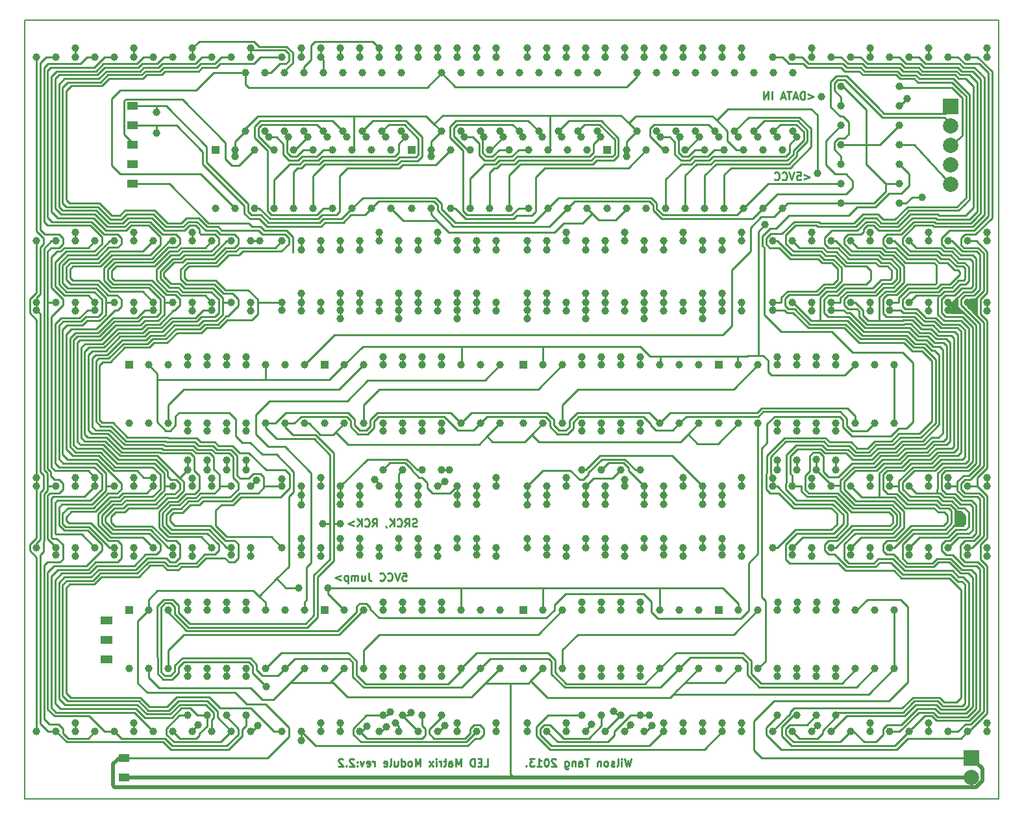
<source format=gbl>
G04 (created by PCBNEW (2013-mar-25)-stable) date Thursday, January 23, 2014 'PMt' 10:04:33 PM*
%MOIN*%
G04 Gerber Fmt 3.4, Leading zero omitted, Abs format*
%FSLAX34Y34*%
G01*
G70*
G90*
G04 APERTURE LIST*
%ADD10C,0*%
%ADD11C,0.00984252*%
%ADD12C,0.00590551*%
%ADD13C,0.0393701*%
%ADD14R,0.0590551X0.0393701*%
%ADD15R,0.0787402X0.0787402*%
%ADD16C,0.0787402*%
%ADD17R,0.055X0.0393701*%
%ADD18R,0.0393701X0.0393701*%
%ADD19C,0.01*%
%ADD20C,0.019685*%
G04 APERTURE END LIST*
G54D10*
G54D11*
X50223Y-14120D02*
X50523Y-14232D01*
X50223Y-14345D01*
X49848Y-13988D02*
X50035Y-13988D01*
X50054Y-14176D01*
X50035Y-14157D01*
X49998Y-14138D01*
X49904Y-14138D01*
X49867Y-14157D01*
X49848Y-14176D01*
X49829Y-14213D01*
X49829Y-14307D01*
X49848Y-14345D01*
X49867Y-14363D01*
X49904Y-14382D01*
X49998Y-14382D01*
X50035Y-14363D01*
X50054Y-14345D01*
X49717Y-13988D02*
X49585Y-14382D01*
X49454Y-13988D01*
X49098Y-14345D02*
X49117Y-14363D01*
X49173Y-14382D01*
X49210Y-14382D01*
X49267Y-14363D01*
X49304Y-14326D01*
X49323Y-14288D01*
X49342Y-14213D01*
X49342Y-14157D01*
X49323Y-14082D01*
X49304Y-14045D01*
X49267Y-14007D01*
X49210Y-13988D01*
X49173Y-13988D01*
X49117Y-14007D01*
X49098Y-14026D01*
X48704Y-14345D02*
X48723Y-14363D01*
X48779Y-14382D01*
X48817Y-14382D01*
X48873Y-14363D01*
X48911Y-14326D01*
X48929Y-14288D01*
X48948Y-14213D01*
X48948Y-14157D01*
X48929Y-14082D01*
X48911Y-14045D01*
X48873Y-14007D01*
X48817Y-13988D01*
X48779Y-13988D01*
X48723Y-14007D01*
X48704Y-14026D01*
X50427Y-9980D02*
X50727Y-10092D01*
X50427Y-10205D01*
X50240Y-10242D02*
X50240Y-9848D01*
X50146Y-9848D01*
X50090Y-9867D01*
X50052Y-9905D01*
X50033Y-9942D01*
X50015Y-10017D01*
X50015Y-10073D01*
X50033Y-10148D01*
X50052Y-10186D01*
X50090Y-10223D01*
X50146Y-10242D01*
X50240Y-10242D01*
X49865Y-10130D02*
X49677Y-10130D01*
X49902Y-10242D02*
X49771Y-9848D01*
X49640Y-10242D01*
X49565Y-9848D02*
X49340Y-9848D01*
X49452Y-10242D02*
X49452Y-9848D01*
X49227Y-10130D02*
X49040Y-10130D01*
X49265Y-10242D02*
X49134Y-9848D01*
X49002Y-10242D01*
X48571Y-10242D02*
X48571Y-9848D01*
X48384Y-10242D02*
X48384Y-9848D01*
X48159Y-10242D01*
X48159Y-9848D01*
X41341Y-44108D02*
X41247Y-44502D01*
X41172Y-44221D01*
X41097Y-44502D01*
X41003Y-44108D01*
X40853Y-44502D02*
X40853Y-44240D01*
X40853Y-44108D02*
X40872Y-44127D01*
X40853Y-44146D01*
X40835Y-44127D01*
X40853Y-44108D01*
X40853Y-44146D01*
X40610Y-44502D02*
X40647Y-44483D01*
X40666Y-44446D01*
X40666Y-44108D01*
X40478Y-44483D02*
X40441Y-44502D01*
X40366Y-44502D01*
X40328Y-44483D01*
X40310Y-44446D01*
X40310Y-44427D01*
X40328Y-44390D01*
X40366Y-44371D01*
X40422Y-44371D01*
X40460Y-44352D01*
X40478Y-44315D01*
X40478Y-44296D01*
X40460Y-44258D01*
X40422Y-44240D01*
X40366Y-44240D01*
X40328Y-44258D01*
X40085Y-44502D02*
X40122Y-44483D01*
X40141Y-44465D01*
X40160Y-44427D01*
X40160Y-44315D01*
X40141Y-44277D01*
X40122Y-44258D01*
X40085Y-44240D01*
X40028Y-44240D01*
X39991Y-44258D01*
X39972Y-44277D01*
X39953Y-44315D01*
X39953Y-44427D01*
X39972Y-44465D01*
X39991Y-44483D01*
X40028Y-44502D01*
X40085Y-44502D01*
X39785Y-44240D02*
X39785Y-44502D01*
X39785Y-44277D02*
X39766Y-44258D01*
X39728Y-44240D01*
X39672Y-44240D01*
X39635Y-44258D01*
X39616Y-44296D01*
X39616Y-44502D01*
X39185Y-44108D02*
X38960Y-44108D01*
X39072Y-44502D02*
X39072Y-44108D01*
X38660Y-44502D02*
X38660Y-44296D01*
X38679Y-44258D01*
X38716Y-44240D01*
X38791Y-44240D01*
X38829Y-44258D01*
X38660Y-44483D02*
X38697Y-44502D01*
X38791Y-44502D01*
X38829Y-44483D01*
X38847Y-44446D01*
X38847Y-44408D01*
X38829Y-44371D01*
X38791Y-44352D01*
X38697Y-44352D01*
X38660Y-44333D01*
X38472Y-44240D02*
X38472Y-44502D01*
X38472Y-44277D02*
X38454Y-44258D01*
X38416Y-44240D01*
X38360Y-44240D01*
X38322Y-44258D01*
X38304Y-44296D01*
X38304Y-44502D01*
X37947Y-44240D02*
X37947Y-44558D01*
X37966Y-44596D01*
X37985Y-44615D01*
X38022Y-44633D01*
X38079Y-44633D01*
X38116Y-44615D01*
X37947Y-44483D02*
X37985Y-44502D01*
X38060Y-44502D01*
X38097Y-44483D01*
X38116Y-44465D01*
X38135Y-44427D01*
X38135Y-44315D01*
X38116Y-44277D01*
X38097Y-44258D01*
X38060Y-44240D01*
X37985Y-44240D01*
X37947Y-44258D01*
X37479Y-44146D02*
X37460Y-44127D01*
X37422Y-44108D01*
X37329Y-44108D01*
X37291Y-44127D01*
X37272Y-44146D01*
X37254Y-44183D01*
X37254Y-44221D01*
X37272Y-44277D01*
X37497Y-44502D01*
X37254Y-44502D01*
X37010Y-44108D02*
X36973Y-44108D01*
X36935Y-44127D01*
X36916Y-44146D01*
X36898Y-44183D01*
X36879Y-44258D01*
X36879Y-44352D01*
X36898Y-44427D01*
X36916Y-44465D01*
X36935Y-44483D01*
X36973Y-44502D01*
X37010Y-44502D01*
X37048Y-44483D01*
X37066Y-44465D01*
X37085Y-44427D01*
X37104Y-44352D01*
X37104Y-44258D01*
X37085Y-44183D01*
X37066Y-44146D01*
X37048Y-44127D01*
X37010Y-44108D01*
X36504Y-44502D02*
X36729Y-44502D01*
X36616Y-44502D02*
X36616Y-44108D01*
X36654Y-44165D01*
X36691Y-44202D01*
X36729Y-44221D01*
X36373Y-44108D02*
X36129Y-44108D01*
X36260Y-44258D01*
X36204Y-44258D01*
X36166Y-44277D01*
X36148Y-44296D01*
X36129Y-44333D01*
X36129Y-44427D01*
X36148Y-44465D01*
X36166Y-44483D01*
X36204Y-44502D01*
X36316Y-44502D01*
X36354Y-44483D01*
X36373Y-44465D01*
X35960Y-44465D02*
X35941Y-44483D01*
X35960Y-44502D01*
X35979Y-44483D01*
X35960Y-44465D01*
X35960Y-44502D01*
X33785Y-44502D02*
X33973Y-44502D01*
X33973Y-44108D01*
X33654Y-44296D02*
X33523Y-44296D01*
X33467Y-44502D02*
X33654Y-44502D01*
X33654Y-44108D01*
X33467Y-44108D01*
X33298Y-44502D02*
X33298Y-44108D01*
X33204Y-44108D01*
X33148Y-44127D01*
X33111Y-44165D01*
X33092Y-44202D01*
X33073Y-44277D01*
X33073Y-44333D01*
X33092Y-44408D01*
X33111Y-44446D01*
X33148Y-44483D01*
X33204Y-44502D01*
X33298Y-44502D01*
X32604Y-44502D02*
X32604Y-44108D01*
X32473Y-44390D01*
X32342Y-44108D01*
X32342Y-44502D01*
X31986Y-44502D02*
X31986Y-44296D01*
X32004Y-44258D01*
X32042Y-44240D01*
X32117Y-44240D01*
X32154Y-44258D01*
X31986Y-44483D02*
X32023Y-44502D01*
X32117Y-44502D01*
X32154Y-44483D01*
X32173Y-44446D01*
X32173Y-44408D01*
X32154Y-44371D01*
X32117Y-44352D01*
X32023Y-44352D01*
X31986Y-44333D01*
X31854Y-44240D02*
X31704Y-44240D01*
X31798Y-44108D02*
X31798Y-44446D01*
X31779Y-44483D01*
X31742Y-44502D01*
X31704Y-44502D01*
X31573Y-44502D02*
X31573Y-44240D01*
X31573Y-44315D02*
X31554Y-44277D01*
X31536Y-44258D01*
X31498Y-44240D01*
X31461Y-44240D01*
X31329Y-44502D02*
X31329Y-44240D01*
X31329Y-44108D02*
X31348Y-44127D01*
X31329Y-44146D01*
X31311Y-44127D01*
X31329Y-44108D01*
X31329Y-44146D01*
X31180Y-44502D02*
X30973Y-44240D01*
X31180Y-44240D02*
X30973Y-44502D01*
X30523Y-44502D02*
X30523Y-44108D01*
X30392Y-44390D01*
X30261Y-44108D01*
X30261Y-44502D01*
X30017Y-44502D02*
X30055Y-44483D01*
X30073Y-44465D01*
X30092Y-44427D01*
X30092Y-44315D01*
X30073Y-44277D01*
X30055Y-44258D01*
X30017Y-44240D01*
X29961Y-44240D01*
X29923Y-44258D01*
X29905Y-44277D01*
X29886Y-44315D01*
X29886Y-44427D01*
X29905Y-44465D01*
X29923Y-44483D01*
X29961Y-44502D01*
X30017Y-44502D01*
X29548Y-44502D02*
X29548Y-44108D01*
X29548Y-44483D02*
X29586Y-44502D01*
X29661Y-44502D01*
X29698Y-44483D01*
X29717Y-44465D01*
X29736Y-44427D01*
X29736Y-44315D01*
X29717Y-44277D01*
X29698Y-44258D01*
X29661Y-44240D01*
X29586Y-44240D01*
X29548Y-44258D01*
X29192Y-44240D02*
X29192Y-44502D01*
X29361Y-44240D02*
X29361Y-44446D01*
X29342Y-44483D01*
X29305Y-44502D01*
X29248Y-44502D01*
X29211Y-44483D01*
X29192Y-44465D01*
X28949Y-44502D02*
X28986Y-44483D01*
X29005Y-44446D01*
X29005Y-44108D01*
X28649Y-44483D02*
X28686Y-44502D01*
X28761Y-44502D01*
X28799Y-44483D01*
X28817Y-44446D01*
X28817Y-44296D01*
X28799Y-44258D01*
X28761Y-44240D01*
X28686Y-44240D01*
X28649Y-44258D01*
X28630Y-44296D01*
X28630Y-44333D01*
X28817Y-44371D01*
X28161Y-44502D02*
X28161Y-44240D01*
X28161Y-44315D02*
X28142Y-44277D01*
X28124Y-44258D01*
X28086Y-44240D01*
X28049Y-44240D01*
X27767Y-44483D02*
X27805Y-44502D01*
X27880Y-44502D01*
X27917Y-44483D01*
X27936Y-44446D01*
X27936Y-44296D01*
X27917Y-44258D01*
X27880Y-44240D01*
X27805Y-44240D01*
X27767Y-44258D01*
X27749Y-44296D01*
X27749Y-44333D01*
X27936Y-44371D01*
X27617Y-44240D02*
X27524Y-44502D01*
X27430Y-44240D01*
X27280Y-44465D02*
X27261Y-44483D01*
X27280Y-44502D01*
X27299Y-44483D01*
X27280Y-44465D01*
X27280Y-44502D01*
X27280Y-44258D02*
X27261Y-44277D01*
X27280Y-44296D01*
X27299Y-44277D01*
X27280Y-44258D01*
X27280Y-44296D01*
X27111Y-44146D02*
X27093Y-44127D01*
X27055Y-44108D01*
X26961Y-44108D01*
X26924Y-44127D01*
X26905Y-44146D01*
X26886Y-44183D01*
X26886Y-44221D01*
X26905Y-44277D01*
X27130Y-44502D01*
X26886Y-44502D01*
X26718Y-44465D02*
X26699Y-44483D01*
X26718Y-44502D01*
X26736Y-44483D01*
X26718Y-44465D01*
X26718Y-44502D01*
X26549Y-44146D02*
X26530Y-44127D01*
X26493Y-44108D01*
X26399Y-44108D01*
X26361Y-44127D01*
X26343Y-44146D01*
X26324Y-44183D01*
X26324Y-44221D01*
X26343Y-44277D01*
X26568Y-44502D01*
X26324Y-44502D01*
X29594Y-34568D02*
X29781Y-34568D01*
X29800Y-34756D01*
X29781Y-34737D01*
X29744Y-34718D01*
X29650Y-34718D01*
X29613Y-34737D01*
X29594Y-34756D01*
X29575Y-34793D01*
X29575Y-34887D01*
X29594Y-34925D01*
X29613Y-34943D01*
X29650Y-34962D01*
X29744Y-34962D01*
X29781Y-34943D01*
X29800Y-34925D01*
X29463Y-34568D02*
X29332Y-34962D01*
X29200Y-34568D01*
X28844Y-34925D02*
X28863Y-34943D01*
X28919Y-34962D01*
X28957Y-34962D01*
X29013Y-34943D01*
X29050Y-34906D01*
X29069Y-34868D01*
X29088Y-34793D01*
X29088Y-34737D01*
X29069Y-34662D01*
X29050Y-34625D01*
X29013Y-34587D01*
X28957Y-34568D01*
X28919Y-34568D01*
X28863Y-34587D01*
X28844Y-34606D01*
X28450Y-34925D02*
X28469Y-34943D01*
X28525Y-34962D01*
X28563Y-34962D01*
X28619Y-34943D01*
X28657Y-34906D01*
X28675Y-34868D01*
X28694Y-34793D01*
X28694Y-34737D01*
X28675Y-34662D01*
X28657Y-34625D01*
X28619Y-34587D01*
X28563Y-34568D01*
X28525Y-34568D01*
X28469Y-34587D01*
X28450Y-34606D01*
X27869Y-34568D02*
X27869Y-34850D01*
X27888Y-34906D01*
X27925Y-34943D01*
X27982Y-34962D01*
X28019Y-34962D01*
X27513Y-34700D02*
X27513Y-34962D01*
X27682Y-34700D02*
X27682Y-34906D01*
X27663Y-34943D01*
X27625Y-34962D01*
X27569Y-34962D01*
X27532Y-34943D01*
X27513Y-34925D01*
X27326Y-34962D02*
X27326Y-34700D01*
X27326Y-34737D02*
X27307Y-34718D01*
X27269Y-34700D01*
X27213Y-34700D01*
X27176Y-34718D01*
X27157Y-34756D01*
X27157Y-34962D01*
X27157Y-34756D02*
X27138Y-34718D01*
X27101Y-34700D01*
X27044Y-34700D01*
X27007Y-34718D01*
X26988Y-34756D01*
X26988Y-34962D01*
X26801Y-34700D02*
X26801Y-35093D01*
X26801Y-34718D02*
X26763Y-34700D01*
X26688Y-34700D01*
X26651Y-34718D01*
X26632Y-34737D01*
X26613Y-34775D01*
X26613Y-34887D01*
X26632Y-34925D01*
X26651Y-34943D01*
X26688Y-34962D01*
X26763Y-34962D01*
X26801Y-34943D01*
X26444Y-34700D02*
X26144Y-34812D01*
X26444Y-34925D01*
X30344Y-32163D02*
X30288Y-32182D01*
X30194Y-32182D01*
X30156Y-32163D01*
X30138Y-32145D01*
X30119Y-32107D01*
X30119Y-32070D01*
X30138Y-32032D01*
X30156Y-32013D01*
X30194Y-31995D01*
X30269Y-31976D01*
X30306Y-31957D01*
X30325Y-31938D01*
X30344Y-31901D01*
X30344Y-31863D01*
X30325Y-31826D01*
X30306Y-31807D01*
X30269Y-31788D01*
X30175Y-31788D01*
X30119Y-31807D01*
X29725Y-32182D02*
X29857Y-31995D01*
X29950Y-32182D02*
X29950Y-31788D01*
X29800Y-31788D01*
X29763Y-31807D01*
X29744Y-31826D01*
X29725Y-31863D01*
X29725Y-31920D01*
X29744Y-31957D01*
X29763Y-31976D01*
X29800Y-31995D01*
X29950Y-31995D01*
X29332Y-32145D02*
X29350Y-32163D01*
X29407Y-32182D01*
X29444Y-32182D01*
X29500Y-32163D01*
X29538Y-32126D01*
X29557Y-32088D01*
X29575Y-32013D01*
X29575Y-31957D01*
X29557Y-31882D01*
X29538Y-31845D01*
X29500Y-31807D01*
X29444Y-31788D01*
X29407Y-31788D01*
X29350Y-31807D01*
X29332Y-31826D01*
X29163Y-32182D02*
X29163Y-31788D01*
X28938Y-32182D02*
X29107Y-31957D01*
X28938Y-31788D02*
X29163Y-32013D01*
X28750Y-32163D02*
X28750Y-32182D01*
X28769Y-32220D01*
X28788Y-32238D01*
X28057Y-32182D02*
X28188Y-31995D01*
X28282Y-32182D02*
X28282Y-31788D01*
X28132Y-31788D01*
X28094Y-31807D01*
X28075Y-31826D01*
X28057Y-31863D01*
X28057Y-31920D01*
X28075Y-31957D01*
X28094Y-31976D01*
X28132Y-31995D01*
X28282Y-31995D01*
X27663Y-32145D02*
X27682Y-32163D01*
X27738Y-32182D01*
X27776Y-32182D01*
X27832Y-32163D01*
X27869Y-32126D01*
X27888Y-32088D01*
X27907Y-32013D01*
X27907Y-31957D01*
X27888Y-31882D01*
X27869Y-31845D01*
X27832Y-31807D01*
X27776Y-31788D01*
X27738Y-31788D01*
X27682Y-31807D01*
X27663Y-31826D01*
X27494Y-32182D02*
X27494Y-31788D01*
X27269Y-32182D02*
X27438Y-31957D01*
X27269Y-31788D02*
X27494Y-32013D01*
X27101Y-31920D02*
X26801Y-32032D01*
X27101Y-32145D01*
G54D12*
X60225Y-6175D02*
X60225Y-46175D01*
X10225Y-6175D02*
X60225Y-6175D01*
X10225Y-46175D02*
X10225Y-6175D01*
X60225Y-46175D02*
X10225Y-46175D01*
G54D13*
X10823Y-17513D03*
X11823Y-17513D03*
X12823Y-17513D03*
X13823Y-17513D03*
X14823Y-17513D03*
X15823Y-17513D03*
X16823Y-17513D03*
X17823Y-17513D03*
X18823Y-17513D03*
X19823Y-17513D03*
X20823Y-17513D03*
X21823Y-17513D03*
X21823Y-8064D03*
X20823Y-8064D03*
X19823Y-8064D03*
X18823Y-8064D03*
X17823Y-8064D03*
X16823Y-8064D03*
X15823Y-8064D03*
X14823Y-8064D03*
X13823Y-8064D03*
X12823Y-8064D03*
X11823Y-8064D03*
X10823Y-8064D03*
X52123Y-15588D03*
X52123Y-14588D03*
X52123Y-13588D03*
X52123Y-12588D03*
X52123Y-11588D03*
X52123Y-10588D03*
X52123Y-9588D03*
X55123Y-9588D03*
X55123Y-10588D03*
X55123Y-11588D03*
X55123Y-12588D03*
X55123Y-13588D03*
X55123Y-14588D03*
X55123Y-15588D03*
G54D14*
X14400Y-37000D03*
X14400Y-38000D03*
X14400Y-39000D03*
G54D13*
X18563Y-39879D03*
X18563Y-41879D03*
X19563Y-39879D03*
X19563Y-41879D03*
X20563Y-39879D03*
X20563Y-41879D03*
X21563Y-39879D03*
X21563Y-41879D03*
X17823Y-33655D03*
X20563Y-36086D03*
X20823Y-33655D03*
X21563Y-36086D03*
X14823Y-33655D03*
X19563Y-36086D03*
X11823Y-33655D03*
X18563Y-36086D03*
X28602Y-39879D03*
X28602Y-41879D03*
X29602Y-39879D03*
X29602Y-41879D03*
X31602Y-39879D03*
X31602Y-41879D03*
X30602Y-39879D03*
X30602Y-41879D03*
X24421Y-33655D03*
X28602Y-36086D03*
X27421Y-33655D03*
X29602Y-36086D03*
X30421Y-33655D03*
X30602Y-36086D03*
X33421Y-33655D03*
X31602Y-36086D03*
X38815Y-39879D03*
X38815Y-41879D03*
X39815Y-39879D03*
X39815Y-41879D03*
X40815Y-39879D03*
X40815Y-41879D03*
X41815Y-39879D03*
X41815Y-41879D03*
X37020Y-33655D03*
X38815Y-36086D03*
X40020Y-33655D03*
X39815Y-36086D03*
X43020Y-33655D03*
X40815Y-36086D03*
X46020Y-33655D03*
X41815Y-36086D03*
X48854Y-39879D03*
X48854Y-41879D03*
X49854Y-39879D03*
X49854Y-41879D03*
X50854Y-39879D03*
X50854Y-41879D03*
X51854Y-39879D03*
X51854Y-41879D03*
X49618Y-33655D03*
X48865Y-36086D03*
X52618Y-33655D03*
X49865Y-36086D03*
X55618Y-33655D03*
X50865Y-36086D03*
X58618Y-33655D03*
X51865Y-36086D03*
X10823Y-21058D03*
X18563Y-23489D03*
X13823Y-21058D03*
X19563Y-23489D03*
X16823Y-21058D03*
X20563Y-23489D03*
X19823Y-21058D03*
X21563Y-23489D03*
X28602Y-27282D03*
X28602Y-29282D03*
X30602Y-27282D03*
X30602Y-29282D03*
X29602Y-27282D03*
X29602Y-29282D03*
X31602Y-27282D03*
X31602Y-29282D03*
X23421Y-21058D03*
X28602Y-23489D03*
X26421Y-21058D03*
X29602Y-23489D03*
X29421Y-21058D03*
X30602Y-23489D03*
X32421Y-21058D03*
X31602Y-23489D03*
X41815Y-27282D03*
X41815Y-29282D03*
X39815Y-27282D03*
X39815Y-29282D03*
X40815Y-27282D03*
X40815Y-29282D03*
X38815Y-27282D03*
X38815Y-29282D03*
X36020Y-21058D03*
X38815Y-23489D03*
X39020Y-21058D03*
X39815Y-23489D03*
X42020Y-21058D03*
X40815Y-23489D03*
X45020Y-21058D03*
X41815Y-23489D03*
X51854Y-27282D03*
X51854Y-29282D03*
X49854Y-27282D03*
X49854Y-29282D03*
X50854Y-27282D03*
X50854Y-29282D03*
X48854Y-27282D03*
X48854Y-29282D03*
X48618Y-21058D03*
X48854Y-23489D03*
X51618Y-21058D03*
X49854Y-23489D03*
X54618Y-21058D03*
X50854Y-23489D03*
X57618Y-21058D03*
X51854Y-23489D03*
G54D15*
X57750Y-10600D03*
G54D16*
X57750Y-11600D03*
X57750Y-12600D03*
X57750Y-13600D03*
X57750Y-14600D03*
G54D17*
X15748Y-14588D03*
X15748Y-13588D03*
X15748Y-12588D03*
X15748Y-11588D03*
X15748Y-10588D03*
X15323Y-45064D03*
X15323Y-44064D03*
G54D15*
X58823Y-44064D03*
G54D16*
X58823Y-45064D03*
G54D13*
X23421Y-17513D03*
X24421Y-17513D03*
X25421Y-17513D03*
X26421Y-17513D03*
X27421Y-17513D03*
X28421Y-17513D03*
X29421Y-17513D03*
X30421Y-17513D03*
X31421Y-17513D03*
X32421Y-17513D03*
X33421Y-17513D03*
X34421Y-17513D03*
X34421Y-8064D03*
X33421Y-8064D03*
X32421Y-8064D03*
X31421Y-8064D03*
X30421Y-8064D03*
X29421Y-8064D03*
X28421Y-8064D03*
X27421Y-8064D03*
X26421Y-8064D03*
X25421Y-8064D03*
X24421Y-8064D03*
X23421Y-8064D03*
X36020Y-17513D03*
X37020Y-17513D03*
X38020Y-17513D03*
X39020Y-17513D03*
X40020Y-17513D03*
X41020Y-17513D03*
X42020Y-17513D03*
X43020Y-17513D03*
X44020Y-17513D03*
X45020Y-17513D03*
X46020Y-17513D03*
X47020Y-17513D03*
X47020Y-8064D03*
X46020Y-8064D03*
X45020Y-8064D03*
X44020Y-8064D03*
X43020Y-8064D03*
X42020Y-8064D03*
X41020Y-8064D03*
X40020Y-8064D03*
X39020Y-8064D03*
X38020Y-8064D03*
X37020Y-8064D03*
X36020Y-8064D03*
X48618Y-17513D03*
X49618Y-17513D03*
X50618Y-17513D03*
X51618Y-17513D03*
X52618Y-17513D03*
X53618Y-17513D03*
X54618Y-17513D03*
X55618Y-17513D03*
X56618Y-17513D03*
X57618Y-17513D03*
X58618Y-17513D03*
X59618Y-17513D03*
X59618Y-8064D03*
X58618Y-8064D03*
X57618Y-8064D03*
X56618Y-8064D03*
X55618Y-8064D03*
X54618Y-8064D03*
X53618Y-8064D03*
X52618Y-8064D03*
X51618Y-8064D03*
X50618Y-8064D03*
X49618Y-8064D03*
X48618Y-8064D03*
X23421Y-30112D03*
X24421Y-30112D03*
X25421Y-30112D03*
X26421Y-30112D03*
X27421Y-30112D03*
X28421Y-30112D03*
X29421Y-30112D03*
X30421Y-30112D03*
X31421Y-30112D03*
X32421Y-30112D03*
X33421Y-30112D03*
X34421Y-30112D03*
X34421Y-20663D03*
X33421Y-20663D03*
X32421Y-20663D03*
X31421Y-20663D03*
X30421Y-20663D03*
X29421Y-20663D03*
X28421Y-20663D03*
X27421Y-20663D03*
X26421Y-20663D03*
X25421Y-20663D03*
X24421Y-20663D03*
X23421Y-20663D03*
X36020Y-30112D03*
X37020Y-30112D03*
X38020Y-30112D03*
X39020Y-30112D03*
X40020Y-30112D03*
X41020Y-30112D03*
X42020Y-30112D03*
X43020Y-30112D03*
X44020Y-30112D03*
X45020Y-30112D03*
X46020Y-30112D03*
X47020Y-30112D03*
X47020Y-20663D03*
X46020Y-20663D03*
X45020Y-20663D03*
X44020Y-20663D03*
X43020Y-20663D03*
X42020Y-20663D03*
X41020Y-20663D03*
X40020Y-20663D03*
X39020Y-20663D03*
X38020Y-20663D03*
X37020Y-20663D03*
X36020Y-20663D03*
X48618Y-30112D03*
X49618Y-30112D03*
X50618Y-30112D03*
X51618Y-30112D03*
X52618Y-30112D03*
X53618Y-30112D03*
X54618Y-30112D03*
X55618Y-30112D03*
X56618Y-30112D03*
X57618Y-30112D03*
X58618Y-30112D03*
X59618Y-30112D03*
X59618Y-20663D03*
X58618Y-20663D03*
X57618Y-20663D03*
X56618Y-20663D03*
X55618Y-20663D03*
X54618Y-20663D03*
X53618Y-20663D03*
X52618Y-20663D03*
X51618Y-20663D03*
X50618Y-20663D03*
X49618Y-20663D03*
X48618Y-20663D03*
X10823Y-42710D03*
X11823Y-42710D03*
X12823Y-42710D03*
X13823Y-42710D03*
X14823Y-42710D03*
X15823Y-42710D03*
X16823Y-42710D03*
X17823Y-42710D03*
X18823Y-42710D03*
X19823Y-42710D03*
X20823Y-42710D03*
X21823Y-42710D03*
X21823Y-33261D03*
X20823Y-33261D03*
X19823Y-33261D03*
X18823Y-33261D03*
X17823Y-33261D03*
X16823Y-33261D03*
X15823Y-33261D03*
X14823Y-33261D03*
X13823Y-33261D03*
X12823Y-33261D03*
X11823Y-33261D03*
X10823Y-33261D03*
X23421Y-42710D03*
X24421Y-42710D03*
X25421Y-42710D03*
X26421Y-42710D03*
X27421Y-42710D03*
X28421Y-42710D03*
X29421Y-42710D03*
X30421Y-42710D03*
X31421Y-42710D03*
X32421Y-42710D03*
X33421Y-42710D03*
X34421Y-42710D03*
X34421Y-33261D03*
X33421Y-33261D03*
X32421Y-33261D03*
X31421Y-33261D03*
X30421Y-33261D03*
X29421Y-33261D03*
X28421Y-33261D03*
X27421Y-33261D03*
X26421Y-33261D03*
X25421Y-33261D03*
X24421Y-33261D03*
X23421Y-33261D03*
X36020Y-42710D03*
X37020Y-42710D03*
X38020Y-42710D03*
X39020Y-42710D03*
X40020Y-42710D03*
X41020Y-42710D03*
X42020Y-42710D03*
X43020Y-42710D03*
X44020Y-42710D03*
X45020Y-42710D03*
X46020Y-42710D03*
X47020Y-42710D03*
X47020Y-33261D03*
X46020Y-33261D03*
X45020Y-33261D03*
X44020Y-33261D03*
X43020Y-33261D03*
X42020Y-33261D03*
X41020Y-33261D03*
X40020Y-33261D03*
X39020Y-33261D03*
X38020Y-33261D03*
X37020Y-33261D03*
X36020Y-33261D03*
X48618Y-42710D03*
X49618Y-42710D03*
X50618Y-42710D03*
X51618Y-42710D03*
X52618Y-42710D03*
X53618Y-42710D03*
X54618Y-42710D03*
X55618Y-42710D03*
X56618Y-42710D03*
X57618Y-42710D03*
X58618Y-42710D03*
X59618Y-42710D03*
X59618Y-33261D03*
X58618Y-33261D03*
X57618Y-33261D03*
X56618Y-33261D03*
X55618Y-33261D03*
X54618Y-33261D03*
X53618Y-33261D03*
X52618Y-33261D03*
X51618Y-33261D03*
X50618Y-33261D03*
X49618Y-33261D03*
X48618Y-33261D03*
X10823Y-30112D03*
X11823Y-30112D03*
X12823Y-30112D03*
X13823Y-30112D03*
X14823Y-30112D03*
X15823Y-30112D03*
X16823Y-30112D03*
X17823Y-30112D03*
X18823Y-30112D03*
X19823Y-30112D03*
X20823Y-30112D03*
X21823Y-30112D03*
X21823Y-20663D03*
X20823Y-20663D03*
X19823Y-20663D03*
X18823Y-20663D03*
X17823Y-20663D03*
X16823Y-20663D03*
X15823Y-20663D03*
X14823Y-20663D03*
X13823Y-20663D03*
X12823Y-20663D03*
X11823Y-20663D03*
X10823Y-20663D03*
X29548Y-11889D03*
X28548Y-11889D03*
X27548Y-11889D03*
X26548Y-11889D03*
X25548Y-11889D03*
X24548Y-11889D03*
X23548Y-11889D03*
X22548Y-11889D03*
X21548Y-11889D03*
X21548Y-8889D03*
X22548Y-8889D03*
X23548Y-8889D03*
X24548Y-8889D03*
X25548Y-8889D03*
X26548Y-8889D03*
X27548Y-8889D03*
X28548Y-8889D03*
X29548Y-8889D03*
X39598Y-11889D03*
X38598Y-11889D03*
X37598Y-11889D03*
X36598Y-11889D03*
X35598Y-11889D03*
X34598Y-11889D03*
X33598Y-11889D03*
X32598Y-11889D03*
X31598Y-11889D03*
X31598Y-8889D03*
X32598Y-8889D03*
X33598Y-8889D03*
X34598Y-8889D03*
X35598Y-8889D03*
X36598Y-8889D03*
X37598Y-8889D03*
X38598Y-8889D03*
X39598Y-8889D03*
X49648Y-11889D03*
X48648Y-11889D03*
X47648Y-11889D03*
X46648Y-11889D03*
X45648Y-11889D03*
X44648Y-11889D03*
X43648Y-11889D03*
X42648Y-11889D03*
X41648Y-11889D03*
X41648Y-8889D03*
X42648Y-8889D03*
X43648Y-8889D03*
X44648Y-8889D03*
X45648Y-8889D03*
X46648Y-8889D03*
X47648Y-8889D03*
X48648Y-8889D03*
X49648Y-8889D03*
X21563Y-27282D03*
X21563Y-29282D03*
X20563Y-27282D03*
X20563Y-29282D03*
X19563Y-27282D03*
X19563Y-29282D03*
X18563Y-27282D03*
X18563Y-29282D03*
G54D18*
X40123Y-12838D03*
G54D13*
X41123Y-12838D03*
X42123Y-12838D03*
X43123Y-12838D03*
X44123Y-12838D03*
X45123Y-12838D03*
X46123Y-12838D03*
X47123Y-12838D03*
X48123Y-12838D03*
X49123Y-12838D03*
X40123Y-15838D03*
X41123Y-15838D03*
X42123Y-15838D03*
X43123Y-15838D03*
X44123Y-15838D03*
X45123Y-15838D03*
X46123Y-15838D03*
X47123Y-15838D03*
X48123Y-15838D03*
X49123Y-15838D03*
G54D18*
X30073Y-12839D03*
G54D13*
X31073Y-12839D03*
X32073Y-12839D03*
X33073Y-12839D03*
X34073Y-12839D03*
X35073Y-12839D03*
X36073Y-12839D03*
X37073Y-12839D03*
X38073Y-12839D03*
X39073Y-12839D03*
X30073Y-15839D03*
X31073Y-15839D03*
X32073Y-15839D03*
X33073Y-15839D03*
X34073Y-15839D03*
X35073Y-15839D03*
X36073Y-15839D03*
X37073Y-15839D03*
X38073Y-15839D03*
X39073Y-15839D03*
G54D18*
X45854Y-36486D03*
G54D13*
X46854Y-36486D03*
X47854Y-36486D03*
X48854Y-36486D03*
X49854Y-36486D03*
X50854Y-36486D03*
X51854Y-36486D03*
X52854Y-36486D03*
X53854Y-36486D03*
X54854Y-36486D03*
X45854Y-39486D03*
X46854Y-39486D03*
X47854Y-39486D03*
X48854Y-39486D03*
X49854Y-39486D03*
X50854Y-39486D03*
X51854Y-39486D03*
X52854Y-39486D03*
X53854Y-39486D03*
X54854Y-39486D03*
G54D18*
X45854Y-23889D03*
G54D13*
X46854Y-23889D03*
X47854Y-23889D03*
X48854Y-23889D03*
X49854Y-23889D03*
X50854Y-23889D03*
X51854Y-23889D03*
X52854Y-23889D03*
X53854Y-23889D03*
X54854Y-23889D03*
X45854Y-26889D03*
X46854Y-26889D03*
X47854Y-26889D03*
X48854Y-26889D03*
X49854Y-26889D03*
X50854Y-26889D03*
X51854Y-26889D03*
X52854Y-26889D03*
X53854Y-26889D03*
X54854Y-26889D03*
G54D18*
X35815Y-36486D03*
G54D13*
X36815Y-36486D03*
X37815Y-36486D03*
X38815Y-36486D03*
X39815Y-36486D03*
X40815Y-36486D03*
X41815Y-36486D03*
X42815Y-36486D03*
X43815Y-36486D03*
X44815Y-36486D03*
X35815Y-39486D03*
X36815Y-39486D03*
X37815Y-39486D03*
X38815Y-39486D03*
X39815Y-39486D03*
X40815Y-39486D03*
X41815Y-39486D03*
X42815Y-39486D03*
X43815Y-39486D03*
X44815Y-39486D03*
G54D18*
X35815Y-23889D03*
G54D13*
X36815Y-23889D03*
X37815Y-23889D03*
X38815Y-23889D03*
X39815Y-23889D03*
X40815Y-23889D03*
X41815Y-23889D03*
X42815Y-23889D03*
X43815Y-23889D03*
X44815Y-23889D03*
X35815Y-26889D03*
X36815Y-26889D03*
X37815Y-26889D03*
X38815Y-26889D03*
X39815Y-26889D03*
X40815Y-26889D03*
X41815Y-26889D03*
X42815Y-26889D03*
X43815Y-26889D03*
X44815Y-26889D03*
G54D18*
X25602Y-36486D03*
G54D13*
X26602Y-36486D03*
X27602Y-36486D03*
X28602Y-36486D03*
X29602Y-36486D03*
X30602Y-36486D03*
X31602Y-36486D03*
X32602Y-36486D03*
X33602Y-36486D03*
X34602Y-36486D03*
X25602Y-39486D03*
X26602Y-39486D03*
X27602Y-39486D03*
X28602Y-39486D03*
X29602Y-39486D03*
X30602Y-39486D03*
X31602Y-39486D03*
X32602Y-39486D03*
X33602Y-39486D03*
X34602Y-39486D03*
G54D18*
X25602Y-23889D03*
G54D13*
X26602Y-23889D03*
X27602Y-23889D03*
X28602Y-23889D03*
X29602Y-23889D03*
X30602Y-23889D03*
X31602Y-23889D03*
X32602Y-23889D03*
X33602Y-23889D03*
X34602Y-23889D03*
X25602Y-26889D03*
X26602Y-26889D03*
X27602Y-26889D03*
X28602Y-26889D03*
X29602Y-26889D03*
X30602Y-26889D03*
X31602Y-26889D03*
X32602Y-26889D03*
X33602Y-26889D03*
X34602Y-26889D03*
G54D18*
X20023Y-12838D03*
G54D13*
X21023Y-12838D03*
X22023Y-12838D03*
X23023Y-12838D03*
X24023Y-12838D03*
X25023Y-12838D03*
X26023Y-12838D03*
X27023Y-12838D03*
X28023Y-12838D03*
X29023Y-12838D03*
X20023Y-15838D03*
X21023Y-15838D03*
X22023Y-15838D03*
X23023Y-15838D03*
X24023Y-15838D03*
X25023Y-15838D03*
X26023Y-15838D03*
X27023Y-15838D03*
X28023Y-15838D03*
X29023Y-15838D03*
G54D18*
X15563Y-36486D03*
G54D13*
X16563Y-36486D03*
X17563Y-36486D03*
X18563Y-36486D03*
X19563Y-36486D03*
X20563Y-36486D03*
X21563Y-36486D03*
X22563Y-36486D03*
X23563Y-36486D03*
X24563Y-36486D03*
X15563Y-39486D03*
X16563Y-39486D03*
X17563Y-39486D03*
X18563Y-39486D03*
X19563Y-39486D03*
X20563Y-39486D03*
X21563Y-39486D03*
X22563Y-39486D03*
X23563Y-39486D03*
X24563Y-39486D03*
G54D18*
X15563Y-23889D03*
G54D13*
X16563Y-23889D03*
X17563Y-23889D03*
X18563Y-23889D03*
X19563Y-23889D03*
X20563Y-23889D03*
X21563Y-23889D03*
X22563Y-23889D03*
X23563Y-23889D03*
X24563Y-23889D03*
X15563Y-26889D03*
X16563Y-26889D03*
X17563Y-26889D03*
X18563Y-26889D03*
X19563Y-26889D03*
X20563Y-26889D03*
X21563Y-26889D03*
X22563Y-26889D03*
X23563Y-26889D03*
X24563Y-26889D03*
X29743Y-12186D03*
X28743Y-12186D03*
X27743Y-12186D03*
X26743Y-12186D03*
X25743Y-12186D03*
X24743Y-12186D03*
X23743Y-12186D03*
X22743Y-12186D03*
X21011Y-13186D03*
X39793Y-12186D03*
X38793Y-12186D03*
X37793Y-12186D03*
X36793Y-12186D03*
X35793Y-12186D03*
X34793Y-12186D03*
X33793Y-12186D03*
X32793Y-12186D03*
X31061Y-13186D03*
X42848Y-12189D03*
X41116Y-13189D03*
X43848Y-12189D03*
X44848Y-12189D03*
X49848Y-12189D03*
X48848Y-12189D03*
X47848Y-12189D03*
X46848Y-12189D03*
X45848Y-12189D03*
X50903Y-14023D03*
X48203Y-16663D03*
X56283Y-15263D03*
X25763Y-35323D03*
X24263Y-35323D03*
X51123Y-10113D03*
X55523Y-10213D03*
X50848Y-28738D03*
X42273Y-41863D03*
X37023Y-30563D03*
X37023Y-31038D03*
X37023Y-17963D03*
X42023Y-32813D03*
X42023Y-21513D03*
X42023Y-20213D03*
X42023Y-7613D03*
X19823Y-29713D03*
X18573Y-28763D03*
X13823Y-29663D03*
X20573Y-28763D03*
X16823Y-29663D03*
X19573Y-28763D03*
X10823Y-29663D03*
X21573Y-28763D03*
X24423Y-43163D03*
X24423Y-30588D03*
X24423Y-31063D03*
X24423Y-17963D03*
X26423Y-32813D03*
X26423Y-21513D03*
X26423Y-20213D03*
X26423Y-7613D03*
X29423Y-32813D03*
X29423Y-21513D03*
X29423Y-20213D03*
X29423Y-7613D03*
X32423Y-32813D03*
X32423Y-21513D03*
X32423Y-20213D03*
X32423Y-7613D03*
X39323Y-42338D03*
X39023Y-30563D03*
X39023Y-31038D03*
X39023Y-17963D03*
X40448Y-41663D03*
X40023Y-30563D03*
X40023Y-31038D03*
X40023Y-17963D03*
X43023Y-42263D03*
X43023Y-30563D03*
X43023Y-31038D03*
X43023Y-17963D03*
X45023Y-42263D03*
X45023Y-30563D03*
X45023Y-31038D03*
X45023Y-17963D03*
X37023Y-32813D03*
X37023Y-21113D03*
X37023Y-20213D03*
X37023Y-7613D03*
X36023Y-32813D03*
X36023Y-21513D03*
X36023Y-20213D03*
X36023Y-7613D03*
X29248Y-42263D03*
X29423Y-30563D03*
X29423Y-31038D03*
X29423Y-17963D03*
X27423Y-32813D03*
X27423Y-21113D03*
X27423Y-20213D03*
X27423Y-7613D03*
X30423Y-32813D03*
X30423Y-21113D03*
X30423Y-20213D03*
X30423Y-7613D03*
X33423Y-32813D03*
X33423Y-21113D03*
X33423Y-20213D03*
X33423Y-7613D03*
X28973Y-41713D03*
X33423Y-30563D03*
X33423Y-31038D03*
X33423Y-17963D03*
X48623Y-29713D03*
X51848Y-28763D03*
X30048Y-41738D03*
X30423Y-30563D03*
X30423Y-31038D03*
X30423Y-17963D03*
X26423Y-42263D03*
X26423Y-30563D03*
X26423Y-31038D03*
X26423Y-17963D03*
X27773Y-42438D03*
X27423Y-30563D03*
X27423Y-31038D03*
X27423Y-17963D03*
X32423Y-42263D03*
X32423Y-30563D03*
X32423Y-31038D03*
X32423Y-17963D03*
X59623Y-17063D03*
X47023Y-17063D03*
X34423Y-17963D03*
X22273Y-17513D03*
X24423Y-32813D03*
X24423Y-21113D03*
X24423Y-20213D03*
X24423Y-7613D03*
X31998Y-29288D03*
X23423Y-29738D03*
X56623Y-17063D03*
X44023Y-17063D03*
X31423Y-17063D03*
X18823Y-17063D03*
X50623Y-17063D03*
X38023Y-17063D03*
X25423Y-17963D03*
X12823Y-17063D03*
X53623Y-17063D03*
X41023Y-17063D03*
X28423Y-17063D03*
X15823Y-17063D03*
X28423Y-7613D03*
X53623Y-7613D03*
X41023Y-7613D03*
X15823Y-7613D03*
X50623Y-7613D03*
X38023Y-7613D03*
X25423Y-7613D03*
X12823Y-7613D03*
X18823Y-7613D03*
X56623Y-7613D03*
X44023Y-7613D03*
X31423Y-7613D03*
X21823Y-7613D03*
X59623Y-7613D03*
X47023Y-7613D03*
X34423Y-7613D03*
X59623Y-29663D03*
X47023Y-29663D03*
X34423Y-29663D03*
X22123Y-29813D03*
X31773Y-29863D03*
X56623Y-29663D03*
X44023Y-29663D03*
X18823Y-29713D03*
X53623Y-29663D03*
X41023Y-29763D03*
X28173Y-29763D03*
X15823Y-29663D03*
X54623Y-29663D03*
X49848Y-28763D03*
X59623Y-21113D03*
X47023Y-21113D03*
X34423Y-21113D03*
X21823Y-21113D03*
X56623Y-21113D03*
X44023Y-21113D03*
X31423Y-21113D03*
X18823Y-21113D03*
X53623Y-21113D03*
X41023Y-21113D03*
X28423Y-21113D03*
X15823Y-21113D03*
X50623Y-21113D03*
X38023Y-21113D03*
X25423Y-21113D03*
X12823Y-21113D03*
X57623Y-29663D03*
X48848Y-28763D03*
X50623Y-29713D03*
X38023Y-29663D03*
X25423Y-29663D03*
X12823Y-29663D03*
X53623Y-33713D03*
X41023Y-33713D03*
X28423Y-33713D03*
X15823Y-33713D03*
X59623Y-33713D03*
X47023Y-33713D03*
X34423Y-33713D03*
X21823Y-33713D03*
X50923Y-42413D03*
X38023Y-42263D03*
X25423Y-42263D03*
X12823Y-42263D03*
X56623Y-42263D03*
X44023Y-42263D03*
X31773Y-42413D03*
X19123Y-42363D03*
X50623Y-33713D03*
X38023Y-33713D03*
X25423Y-33713D03*
X12823Y-33713D03*
X56623Y-33713D03*
X44023Y-33713D03*
X31423Y-33713D03*
X18823Y-33713D03*
X59623Y-42263D03*
X47023Y-42263D03*
X34423Y-42263D03*
X22173Y-42413D03*
X53623Y-42263D03*
X41323Y-42363D03*
X28773Y-42463D03*
X15823Y-42263D03*
X39023Y-32813D03*
X39023Y-21513D03*
X39023Y-20213D03*
X39023Y-7613D03*
X45023Y-32813D03*
X45023Y-21513D03*
X45023Y-20213D03*
X45023Y-7613D03*
X40023Y-32813D03*
X40023Y-21113D03*
X40023Y-20213D03*
X40023Y-7613D03*
X46023Y-42263D03*
X46023Y-30563D03*
X46023Y-31038D03*
X46023Y-17963D03*
X46023Y-32813D03*
X46023Y-21113D03*
X46023Y-20213D03*
X46023Y-7613D03*
X43023Y-32813D03*
X43023Y-21113D03*
X43023Y-20213D03*
X43023Y-7613D03*
X36023Y-42263D03*
X36023Y-30588D03*
X36023Y-31063D03*
X36023Y-17963D03*
X42398Y-42413D03*
X42023Y-30563D03*
X42023Y-31038D03*
X42023Y-17963D03*
X26423Y-32023D03*
X16963Y-11963D03*
X25523Y-32023D03*
X16963Y-10903D03*
X22623Y-40413D03*
G54D19*
X45728Y-11318D02*
X46323Y-10723D01*
X50903Y-11043D02*
X50903Y-14023D01*
X50583Y-10723D02*
X50903Y-11043D01*
X46323Y-10723D02*
X50583Y-10723D01*
X52854Y-36486D02*
X52920Y-36486D01*
X48045Y-44064D02*
X58823Y-44064D01*
X47643Y-43663D02*
X48045Y-44064D01*
X47643Y-42183D02*
X47643Y-43663D01*
X48683Y-41143D02*
X47643Y-42183D01*
X54563Y-41143D02*
X48683Y-41143D01*
X55543Y-40163D02*
X54563Y-41143D01*
X55543Y-36303D02*
X55543Y-40163D01*
X55163Y-35923D02*
X55543Y-36303D01*
X53483Y-35923D02*
X55163Y-35923D01*
X52920Y-36486D02*
X53483Y-35923D01*
X47883Y-23403D02*
X47883Y-17023D01*
X47883Y-17023D02*
X48203Y-16663D01*
X55438Y-15588D02*
X55123Y-15588D01*
X56283Y-15263D02*
X55763Y-15263D01*
X55763Y-15263D02*
X55438Y-15588D01*
X46854Y-23889D02*
X46823Y-23857D01*
X46823Y-23857D02*
X46823Y-23423D01*
X42815Y-23889D02*
X42843Y-23861D01*
X42843Y-23861D02*
X42843Y-23423D01*
X41823Y-22923D02*
X42323Y-23423D01*
X42323Y-23423D02*
X42843Y-23423D01*
X42843Y-23423D02*
X46823Y-23423D01*
X46823Y-23423D02*
X47320Y-23423D01*
X36815Y-23889D02*
X36803Y-23877D01*
X36803Y-23877D02*
X36803Y-22923D01*
X35849Y-22923D02*
X32643Y-22923D01*
X41849Y-22923D02*
X41823Y-22923D01*
X41823Y-22923D02*
X36803Y-22923D01*
X36803Y-22923D02*
X35849Y-22923D01*
X32602Y-23889D02*
X32643Y-23848D01*
X32643Y-23848D02*
X32643Y-22923D01*
X32643Y-22923D02*
X31583Y-22923D01*
X26602Y-23889D02*
X27568Y-22923D01*
X27568Y-22923D02*
X31583Y-22923D01*
X31583Y-22923D02*
X31636Y-22923D01*
X52854Y-23889D02*
X52323Y-24420D01*
X52323Y-24420D02*
X48560Y-24420D01*
X48560Y-24420D02*
X48363Y-24223D01*
X48363Y-24223D02*
X48363Y-23643D01*
X48363Y-23643D02*
X48123Y-23403D01*
X48123Y-23403D02*
X47883Y-23403D01*
X47883Y-23403D02*
X47340Y-23403D01*
X47340Y-23403D02*
X47320Y-23423D01*
X42815Y-35823D02*
X42815Y-35323D01*
X42815Y-35323D02*
X42803Y-35323D01*
X46854Y-36486D02*
X46854Y-36134D01*
X46854Y-36134D02*
X46043Y-35323D01*
X46043Y-35323D02*
X42803Y-35323D01*
X42803Y-35323D02*
X42343Y-35323D01*
X42343Y-35323D02*
X36815Y-35323D01*
X36815Y-36486D02*
X36815Y-35323D01*
X42815Y-36486D02*
X42815Y-35823D01*
X42815Y-35823D02*
X42815Y-35795D01*
X36815Y-35323D02*
X35652Y-35323D01*
X32602Y-36486D02*
X32602Y-35323D01*
X25763Y-35323D02*
X32602Y-35323D01*
X32602Y-35323D02*
X35652Y-35323D01*
X23155Y-34855D02*
X23623Y-35323D01*
X25763Y-35646D02*
X26602Y-36486D01*
X25763Y-35323D02*
X25763Y-35646D01*
X23623Y-35323D02*
X24263Y-35323D01*
X22563Y-23889D02*
X22563Y-24638D01*
X21814Y-24638D02*
X22563Y-24638D01*
X22563Y-24638D02*
X25853Y-24638D01*
X25853Y-24638D02*
X26602Y-23889D01*
X16998Y-24638D02*
X21814Y-24638D01*
X22248Y-35763D02*
X23155Y-34855D01*
X23155Y-34855D02*
X23783Y-34228D01*
X16998Y-24324D02*
X16563Y-23889D01*
X16998Y-26818D02*
X16998Y-24638D01*
X16998Y-24638D02*
X16998Y-24324D01*
X17455Y-27275D02*
X16998Y-26818D01*
X17665Y-27275D02*
X17455Y-27275D01*
X17960Y-26980D02*
X17665Y-27275D01*
X17960Y-26520D02*
X17960Y-26980D01*
X18141Y-26338D02*
X17960Y-26520D01*
X20698Y-26338D02*
X18141Y-26338D01*
X21048Y-26688D02*
X20698Y-26338D01*
X21048Y-27538D02*
X21048Y-26688D01*
X21373Y-27863D02*
X21048Y-27538D01*
X21773Y-27863D02*
X21373Y-27863D01*
X22398Y-28488D02*
X21773Y-27863D01*
X23148Y-28488D02*
X22398Y-28488D01*
X24023Y-29363D02*
X23148Y-28488D01*
X24023Y-30413D02*
X24023Y-29363D01*
X23783Y-30653D02*
X24023Y-30413D01*
X23783Y-34228D02*
X23783Y-30653D01*
X16563Y-36486D02*
X16563Y-35923D01*
X22563Y-36078D02*
X22563Y-36486D01*
X21948Y-35463D02*
X22248Y-35763D01*
X22248Y-35763D02*
X22563Y-36078D01*
X17023Y-35463D02*
X21948Y-35463D01*
X16563Y-35923D02*
X17023Y-35463D01*
X15323Y-44064D02*
X22671Y-44064D01*
X16023Y-37026D02*
X16563Y-36486D01*
X16023Y-40238D02*
X16023Y-37026D01*
X16498Y-40713D02*
X16023Y-40238D01*
X20998Y-40713D02*
X16498Y-40713D01*
X21598Y-41313D02*
X20998Y-40713D01*
X22573Y-41313D02*
X21598Y-41313D01*
X23773Y-42513D02*
X22573Y-41313D01*
X23773Y-42963D02*
X23773Y-42513D01*
X22671Y-44064D02*
X23773Y-42963D01*
G54D20*
X15323Y-44064D02*
X15071Y-44064D01*
X59373Y-44614D02*
X58823Y-44064D01*
X59373Y-45238D02*
X59373Y-44614D01*
X59048Y-45563D02*
X59373Y-45238D01*
X14823Y-45563D02*
X59048Y-45563D01*
X14748Y-45488D02*
X14823Y-45563D01*
X14748Y-44388D02*
X14748Y-45488D01*
X15071Y-44064D02*
X14748Y-44388D01*
G54D19*
X41197Y-11438D02*
X41247Y-11438D01*
X46748Y-12838D02*
X47123Y-12838D01*
X46273Y-12363D02*
X46748Y-12838D01*
X46273Y-11863D02*
X46273Y-12363D01*
X45523Y-11113D02*
X45728Y-11318D01*
X45728Y-11318D02*
X46273Y-11863D01*
X41573Y-11113D02*
X45523Y-11113D01*
X41247Y-11438D02*
X41573Y-11113D01*
X27123Y-11113D02*
X27123Y-12738D01*
X27123Y-12738D02*
X27023Y-12838D01*
X37173Y-11063D02*
X37173Y-12739D01*
X37173Y-12739D02*
X37073Y-12839D01*
X31222Y-11513D02*
X31673Y-11063D01*
X40821Y-11063D02*
X41197Y-11438D01*
X41197Y-11438D02*
X41648Y-11889D01*
X31673Y-11063D02*
X37173Y-11063D01*
X37173Y-11063D02*
X40821Y-11063D01*
X21548Y-11889D02*
X21548Y-11738D01*
X30821Y-11113D02*
X31222Y-11513D01*
X31222Y-11513D02*
X31598Y-11889D01*
X22173Y-11113D02*
X27123Y-11113D01*
X27123Y-11113D02*
X30821Y-11113D01*
X21548Y-11738D02*
X22173Y-11113D01*
X41123Y-12838D02*
X41123Y-13182D01*
X41123Y-13182D02*
X41116Y-13189D01*
X41123Y-12838D02*
X41123Y-12414D01*
X41123Y-12414D02*
X41648Y-11889D01*
X31073Y-12839D02*
X31073Y-13174D01*
X31073Y-13174D02*
X31061Y-13186D01*
X31073Y-12839D02*
X31073Y-12414D01*
X31073Y-12414D02*
X31598Y-11889D01*
X21023Y-12838D02*
X21023Y-12414D01*
X21023Y-12414D02*
X21548Y-11889D01*
X21023Y-12838D02*
X21023Y-13174D01*
X21023Y-13174D02*
X21011Y-13186D01*
X55123Y-10588D02*
X55148Y-10588D01*
X55148Y-10588D02*
X55523Y-10213D01*
X18073Y-10238D02*
X18298Y-10238D01*
X20523Y-12463D02*
X20523Y-13313D01*
X20523Y-13313D02*
X20848Y-13638D01*
X20848Y-13638D02*
X21223Y-13638D01*
X21223Y-13638D02*
X22023Y-12838D01*
X18298Y-10238D02*
X20523Y-12463D01*
X15748Y-12588D02*
X15748Y-12463D01*
X15398Y-10238D02*
X18073Y-10238D01*
X18073Y-10238D02*
X18098Y-10238D01*
X15323Y-10313D02*
X15398Y-10238D01*
X15323Y-12038D02*
X15323Y-10313D01*
X15748Y-12463D02*
X15323Y-12038D01*
X15748Y-14588D02*
X17654Y-14588D01*
X23975Y-17296D02*
X23975Y-18100D01*
X23652Y-16973D02*
X23975Y-17296D01*
X22502Y-16973D02*
X23652Y-16973D01*
X22302Y-16773D02*
X22502Y-16973D01*
X21875Y-16773D02*
X22302Y-16773D01*
X21694Y-16593D02*
X21875Y-16773D01*
X19659Y-16593D02*
X21694Y-16593D01*
X17654Y-14588D02*
X19659Y-16593D01*
X55123Y-12588D02*
X55873Y-12588D01*
X55873Y-12588D02*
X57750Y-14600D01*
X57750Y-12600D02*
X58343Y-12118D01*
X55178Y-9643D02*
X55123Y-9588D01*
X57822Y-9643D02*
X55178Y-9643D01*
X58343Y-10164D02*
X57822Y-9643D01*
X58343Y-12118D02*
X58343Y-10164D01*
X27398Y-36138D02*
X27748Y-36138D01*
X27748Y-36138D02*
X27948Y-36338D01*
X27948Y-36338D02*
X27948Y-36438D01*
X27948Y-36438D02*
X28398Y-36888D01*
X28398Y-36888D02*
X36973Y-36888D01*
X36973Y-36888D02*
X37398Y-36463D01*
X37398Y-36463D02*
X37398Y-36213D01*
X37398Y-36213D02*
X37973Y-35638D01*
X37973Y-35638D02*
X41973Y-35638D01*
X41973Y-35638D02*
X42373Y-36038D01*
X42373Y-36038D02*
X42373Y-36588D01*
X42373Y-36588D02*
X42698Y-36913D01*
X42698Y-36913D02*
X46973Y-36913D01*
X46973Y-36913D02*
X47373Y-36513D01*
X47373Y-36513D02*
X47373Y-34063D01*
X47373Y-34063D02*
X47854Y-33581D01*
X47854Y-26889D02*
X47854Y-33581D01*
X27248Y-36571D02*
X27248Y-36288D01*
X27248Y-36288D02*
X27398Y-36138D01*
X17563Y-36588D02*
X17563Y-36486D01*
X26272Y-37548D02*
X27123Y-36696D01*
X18523Y-37548D02*
X26272Y-37548D01*
X17563Y-36588D02*
X18523Y-37548D01*
X27123Y-36696D02*
X27248Y-36571D01*
X41450Y-22343D02*
X46043Y-22343D01*
X46043Y-22343D02*
X46503Y-21883D01*
X46503Y-21883D02*
X46503Y-19003D01*
X46503Y-19003D02*
X47463Y-18043D01*
X47463Y-18043D02*
X47463Y-16843D01*
X47463Y-16843D02*
X48023Y-16283D01*
X48023Y-16283D02*
X48678Y-16283D01*
X48678Y-16283D02*
X49123Y-15838D01*
X41648Y-8889D02*
X41648Y-9058D01*
X32311Y-9603D02*
X31598Y-8889D01*
X41103Y-9603D02*
X32311Y-9603D01*
X41648Y-9058D02*
X41103Y-9603D01*
X21548Y-8889D02*
X21548Y-9468D01*
X30865Y-9623D02*
X31598Y-8889D01*
X21703Y-9623D02*
X30865Y-9623D01*
X21548Y-9468D02*
X21703Y-9623D01*
X21548Y-8889D02*
X19896Y-8889D01*
X19248Y-14063D02*
X21023Y-15838D01*
X15103Y-14063D02*
X19248Y-14063D01*
X14683Y-13643D02*
X15103Y-14063D01*
X14683Y-10203D02*
X14683Y-13643D01*
X15103Y-9783D02*
X14683Y-10203D01*
X19003Y-9783D02*
X15103Y-9783D01*
X19896Y-8889D02*
X19003Y-9783D01*
X31383Y-16463D02*
X29648Y-16463D01*
X29648Y-16463D02*
X29023Y-15838D01*
X31073Y-15839D02*
X31073Y-16153D01*
X38843Y-16603D02*
X39340Y-16106D01*
X37883Y-16603D02*
X38843Y-16603D01*
X37423Y-17063D02*
X37883Y-16603D01*
X31983Y-17063D02*
X37423Y-17063D01*
X31073Y-16153D02*
X31383Y-16463D01*
X31383Y-16463D02*
X31983Y-17063D01*
X41123Y-15838D02*
X41123Y-15863D01*
X39676Y-16443D02*
X39340Y-16106D01*
X39340Y-16106D02*
X39073Y-15839D01*
X40543Y-16443D02*
X39676Y-16443D01*
X41123Y-15863D02*
X40543Y-16443D01*
X41123Y-15838D02*
X41123Y-15883D01*
X24563Y-23889D02*
X26109Y-22343D01*
X26109Y-22343D02*
X41450Y-22343D01*
X41450Y-22343D02*
X41463Y-22343D01*
X54854Y-26889D02*
X54854Y-23889D01*
X44262Y-27442D02*
X44743Y-27923D01*
X45820Y-27923D02*
X46854Y-26889D01*
X44743Y-27923D02*
X45820Y-27923D01*
X36232Y-27472D02*
X36603Y-27843D01*
X43861Y-27843D02*
X44262Y-27442D01*
X44262Y-27442D02*
X44815Y-26889D01*
X36603Y-27843D02*
X43861Y-27843D01*
X33936Y-27555D02*
X34223Y-27843D01*
X35861Y-27843D02*
X36232Y-27472D01*
X36232Y-27472D02*
X36815Y-26889D01*
X34223Y-27843D02*
X35861Y-27843D01*
X26166Y-27325D02*
X26803Y-27963D01*
X33528Y-27963D02*
X33936Y-27555D01*
X33936Y-27555D02*
X34602Y-26889D01*
X26803Y-27963D02*
X33528Y-27963D01*
X24563Y-36486D02*
X24563Y-36063D01*
X33828Y-24663D02*
X34602Y-23889D01*
X27823Y-24663D02*
X33828Y-24663D01*
X26763Y-25723D02*
X27823Y-24663D01*
X22763Y-25723D02*
X26763Y-25723D01*
X22063Y-26423D02*
X22763Y-25723D01*
X22063Y-27443D02*
X22063Y-26423D01*
X22703Y-28083D02*
X22063Y-27443D01*
X23583Y-28083D02*
X22703Y-28083D01*
X24923Y-29423D02*
X23583Y-28083D01*
X24923Y-34023D02*
X24923Y-29423D01*
X24683Y-34263D02*
X24923Y-34023D01*
X24683Y-35943D02*
X24683Y-34263D01*
X24563Y-36063D02*
X24683Y-35943D01*
X24563Y-26889D02*
X24818Y-26889D01*
X26028Y-27463D02*
X26166Y-27325D01*
X26166Y-27325D02*
X26602Y-26889D01*
X25392Y-27463D02*
X26028Y-27463D01*
X24818Y-26889D02*
X25392Y-27463D01*
X35148Y-40239D02*
X35148Y-44888D01*
X35148Y-44888D02*
X35325Y-45064D01*
X54854Y-39486D02*
X54854Y-36486D01*
X43505Y-40795D02*
X53545Y-40795D01*
X53545Y-40795D02*
X54854Y-39486D01*
X44105Y-40195D02*
X46145Y-40195D01*
X46145Y-40195D02*
X46854Y-39486D01*
X36193Y-40108D02*
X37048Y-40963D01*
X43338Y-40963D02*
X43505Y-40795D01*
X43505Y-40795D02*
X43693Y-40608D01*
X43693Y-40608D02*
X44105Y-40195D01*
X44105Y-40195D02*
X44815Y-39486D01*
X37048Y-40963D02*
X43338Y-40963D01*
X33849Y-40239D02*
X35148Y-40239D01*
X35148Y-40239D02*
X36062Y-40239D01*
X36062Y-40239D02*
X36193Y-40108D01*
X36193Y-40108D02*
X36815Y-39486D01*
X25848Y-40207D02*
X26042Y-40207D01*
X33150Y-40938D02*
X33849Y-40239D01*
X33849Y-40239D02*
X34602Y-39486D01*
X26773Y-40938D02*
X33150Y-40938D01*
X26042Y-40207D02*
X26773Y-40938D01*
X23842Y-40207D02*
X25848Y-40207D01*
X25848Y-40207D02*
X25881Y-40207D01*
X25881Y-40207D02*
X26602Y-39486D01*
X16563Y-39486D02*
X16563Y-39928D01*
X22986Y-41063D02*
X23842Y-40207D01*
X23842Y-40207D02*
X24563Y-39486D01*
X22398Y-41063D02*
X22986Y-41063D01*
X21823Y-40488D02*
X22398Y-41063D01*
X17123Y-40488D02*
X21823Y-40488D01*
X16563Y-39928D02*
X17123Y-40488D01*
G54D20*
X15323Y-45064D02*
X35325Y-45064D01*
X35325Y-45064D02*
X58823Y-45064D01*
G54D19*
X52123Y-15588D02*
X49373Y-15588D01*
X49373Y-15588D02*
X49123Y-15838D01*
X52123Y-9588D02*
X52198Y-9588D01*
X53398Y-10788D02*
X53398Y-12588D01*
X52198Y-9588D02*
X53398Y-10788D01*
X52123Y-15588D02*
X53798Y-15588D01*
X54423Y-14963D02*
X54423Y-14588D01*
X53798Y-15588D02*
X54423Y-14963D01*
X55123Y-14588D02*
X54423Y-14588D01*
X53398Y-13563D02*
X53398Y-12588D01*
X54423Y-14588D02*
X53398Y-13563D01*
X52123Y-12588D02*
X53398Y-12588D01*
X53398Y-12588D02*
X54123Y-12588D01*
X54123Y-12588D02*
X55123Y-11588D01*
X52083Y-30063D02*
X51667Y-30063D01*
X51667Y-30063D02*
X51618Y-30112D01*
X53398Y-29123D02*
X52769Y-29123D01*
X52415Y-41913D02*
X55386Y-41913D01*
X55386Y-41913D02*
X55956Y-41343D01*
X55956Y-41343D02*
X57009Y-41343D01*
X57009Y-41343D02*
X57247Y-41581D01*
X57247Y-41581D02*
X58461Y-41581D01*
X58461Y-41581D02*
X58673Y-41369D01*
X58673Y-41369D02*
X58673Y-35073D01*
X58673Y-35073D02*
X58373Y-34773D01*
X58373Y-34773D02*
X58158Y-34773D01*
X58158Y-34773D02*
X57828Y-34443D01*
X57828Y-34443D02*
X55366Y-34443D01*
X55366Y-34443D02*
X54761Y-33838D01*
X54761Y-33838D02*
X54023Y-33838D01*
X54023Y-33838D02*
X53798Y-34063D01*
X53798Y-34063D02*
X52498Y-34063D01*
X52498Y-34063D02*
X52273Y-33838D01*
X52273Y-33838D02*
X52273Y-33088D01*
X52273Y-33088D02*
X52828Y-32533D01*
X52828Y-32533D02*
X54778Y-32533D01*
X54778Y-32533D02*
X55158Y-32153D01*
X55158Y-32153D02*
X55158Y-31491D01*
X55158Y-31491D02*
X54731Y-31064D01*
X54731Y-31064D02*
X54268Y-31064D01*
X52415Y-41913D02*
X51618Y-42710D01*
X52799Y-31064D02*
X54268Y-31064D01*
X52083Y-30348D02*
X52799Y-31064D01*
X52083Y-29809D02*
X52083Y-30063D01*
X52083Y-30063D02*
X52083Y-30348D01*
X52769Y-29123D02*
X52083Y-29809D01*
X51855Y-17513D02*
X51618Y-17513D01*
X52584Y-18243D02*
X51855Y-17513D01*
X54047Y-18243D02*
X52584Y-18243D01*
X54243Y-18439D02*
X54047Y-18243D01*
X54706Y-18439D02*
X54243Y-18439D01*
X55158Y-18891D02*
X54706Y-18439D01*
X55158Y-19553D02*
X55158Y-18891D01*
X54809Y-19901D02*
X55158Y-19553D01*
X54322Y-19901D02*
X54809Y-19901D01*
X53911Y-20313D02*
X54322Y-19901D01*
X52473Y-20313D02*
X53911Y-20313D01*
X52273Y-20513D02*
X52473Y-20313D01*
X52273Y-20813D02*
X52273Y-20513D01*
X52473Y-21013D02*
X52273Y-20813D01*
X52929Y-21013D02*
X52473Y-21013D01*
X53058Y-21141D02*
X52929Y-21013D01*
X53058Y-21416D02*
X53058Y-21141D01*
X53434Y-21793D02*
X53058Y-21416D01*
X55368Y-21793D02*
X53434Y-21793D01*
X55388Y-21773D02*
X55368Y-21793D01*
X55708Y-21773D02*
X55388Y-21773D01*
X56158Y-22223D02*
X55708Y-21773D01*
X56671Y-22223D02*
X56158Y-22223D01*
X57001Y-22553D02*
X56671Y-22223D01*
X57523Y-22553D02*
X57001Y-22553D01*
X57723Y-22753D02*
X57523Y-22553D01*
X57723Y-27813D02*
X57723Y-22753D01*
X57553Y-27983D02*
X57723Y-27813D01*
X56922Y-27983D02*
X57553Y-27983D01*
X56542Y-28363D02*
X56922Y-27983D01*
X55479Y-28363D02*
X56542Y-28363D01*
X55099Y-28743D02*
X55479Y-28363D01*
X54237Y-28743D02*
X55099Y-28743D01*
X53857Y-29123D02*
X54237Y-28743D01*
X53394Y-29123D02*
X53398Y-29123D01*
X53398Y-29123D02*
X53857Y-29123D01*
X51618Y-30112D02*
X51618Y-30046D01*
X51618Y-30046D02*
X50854Y-29282D01*
X50854Y-29282D02*
X50854Y-28744D01*
X50854Y-28744D02*
X50848Y-28738D01*
X43123Y-15838D02*
X43123Y-14343D01*
X49473Y-12564D02*
X49848Y-12189D01*
X49473Y-12988D02*
X49473Y-12564D01*
X49273Y-13188D02*
X49473Y-12988D01*
X45542Y-13188D02*
X49273Y-13188D01*
X45352Y-13378D02*
X45542Y-13188D01*
X44620Y-13378D02*
X45352Y-13378D01*
X44430Y-13568D02*
X44620Y-13378D01*
X43898Y-13568D02*
X44430Y-13568D01*
X43123Y-14343D02*
X43898Y-13568D01*
X49648Y-11889D02*
X49648Y-11989D01*
X49648Y-11989D02*
X49848Y-12189D01*
X41815Y-23489D02*
X41815Y-23889D01*
X40815Y-23489D02*
X40815Y-23889D01*
X39815Y-23489D02*
X39815Y-23889D01*
X38815Y-23489D02*
X38815Y-23889D01*
X41815Y-39486D02*
X41815Y-39879D01*
X40815Y-39486D02*
X40815Y-39879D01*
X46123Y-15838D02*
X46123Y-14108D01*
X47380Y-11158D02*
X46648Y-11889D01*
X49980Y-11158D02*
X47380Y-11158D01*
X50578Y-11755D02*
X49980Y-11158D01*
X50578Y-12689D02*
X50578Y-11755D01*
X49509Y-13758D02*
X50578Y-12689D01*
X46473Y-13758D02*
X49509Y-13758D01*
X46123Y-14108D02*
X46473Y-13758D01*
X46648Y-11889D02*
X46648Y-11989D01*
X46648Y-11989D02*
X46848Y-12189D01*
X39815Y-39486D02*
X39815Y-39879D01*
X41815Y-41879D02*
X42256Y-41879D01*
X42256Y-41879D02*
X42273Y-41863D01*
X37023Y-31038D02*
X37023Y-30563D01*
X37020Y-30560D02*
X37023Y-30563D01*
X37020Y-30560D02*
X37020Y-30112D01*
X37020Y-17513D02*
X37020Y-17941D01*
X37023Y-17944D02*
X37023Y-17963D01*
X37020Y-17941D02*
X37023Y-17944D01*
X41815Y-41879D02*
X41306Y-41879D01*
X37563Y-43253D02*
X37020Y-42710D01*
X40133Y-43253D02*
X37563Y-43253D01*
X40473Y-42913D02*
X40133Y-43253D01*
X40473Y-42713D02*
X40473Y-42913D01*
X41306Y-41879D02*
X40473Y-42713D01*
X42020Y-33261D02*
X42020Y-32816D01*
X42020Y-32816D02*
X42023Y-32813D01*
X42020Y-21058D02*
X42020Y-21510D01*
X42020Y-21510D02*
X42023Y-21513D01*
X42020Y-20216D02*
X42023Y-20213D01*
X42020Y-20216D02*
X42020Y-20663D01*
X42020Y-8064D02*
X42020Y-7616D01*
X42020Y-7616D02*
X42023Y-7613D01*
X42020Y-20663D02*
X42020Y-21058D01*
X51854Y-39486D02*
X51854Y-39879D01*
X50854Y-39486D02*
X50854Y-39879D01*
X49854Y-39486D02*
X49854Y-39879D01*
X48854Y-39486D02*
X48854Y-39879D01*
X51865Y-36086D02*
X51865Y-36475D01*
X51865Y-36475D02*
X51854Y-36486D01*
X50388Y-12416D02*
X50388Y-11834D01*
X45123Y-15838D02*
X45123Y-14144D01*
X48190Y-11348D02*
X47648Y-11889D01*
X49902Y-11348D02*
X48190Y-11348D01*
X50388Y-11834D02*
X49902Y-11348D01*
X49853Y-12951D02*
X50388Y-12416D01*
X49853Y-13145D02*
X49853Y-12951D01*
X49430Y-13568D02*
X49853Y-13145D01*
X45699Y-13568D02*
X49430Y-13568D01*
X45123Y-14144D02*
X45699Y-13568D01*
X47648Y-11889D02*
X47648Y-11989D01*
X47648Y-11989D02*
X47848Y-12189D01*
X50865Y-36086D02*
X50865Y-36475D01*
X50865Y-36475D02*
X50854Y-36486D01*
X49865Y-36086D02*
X49865Y-36475D01*
X49865Y-36475D02*
X49854Y-36486D01*
X48865Y-36086D02*
X48865Y-36475D01*
X48865Y-36475D02*
X48854Y-36486D01*
X19563Y-39486D02*
X19563Y-39879D01*
X18563Y-39486D02*
X18563Y-39879D01*
X19923Y-29238D02*
X19923Y-28613D01*
X20198Y-29513D02*
X19923Y-29238D01*
X15252Y-28173D02*
X14492Y-27413D01*
X14492Y-27413D02*
X13658Y-27413D01*
X13658Y-27413D02*
X13483Y-27238D01*
X13483Y-27238D02*
X13483Y-23363D01*
X13483Y-23363D02*
X13673Y-23173D01*
X13673Y-23173D02*
X14363Y-23173D01*
X14363Y-23173D02*
X15123Y-22413D01*
X15123Y-22413D02*
X16366Y-22413D01*
X16366Y-22413D02*
X16606Y-22173D01*
X16606Y-22173D02*
X17288Y-22173D01*
X17288Y-22173D02*
X17808Y-21653D01*
X17808Y-21653D02*
X19052Y-21653D01*
X19052Y-21653D02*
X19292Y-21413D01*
X19292Y-21413D02*
X19973Y-21413D01*
X19973Y-21413D02*
X20173Y-21213D01*
X20173Y-21213D02*
X20173Y-20513D01*
X20173Y-20513D02*
X19783Y-20123D01*
X19783Y-20123D02*
X18320Y-20123D01*
X18320Y-20123D02*
X18099Y-19901D01*
X18099Y-19901D02*
X17637Y-19901D01*
X17637Y-19901D02*
X17166Y-19431D01*
X17166Y-19431D02*
X17166Y-19063D01*
X17166Y-19063D02*
X17803Y-18426D01*
X17803Y-18426D02*
X18215Y-18426D01*
X18215Y-18426D02*
X18399Y-18243D01*
X18399Y-18243D02*
X19862Y-18243D01*
X19862Y-18243D02*
X20591Y-17513D01*
X20823Y-17513D02*
X20591Y-17513D01*
X20198Y-29513D02*
X20198Y-30113D01*
X17258Y-28173D02*
X15252Y-28173D01*
X17308Y-28223D02*
X17258Y-28173D01*
X18802Y-28223D02*
X17308Y-28223D01*
X18995Y-28416D02*
X18802Y-28223D01*
X19726Y-28416D02*
X18995Y-28416D01*
X19923Y-28613D02*
X19726Y-28416D01*
X20198Y-30113D02*
X20822Y-30113D01*
X16580Y-33993D02*
X17384Y-33993D01*
X17384Y-33993D02*
X17384Y-33999D01*
X17384Y-33999D02*
X17588Y-34203D01*
X17588Y-34203D02*
X18027Y-34203D01*
X18027Y-34203D02*
X18167Y-34063D01*
X18167Y-34063D02*
X18998Y-34063D01*
X18998Y-34063D02*
X19448Y-33613D01*
X19448Y-33613D02*
X19973Y-33613D01*
X19973Y-33613D02*
X20173Y-33413D01*
X20173Y-33413D02*
X20173Y-33113D01*
X20173Y-33113D02*
X19587Y-32526D01*
X19587Y-32526D02*
X17662Y-32526D01*
X17662Y-32526D02*
X17288Y-32153D01*
X17288Y-32153D02*
X17288Y-31491D01*
X17288Y-31491D02*
X17690Y-31089D01*
X17690Y-31089D02*
X18153Y-31089D01*
X18153Y-31089D02*
X18545Y-30696D01*
X18545Y-30696D02*
X19008Y-30696D01*
X19008Y-30696D02*
X19217Y-30488D01*
X19217Y-30488D02*
X19948Y-30488D01*
X19948Y-30488D02*
X20198Y-30238D01*
X20198Y-30238D02*
X20198Y-30113D01*
X13999Y-34664D02*
X14080Y-34583D01*
X12153Y-40883D02*
X12153Y-35183D01*
X12153Y-35183D02*
X12373Y-34963D01*
X12373Y-34963D02*
X13373Y-34963D01*
X13373Y-34963D02*
X13700Y-34963D01*
X13700Y-34963D02*
X13999Y-34664D01*
X12423Y-41153D02*
X12153Y-40883D01*
X15990Y-34583D02*
X16479Y-34094D01*
X14080Y-34583D02*
X15990Y-34583D01*
X16479Y-34094D02*
X16580Y-33993D01*
X20822Y-30113D02*
X20823Y-30112D01*
X20823Y-42710D02*
X20823Y-42698D01*
X12443Y-41153D02*
X12423Y-41153D01*
X12423Y-41153D02*
X12418Y-41153D01*
X12598Y-41153D02*
X12443Y-41153D01*
X16069Y-41153D02*
X12598Y-41153D01*
X16540Y-41623D02*
X16069Y-41153D01*
X17606Y-41623D02*
X16540Y-41623D01*
X18097Y-41133D02*
X17606Y-41623D01*
X19587Y-41133D02*
X18097Y-41133D01*
X20113Y-41659D02*
X19587Y-41133D01*
X20113Y-41988D02*
X20113Y-41659D01*
X20823Y-42698D02*
X20113Y-41988D01*
X18563Y-41879D02*
X18156Y-41879D01*
X20280Y-43253D02*
X20823Y-42710D01*
X17863Y-43253D02*
X20280Y-43253D01*
X17473Y-42863D02*
X17863Y-43253D01*
X17473Y-42563D02*
X17473Y-42863D01*
X18156Y-41879D02*
X17473Y-42563D01*
X20020Y-28416D02*
X19995Y-28416D01*
X20590Y-33261D02*
X19665Y-32336D01*
X19665Y-32336D02*
X17740Y-32336D01*
X17740Y-32336D02*
X17478Y-32074D01*
X17478Y-32074D02*
X17478Y-31570D01*
X17478Y-31570D02*
X17769Y-31279D01*
X17769Y-31279D02*
X18232Y-31279D01*
X18232Y-31279D02*
X18624Y-30886D01*
X18624Y-30886D02*
X19087Y-30886D01*
X19087Y-30886D02*
X19295Y-30678D01*
X19295Y-30678D02*
X20758Y-30678D01*
X20758Y-30678D02*
X21173Y-30263D01*
X21173Y-30263D02*
X21173Y-29938D01*
X21173Y-29938D02*
X20923Y-29688D01*
X20923Y-29688D02*
X20923Y-28613D01*
X20923Y-28613D02*
X20726Y-28416D01*
X20726Y-28416D02*
X20020Y-28416D01*
X15330Y-27983D02*
X14570Y-27223D01*
X14570Y-27223D02*
X13858Y-27223D01*
X13858Y-27223D02*
X13673Y-27038D01*
X13673Y-27038D02*
X13673Y-23538D01*
X13673Y-23538D02*
X13848Y-23363D01*
X13848Y-23363D02*
X14441Y-23363D01*
X14441Y-23363D02*
X15201Y-22603D01*
X15201Y-22603D02*
X16445Y-22603D01*
X16445Y-22603D02*
X16685Y-22363D01*
X16685Y-22363D02*
X17366Y-22363D01*
X17366Y-22363D02*
X17886Y-21843D01*
X17886Y-21843D02*
X19130Y-21843D01*
X19130Y-21843D02*
X19370Y-21603D01*
X19370Y-21603D02*
X20052Y-21603D01*
X20052Y-21603D02*
X20363Y-21291D01*
X20363Y-20663D02*
X20363Y-21291D01*
X20590Y-33261D02*
X20823Y-33261D01*
X17343Y-27983D02*
X15330Y-27983D01*
X17393Y-28033D02*
X17343Y-27983D01*
X18880Y-28033D02*
X17393Y-28033D01*
X19073Y-28226D02*
X18880Y-28033D01*
X19805Y-28226D02*
X19073Y-28226D01*
X19995Y-28416D02*
X19805Y-28226D01*
X20363Y-20663D02*
X20363Y-20434D01*
X20321Y-8064D02*
X20823Y-8064D01*
X19973Y-8413D02*
X20321Y-8064D01*
X19242Y-8413D02*
X19973Y-8413D01*
X19052Y-8603D02*
X19242Y-8413D01*
X17345Y-8603D02*
X19052Y-8603D01*
X17158Y-8790D02*
X17345Y-8603D01*
X16402Y-8790D02*
X17158Y-8790D01*
X16209Y-8983D02*
X16402Y-8790D01*
X14478Y-8983D02*
X16209Y-8983D01*
X14098Y-9363D02*
X14478Y-8983D01*
X12423Y-9363D02*
X14098Y-9363D01*
X12153Y-9633D02*
X12423Y-9363D01*
X12153Y-15563D02*
X12153Y-9633D01*
X12353Y-15763D02*
X12153Y-15563D01*
X13966Y-15763D02*
X12353Y-15763D01*
X14606Y-16403D02*
X13966Y-15763D01*
X15177Y-16403D02*
X14606Y-16403D01*
X15437Y-16143D02*
X15177Y-16403D01*
X16809Y-16143D02*
X15437Y-16143D01*
X17449Y-16783D02*
X16809Y-16143D01*
X18334Y-16783D02*
X17449Y-16783D01*
X18594Y-16523D02*
X18334Y-16783D01*
X19052Y-16523D02*
X18594Y-16523D01*
X19502Y-16973D02*
X19052Y-16523D01*
X20052Y-16973D02*
X19502Y-16973D01*
X20245Y-17166D02*
X20052Y-16973D01*
X20976Y-17166D02*
X20245Y-17166D01*
X21173Y-17363D02*
X20976Y-17166D01*
X21173Y-17663D02*
X21173Y-17363D01*
X20973Y-17863D02*
X21173Y-17663D01*
X20510Y-17863D02*
X20973Y-17863D01*
X19940Y-18433D02*
X20510Y-17863D01*
X18478Y-18433D02*
X19940Y-18433D01*
X18294Y-18616D02*
X18478Y-18433D01*
X17881Y-18616D02*
X18294Y-18616D01*
X17356Y-19142D02*
X17881Y-18616D01*
X17356Y-19352D02*
X17356Y-19142D01*
X17715Y-19711D02*
X17356Y-19352D01*
X18178Y-19711D02*
X17715Y-19711D01*
X18399Y-19933D02*
X18178Y-19711D01*
X19862Y-19933D02*
X18399Y-19933D01*
X20363Y-20434D02*
X19862Y-19933D01*
X20363Y-20663D02*
X20823Y-20663D01*
X20823Y-33261D02*
X20823Y-33655D01*
X44123Y-15838D02*
X44123Y-14144D01*
X49000Y-11538D02*
X48648Y-11889D01*
X49823Y-11538D02*
X49000Y-11538D01*
X50198Y-11913D02*
X49823Y-11538D01*
X50198Y-12338D02*
X50198Y-11913D01*
X49663Y-12873D02*
X50198Y-12338D01*
X49663Y-13066D02*
X49663Y-12873D01*
X49352Y-13378D02*
X49663Y-13066D01*
X45620Y-13378D02*
X49352Y-13378D01*
X45430Y-13568D02*
X45620Y-13378D01*
X44699Y-13568D02*
X45430Y-13568D01*
X44123Y-14144D02*
X44699Y-13568D01*
X48648Y-11889D02*
X48648Y-11989D01*
X48648Y-11989D02*
X48848Y-12189D01*
X21563Y-36086D02*
X21563Y-36486D01*
X17363Y-20663D02*
X17363Y-21291D01*
X17590Y-33261D02*
X17823Y-33261D01*
X16678Y-32349D02*
X17590Y-33261D01*
X14753Y-32349D02*
X16678Y-32349D01*
X14356Y-31952D02*
X14753Y-32349D01*
X14356Y-31692D02*
X14356Y-31952D01*
X14806Y-31241D02*
X14356Y-31692D01*
X15269Y-31241D02*
X14806Y-31241D01*
X15478Y-31033D02*
X15269Y-31241D01*
X16940Y-31033D02*
X15478Y-31033D01*
X17454Y-30519D02*
X16940Y-31033D01*
X17917Y-30519D02*
X17454Y-30519D01*
X18173Y-30263D02*
X17917Y-30519D01*
X18173Y-29963D02*
X18173Y-30263D01*
X17973Y-29763D02*
X18173Y-29963D01*
X17723Y-29763D02*
X17973Y-29763D01*
X17553Y-29593D02*
X17723Y-29763D01*
X17553Y-29355D02*
X17553Y-29593D01*
X16940Y-28743D02*
X17553Y-29355D01*
X15015Y-28743D02*
X16940Y-28743D01*
X14255Y-27983D02*
X15015Y-28743D01*
X13073Y-27983D02*
X14255Y-27983D01*
X12913Y-27823D02*
X13073Y-27983D01*
X12913Y-22738D02*
X12913Y-27823D01*
X13048Y-22603D02*
X12913Y-22738D01*
X14126Y-22603D02*
X13048Y-22603D01*
X14886Y-21843D02*
X14126Y-22603D01*
X16130Y-21843D02*
X14886Y-21843D01*
X16370Y-21603D02*
X16130Y-21843D01*
X17052Y-21603D02*
X16370Y-21603D01*
X17363Y-21291D02*
X17052Y-21603D01*
X14320Y-8603D02*
X13940Y-8983D01*
X17346Y-8064D02*
X17001Y-8410D01*
X17001Y-8410D02*
X16245Y-8410D01*
X16245Y-8410D02*
X16052Y-8603D01*
X16052Y-8603D02*
X14320Y-8603D01*
X17823Y-8064D02*
X17346Y-8064D01*
X17363Y-20663D02*
X17823Y-20663D01*
X17363Y-20434D02*
X17363Y-20663D01*
X16653Y-19724D02*
X17363Y-20434D01*
X14728Y-19724D02*
X16653Y-19724D01*
X14475Y-19472D02*
X14728Y-19724D01*
X14475Y-18972D02*
X14475Y-19472D01*
X14831Y-18616D02*
X14475Y-18972D01*
X16807Y-18616D02*
X14831Y-18616D01*
X17567Y-17856D02*
X16807Y-18616D01*
X17979Y-17856D02*
X17567Y-17856D01*
X18173Y-17663D02*
X17979Y-17856D01*
X18173Y-17363D02*
X18173Y-17663D01*
X17973Y-17163D02*
X18173Y-17363D01*
X17292Y-17163D02*
X17973Y-17163D01*
X16652Y-16523D02*
X17292Y-17163D01*
X15594Y-16523D02*
X16652Y-16523D01*
X15334Y-16783D02*
X15594Y-16523D01*
X14449Y-16783D02*
X15334Y-16783D01*
X13809Y-16143D02*
X14449Y-16783D01*
X12073Y-16143D02*
X13809Y-16143D01*
X11773Y-15843D02*
X12073Y-16143D01*
X11773Y-9188D02*
X11773Y-15843D01*
X11978Y-8983D02*
X11773Y-9188D01*
X13940Y-8983D02*
X11978Y-8983D01*
X17823Y-33261D02*
X17823Y-33655D01*
X20563Y-36086D02*
X20563Y-36486D01*
X19563Y-36086D02*
X19563Y-36486D01*
X18563Y-36086D02*
X18563Y-36486D01*
X23023Y-12838D02*
X22898Y-12838D01*
X25196Y-11538D02*
X25548Y-11889D01*
X22373Y-11538D02*
X25196Y-11538D01*
X22198Y-11713D02*
X22373Y-11538D01*
X22198Y-12138D02*
X22198Y-11713D01*
X22898Y-12838D02*
X22198Y-12138D01*
X25548Y-11889D02*
X25548Y-11991D01*
X25548Y-11991D02*
X25743Y-12186D01*
X20563Y-39486D02*
X20563Y-39879D01*
X21563Y-39486D02*
X21563Y-39879D01*
X13823Y-21058D02*
X13428Y-21058D01*
X13134Y-32573D02*
X13823Y-33261D01*
X11823Y-32573D02*
X13134Y-32573D01*
X11773Y-32523D02*
X11823Y-32573D01*
X11773Y-30963D02*
X11773Y-32523D01*
X11893Y-30843D02*
X11773Y-30963D01*
X13593Y-30843D02*
X11893Y-30843D01*
X14173Y-30263D02*
X13593Y-30843D01*
X14173Y-29513D02*
X14173Y-30263D01*
X13783Y-29123D02*
X14173Y-29513D01*
X11973Y-29123D02*
X13783Y-29123D01*
X11773Y-28923D02*
X11973Y-29123D01*
X11773Y-21763D02*
X11773Y-28923D01*
X12073Y-21463D02*
X11773Y-21763D01*
X13023Y-21463D02*
X12073Y-21463D01*
X13428Y-21058D02*
X13023Y-21463D01*
X13823Y-8064D02*
X13421Y-8064D01*
X13473Y-20313D02*
X13823Y-20663D01*
X12252Y-20313D02*
X13473Y-20313D01*
X11773Y-19834D02*
X12252Y-20313D01*
X11773Y-18613D02*
X11773Y-19834D01*
X12333Y-18053D02*
X11773Y-18613D01*
X13783Y-18053D02*
X12333Y-18053D01*
X14173Y-17663D02*
X13783Y-18053D01*
X14173Y-17313D02*
X14173Y-17663D01*
X13573Y-16713D02*
X14173Y-17313D01*
X11373Y-16713D02*
X13573Y-16713D01*
X11203Y-16543D02*
X11373Y-16713D01*
X11203Y-8613D02*
X11203Y-16543D01*
X11403Y-8413D02*
X11203Y-8613D01*
X13073Y-8413D02*
X11403Y-8413D01*
X13421Y-8064D02*
X13073Y-8413D01*
X13823Y-20663D02*
X13823Y-21058D01*
X11363Y-30113D02*
X11363Y-29444D01*
X11591Y-17513D02*
X11823Y-17513D01*
X11203Y-17901D02*
X11591Y-17513D01*
X11203Y-29284D02*
X11203Y-17901D01*
X11363Y-29444D02*
X11203Y-29284D01*
X11363Y-30113D02*
X11822Y-30113D01*
X11410Y-42710D02*
X11013Y-42313D01*
X11013Y-42313D02*
X11013Y-33623D01*
X11013Y-33623D02*
X11173Y-33463D01*
X11173Y-33463D02*
X11173Y-32963D01*
X11173Y-32963D02*
X11203Y-32933D01*
X11203Y-32933D02*
X11203Y-30501D01*
X11203Y-30501D02*
X11363Y-30341D01*
X11363Y-30341D02*
X11363Y-30113D01*
X11823Y-42710D02*
X11410Y-42710D01*
X11822Y-30113D02*
X11823Y-30112D01*
X21563Y-41879D02*
X21563Y-42413D01*
X12366Y-43253D02*
X11823Y-42710D01*
X17326Y-43253D02*
X12366Y-43253D01*
X17706Y-43633D02*
X17326Y-43253D01*
X20672Y-43633D02*
X17706Y-43633D01*
X21363Y-42941D02*
X20672Y-43633D01*
X21363Y-42613D02*
X21363Y-42941D01*
X21563Y-42413D02*
X21363Y-42613D01*
X26023Y-15838D02*
X25548Y-15838D01*
X26006Y-11348D02*
X26548Y-11889D01*
X22294Y-11348D02*
X26006Y-11348D01*
X22008Y-11634D02*
X22294Y-11348D01*
X22008Y-12216D02*
X22008Y-11634D01*
X22673Y-12881D02*
X22008Y-12216D01*
X22673Y-15988D02*
X22673Y-12881D01*
X22873Y-16188D02*
X22673Y-15988D01*
X25198Y-16188D02*
X22873Y-16188D01*
X25548Y-15838D02*
X25198Y-16188D01*
X26548Y-11889D02*
X26548Y-11991D01*
X26548Y-11991D02*
X26743Y-12186D01*
X24023Y-12838D02*
X24092Y-12838D01*
X24092Y-12838D02*
X24743Y-12186D01*
X24548Y-11889D02*
X24548Y-11991D01*
X24548Y-11991D02*
X24743Y-12186D01*
X25023Y-12838D02*
X24523Y-12838D01*
X23673Y-12256D02*
X23743Y-12186D01*
X23673Y-12988D02*
X23673Y-12256D01*
X23873Y-13188D02*
X23673Y-12988D01*
X24173Y-13188D02*
X23873Y-13188D01*
X24523Y-12838D02*
X24173Y-13188D01*
X23548Y-11889D02*
X23548Y-11991D01*
X23548Y-11991D02*
X23743Y-12186D01*
X26023Y-12838D02*
X25548Y-12838D01*
X23146Y-12186D02*
X22743Y-12186D01*
X23483Y-12523D02*
X23146Y-12186D01*
X23483Y-13073D02*
X23483Y-12523D01*
X23788Y-13378D02*
X23483Y-13073D01*
X24252Y-13378D02*
X23788Y-13378D01*
X24442Y-13188D02*
X24252Y-13378D01*
X25198Y-13188D02*
X24442Y-13188D01*
X25548Y-12838D02*
X25198Y-13188D01*
X22548Y-11889D02*
X22548Y-11991D01*
X22548Y-11991D02*
X22743Y-12186D01*
X23023Y-15838D02*
X23023Y-14368D01*
X29398Y-12531D02*
X29743Y-12186D01*
X29398Y-12988D02*
X29398Y-12531D01*
X29198Y-13188D02*
X29398Y-12988D01*
X25467Y-13188D02*
X29198Y-13188D01*
X25277Y-13378D02*
X25467Y-13188D01*
X24520Y-13378D02*
X25277Y-13378D01*
X24330Y-13568D02*
X24520Y-13378D01*
X23823Y-13568D02*
X24330Y-13568D01*
X23023Y-14368D02*
X23823Y-13568D01*
X29548Y-11889D02*
X29548Y-11991D01*
X29548Y-11991D02*
X29743Y-12186D01*
X24023Y-15838D02*
X24023Y-13958D01*
X28900Y-11538D02*
X28548Y-11889D01*
X29698Y-11538D02*
X28900Y-11538D01*
X30423Y-12263D02*
X29698Y-11538D01*
X30423Y-13088D02*
X30423Y-12263D01*
X30298Y-13213D02*
X30423Y-13088D01*
X29442Y-13213D02*
X30298Y-13213D01*
X29267Y-13388D02*
X29442Y-13213D01*
X25535Y-13388D02*
X29267Y-13388D01*
X25355Y-13568D02*
X25535Y-13388D01*
X24599Y-13568D02*
X25355Y-13568D01*
X24409Y-13758D02*
X24599Y-13568D01*
X24223Y-13758D02*
X24409Y-13758D01*
X24023Y-13958D02*
X24223Y-13758D01*
X28548Y-11889D02*
X28548Y-11991D01*
X28548Y-11991D02*
X28743Y-12186D01*
X10823Y-20663D02*
X10823Y-20431D01*
X10823Y-17013D02*
X10823Y-8064D01*
X11173Y-17363D02*
X10823Y-17013D01*
X11173Y-17663D02*
X11173Y-17363D01*
X11013Y-17823D02*
X11173Y-17663D01*
X11013Y-20241D02*
X11013Y-17823D01*
X10823Y-20431D02*
X11013Y-20241D01*
X10823Y-33261D02*
X10823Y-33031D01*
X11013Y-21248D02*
X10823Y-21058D01*
X11013Y-29363D02*
X11013Y-21248D01*
X11173Y-29523D02*
X11013Y-29363D01*
X11173Y-30263D02*
X11173Y-29523D01*
X11013Y-30423D02*
X11173Y-30263D01*
X11013Y-32841D02*
X11013Y-30423D01*
X10823Y-33031D02*
X11013Y-32841D01*
X10823Y-20663D02*
X10823Y-21058D01*
X58083Y-20600D02*
X58000Y-20600D01*
X58083Y-20434D02*
X58083Y-20441D01*
X57750Y-20775D02*
X57618Y-20663D01*
X58083Y-20441D02*
X57750Y-20775D01*
X57802Y-20847D02*
X57677Y-20847D01*
X57875Y-20919D02*
X57802Y-20847D01*
X57875Y-20925D02*
X57875Y-20919D01*
X57677Y-20847D02*
X57675Y-20850D01*
X57675Y-20850D02*
X57618Y-20663D01*
X57900Y-20900D02*
X57800Y-20900D01*
X57800Y-20900D02*
X57775Y-20925D01*
X57925Y-21000D02*
X57677Y-21000D01*
X57677Y-21000D02*
X57618Y-21058D01*
X57900Y-20775D02*
X57730Y-20775D01*
X57730Y-20775D02*
X57618Y-20663D01*
X58000Y-20900D02*
X58000Y-20950D01*
X58000Y-20950D02*
X57950Y-21000D01*
X57950Y-21000D02*
X58025Y-20925D01*
X58025Y-20925D02*
X58000Y-20900D01*
X57950Y-21000D02*
X57925Y-21000D01*
X57925Y-21000D02*
X57900Y-20975D01*
X58025Y-20925D02*
X58000Y-20900D01*
X57900Y-20775D02*
X57900Y-20900D01*
X57900Y-20900D02*
X57900Y-20975D01*
X57850Y-20725D02*
X57900Y-20775D01*
X58000Y-20725D02*
X57850Y-20725D01*
X58000Y-20900D02*
X58000Y-20725D01*
X58050Y-21104D02*
X58050Y-21100D01*
X58050Y-21100D02*
X57950Y-21000D01*
X57950Y-21000D02*
X57875Y-20925D01*
X58200Y-21104D02*
X58200Y-21100D01*
X58200Y-21100D02*
X58025Y-20925D01*
X58025Y-21058D02*
X58025Y-20925D01*
X57618Y-21058D02*
X58025Y-21058D01*
X57900Y-20975D02*
X57875Y-21000D01*
X57875Y-21000D02*
X57875Y-20925D01*
X57664Y-21104D02*
X57618Y-21058D01*
X58050Y-21104D02*
X57664Y-21104D01*
X58295Y-21104D02*
X58200Y-21104D01*
X58200Y-21104D02*
X58050Y-21104D01*
X58295Y-21104D02*
X58394Y-21203D01*
X58394Y-21203D02*
X57763Y-21203D01*
X57763Y-21203D02*
X57618Y-21058D01*
X58394Y-21203D02*
X58407Y-21203D01*
X58083Y-20891D02*
X58295Y-21104D01*
X58703Y-21499D02*
X59053Y-21849D01*
X59053Y-21849D02*
X59053Y-28927D01*
X59053Y-28927D02*
X58667Y-29313D01*
X58667Y-29313D02*
X57473Y-29313D01*
X57473Y-29313D02*
X57273Y-29513D01*
X57273Y-29513D02*
X57273Y-30263D01*
X57273Y-30263D02*
X57504Y-30494D01*
X57504Y-30494D02*
X57967Y-30494D01*
X57967Y-30494D02*
X58316Y-30843D01*
X58316Y-30843D02*
X58808Y-30843D01*
X58808Y-30843D02*
X59053Y-31088D01*
X59053Y-31088D02*
X59053Y-32527D01*
X59053Y-32527D02*
X58857Y-32723D01*
X58857Y-32723D02*
X58157Y-32723D01*
X57618Y-33261D02*
X58157Y-32723D01*
X58083Y-20891D02*
X58083Y-20663D01*
X58407Y-21203D02*
X58703Y-21499D01*
X59433Y-16484D02*
X59673Y-16244D01*
X57618Y-8064D02*
X58125Y-8064D01*
X58083Y-20434D02*
X58083Y-20600D01*
X58083Y-20600D02*
X58083Y-20663D01*
X58394Y-20123D02*
X58083Y-20434D01*
X58857Y-20123D02*
X58394Y-20123D01*
X59053Y-19927D02*
X58857Y-20123D01*
X59053Y-18413D02*
X59053Y-19927D01*
X58883Y-18243D02*
X59053Y-18413D01*
X58266Y-18243D02*
X58883Y-18243D01*
X57886Y-17863D02*
X58266Y-18243D01*
X57473Y-17863D02*
X57886Y-17863D01*
X57273Y-17663D02*
X57473Y-17863D01*
X57273Y-17363D02*
X57273Y-17663D01*
X57663Y-16973D02*
X57273Y-17363D01*
X58944Y-16973D02*
X57663Y-16973D01*
X59433Y-16484D02*
X58944Y-16973D01*
X59201Y-8410D02*
X59433Y-8641D01*
X58470Y-8410D02*
X59201Y-8410D01*
X58125Y-8064D02*
X58470Y-8410D01*
X59673Y-8881D02*
X59433Y-8641D01*
X59673Y-16244D02*
X59673Y-8881D01*
X58083Y-20663D02*
X57618Y-20663D01*
X57618Y-20663D02*
X57618Y-21058D01*
X11393Y-20663D02*
X11393Y-18043D01*
X11321Y-8064D02*
X11823Y-8064D01*
X11013Y-8373D02*
X11321Y-8064D01*
X11013Y-16934D02*
X11013Y-8373D01*
X11242Y-17163D02*
X11013Y-16934D01*
X11973Y-17163D02*
X11242Y-17163D01*
X12173Y-17363D02*
X11973Y-17163D01*
X12173Y-17663D02*
X12173Y-17363D01*
X11973Y-17863D02*
X12173Y-17663D01*
X11573Y-17863D02*
X11973Y-17863D01*
X11393Y-18043D02*
X11573Y-17863D01*
X11823Y-20663D02*
X11393Y-20663D01*
X11823Y-33243D02*
X11393Y-32813D01*
X11393Y-32813D02*
X11393Y-30580D01*
X11393Y-30580D02*
X11510Y-30463D01*
X11510Y-30463D02*
X11973Y-30463D01*
X11973Y-30463D02*
X12173Y-30263D01*
X12173Y-30263D02*
X12173Y-29963D01*
X12173Y-29963D02*
X11973Y-29763D01*
X11973Y-29763D02*
X11753Y-29763D01*
X11753Y-29763D02*
X11553Y-29563D01*
X11553Y-29563D02*
X11553Y-29365D01*
X11553Y-29365D02*
X11393Y-29205D01*
X11393Y-29205D02*
X11393Y-20663D01*
X11823Y-33243D02*
X11823Y-33261D01*
X11823Y-33261D02*
X11823Y-33655D01*
X18563Y-23489D02*
X18563Y-23889D01*
X19563Y-23489D02*
X19563Y-23889D01*
X20563Y-23489D02*
X20563Y-23889D01*
X21563Y-23489D02*
X21563Y-23889D01*
X13598Y-27793D02*
X13283Y-27793D01*
X14334Y-27793D02*
X13598Y-27793D01*
X14526Y-27985D02*
X14334Y-27793D01*
X19473Y-17863D02*
X19823Y-17513D01*
X18242Y-17863D02*
X19473Y-17863D01*
X18058Y-18046D02*
X18242Y-17863D01*
X17645Y-18046D02*
X18058Y-18046D01*
X16885Y-18806D02*
X17645Y-18046D01*
X14910Y-18806D02*
X16885Y-18806D01*
X14665Y-19051D02*
X14910Y-18806D01*
X14665Y-19393D02*
X14665Y-19051D01*
X14806Y-19534D02*
X14665Y-19393D01*
X16732Y-19534D02*
X14806Y-19534D01*
X17479Y-20281D02*
X16732Y-19534D01*
X17942Y-20281D02*
X17479Y-20281D01*
X18173Y-20513D02*
X17942Y-20281D01*
X18173Y-20813D02*
X18173Y-20513D01*
X17923Y-21063D02*
X18173Y-20813D01*
X17860Y-21063D02*
X17923Y-21063D01*
X17130Y-21793D02*
X17860Y-21063D01*
X16449Y-21793D02*
X17130Y-21793D01*
X16209Y-22033D02*
X16449Y-21793D01*
X14965Y-22033D02*
X16209Y-22033D01*
X14205Y-22793D02*
X14965Y-22033D01*
X13298Y-22793D02*
X14205Y-22793D01*
X13103Y-22988D02*
X13298Y-22793D01*
X13103Y-27613D02*
X13103Y-22988D01*
X13283Y-27793D02*
X13103Y-27613D01*
X17138Y-28672D02*
X17019Y-28553D01*
X17614Y-29135D02*
X17601Y-29135D01*
X17601Y-29135D02*
X17138Y-28672D01*
X18170Y-29691D02*
X17614Y-29135D01*
X14526Y-27985D02*
X14538Y-27997D01*
X15094Y-28553D02*
X14526Y-27985D01*
X17019Y-28553D02*
X15094Y-28553D01*
X18242Y-30463D02*
X18363Y-30341D01*
X14831Y-32159D02*
X14651Y-31978D01*
X14651Y-31978D02*
X14651Y-31666D01*
X14651Y-31666D02*
X14885Y-31431D01*
X14885Y-31431D02*
X15348Y-31431D01*
X15348Y-31431D02*
X15556Y-31223D01*
X15556Y-31223D02*
X17019Y-31223D01*
X17019Y-31223D02*
X17533Y-30709D01*
X17533Y-30709D02*
X17995Y-30709D01*
X17995Y-30709D02*
X18242Y-30463D01*
X19823Y-42710D02*
X19823Y-42113D01*
X16757Y-32159D02*
X15069Y-32159D01*
X17504Y-32906D02*
X16757Y-32159D01*
X17967Y-32906D02*
X17504Y-32906D01*
X18173Y-33113D02*
X17967Y-32906D01*
X18173Y-33788D02*
X18173Y-33113D01*
X17948Y-34013D02*
X18173Y-33788D01*
X17673Y-34013D02*
X17948Y-34013D01*
X17463Y-33803D02*
X17673Y-34013D01*
X16502Y-33803D02*
X17463Y-33803D01*
X15912Y-34393D02*
X16502Y-33803D01*
X14002Y-34393D02*
X15912Y-34393D01*
X13622Y-34773D02*
X14002Y-34393D01*
X12248Y-34773D02*
X13622Y-34773D01*
X11963Y-35058D02*
X12248Y-34773D01*
X11963Y-41038D02*
X11963Y-35058D01*
X12268Y-41343D02*
X11963Y-41038D01*
X15990Y-41343D02*
X12268Y-41343D01*
X16461Y-41813D02*
X15990Y-41343D01*
X17685Y-41813D02*
X16461Y-41813D01*
X18176Y-41323D02*
X17685Y-41813D01*
X19508Y-41323D02*
X18176Y-41323D01*
X19923Y-41738D02*
X19508Y-41323D01*
X19923Y-42013D02*
X19923Y-41738D01*
X19823Y-42113D02*
X19923Y-42013D01*
X15069Y-32159D02*
X14831Y-32159D01*
X18170Y-29676D02*
X18563Y-29282D01*
X18170Y-29691D02*
X18170Y-29676D01*
X18363Y-29884D02*
X18170Y-29691D01*
X18363Y-30341D02*
X18363Y-29884D01*
X19823Y-30112D02*
X19823Y-29713D01*
X18563Y-29282D02*
X18563Y-28773D01*
X18563Y-28773D02*
X18573Y-28763D01*
X14649Y-19914D02*
X14285Y-19550D01*
X17363Y-29434D02*
X16862Y-28933D01*
X16862Y-28933D02*
X14936Y-28933D01*
X14936Y-28933D02*
X14176Y-28173D01*
X14176Y-28173D02*
X12902Y-28173D01*
X12902Y-28173D02*
X12723Y-27994D01*
X12723Y-27994D02*
X12723Y-22591D01*
X12723Y-22591D02*
X12902Y-22413D01*
X12902Y-22413D02*
X14048Y-22413D01*
X14048Y-22413D02*
X14808Y-21653D01*
X14808Y-21653D02*
X16052Y-21653D01*
X16052Y-21653D02*
X16292Y-21413D01*
X16292Y-21413D02*
X16973Y-21413D01*
X16973Y-21413D02*
X17173Y-21213D01*
X17173Y-21213D02*
X17173Y-20513D01*
X17173Y-20513D02*
X16574Y-19914D01*
X16574Y-19914D02*
X14649Y-19914D01*
X17641Y-17513D02*
X17823Y-17513D01*
X16728Y-18426D02*
X17641Y-17513D01*
X14753Y-18426D02*
X16728Y-18426D01*
X14285Y-18894D02*
X14753Y-18426D01*
X14285Y-19550D02*
X14285Y-18894D01*
X17363Y-30113D02*
X17363Y-29434D01*
X17257Y-30447D02*
X17363Y-30341D01*
X17363Y-30341D02*
X17363Y-30113D01*
X15399Y-30843D02*
X15923Y-30843D01*
X15833Y-34203D02*
X16423Y-33613D01*
X16423Y-33613D02*
X16973Y-33613D01*
X16973Y-33613D02*
X17173Y-33413D01*
X17173Y-33413D02*
X17173Y-33113D01*
X17173Y-33113D02*
X16599Y-32539D01*
X16599Y-32539D02*
X14674Y-32539D01*
X14674Y-32539D02*
X14166Y-32031D01*
X14166Y-32031D02*
X14166Y-31613D01*
X14166Y-31613D02*
X14728Y-31051D01*
X14728Y-31051D02*
X15190Y-31051D01*
X15190Y-31051D02*
X15399Y-30843D01*
X15023Y-34203D02*
X15833Y-34203D01*
X17157Y-30547D02*
X17257Y-30447D01*
X16862Y-30843D02*
X17157Y-30547D01*
X15923Y-30843D02*
X16862Y-30843D01*
X17822Y-30113D02*
X17823Y-30112D01*
X17363Y-30113D02*
X17822Y-30113D01*
X19563Y-41879D02*
X19089Y-41879D01*
X13923Y-34203D02*
X15023Y-34203D01*
X15023Y-34203D02*
X15052Y-34203D01*
X13543Y-34583D02*
X13923Y-34203D01*
X12123Y-34583D02*
X13543Y-34583D01*
X11773Y-34933D02*
X12123Y-34583D01*
X11773Y-41263D02*
X11773Y-34933D01*
X12043Y-41533D02*
X11773Y-41263D01*
X15912Y-41533D02*
X12043Y-41533D01*
X16382Y-42003D02*
X15912Y-41533D01*
X17764Y-42003D02*
X16382Y-42003D01*
X18254Y-41513D02*
X17764Y-42003D01*
X18723Y-41513D02*
X18254Y-41513D01*
X19089Y-41879D02*
X18723Y-41513D01*
X19563Y-41879D02*
X19563Y-42423D01*
X18176Y-43063D02*
X17823Y-42710D01*
X19023Y-43063D02*
X18176Y-43063D01*
X19173Y-42913D02*
X19023Y-43063D01*
X19173Y-42813D02*
X19173Y-42913D01*
X19563Y-42423D02*
X19173Y-42813D01*
X14364Y-30112D02*
X14364Y-29435D01*
X14591Y-17513D02*
X14823Y-17513D01*
X13862Y-18243D02*
X14591Y-17513D01*
X12412Y-18243D02*
X13862Y-18243D01*
X11963Y-18691D02*
X12412Y-18243D01*
X11963Y-19755D02*
X11963Y-18691D01*
X12330Y-20123D02*
X11963Y-19755D01*
X13783Y-20123D02*
X12330Y-20123D01*
X14173Y-20513D02*
X13783Y-20123D01*
X14173Y-21213D02*
X14173Y-20513D01*
X13973Y-21413D02*
X14173Y-21213D01*
X13342Y-21413D02*
X13973Y-21413D01*
X13102Y-21653D02*
X13342Y-21413D01*
X12173Y-21653D02*
X13102Y-21653D01*
X11963Y-21863D02*
X12173Y-21653D01*
X11963Y-28713D02*
X11963Y-21863D01*
X12183Y-28933D02*
X11963Y-28713D01*
X13862Y-28933D02*
X12183Y-28933D01*
X14364Y-29435D02*
X13862Y-28933D01*
X14823Y-42710D02*
X14320Y-42710D01*
X14364Y-30112D02*
X14823Y-30112D01*
X14363Y-30113D02*
X14364Y-30112D01*
X14363Y-30341D02*
X14363Y-30113D01*
X13672Y-31033D02*
X14363Y-30341D01*
X12123Y-31033D02*
X13672Y-31033D01*
X11963Y-31193D02*
X12123Y-31033D01*
X11963Y-32113D02*
X11963Y-31193D01*
X12233Y-32383D02*
X11963Y-32113D01*
X13443Y-32383D02*
X12233Y-32383D01*
X14173Y-33113D02*
X13443Y-32383D01*
X14173Y-33413D02*
X14173Y-33113D01*
X13383Y-34203D02*
X14173Y-33413D01*
X11723Y-34203D02*
X13383Y-34203D01*
X11393Y-34533D02*
X11723Y-34203D01*
X11393Y-41563D02*
X11393Y-34533D01*
X11743Y-41913D02*
X11393Y-41563D01*
X13523Y-41913D02*
X11743Y-41913D01*
X14320Y-42710D02*
X13523Y-41913D01*
X20563Y-41879D02*
X20563Y-41953D01*
X15176Y-43063D02*
X14823Y-42710D01*
X17404Y-43063D02*
X15176Y-43063D01*
X17784Y-43443D02*
X17404Y-43063D01*
X20593Y-43443D02*
X17784Y-43443D01*
X21173Y-42863D02*
X20593Y-43443D01*
X21173Y-42563D02*
X21173Y-42863D01*
X20563Y-41953D02*
X21173Y-42563D01*
X12242Y-17863D02*
X13473Y-17863D01*
X13473Y-17863D02*
X13823Y-17513D01*
X13823Y-29663D02*
X13473Y-29313D01*
X13473Y-29313D02*
X11769Y-29313D01*
X11769Y-29313D02*
X11583Y-29127D01*
X11583Y-29127D02*
X11583Y-21403D01*
X11583Y-21403D02*
X12173Y-20813D01*
X12173Y-20813D02*
X12173Y-20503D01*
X12173Y-20503D02*
X11583Y-19913D01*
X11583Y-19913D02*
X11583Y-18343D01*
X11583Y-18343D02*
X11873Y-18053D01*
X11873Y-18053D02*
X12052Y-18053D01*
X12052Y-18053D02*
X12242Y-17863D01*
X13823Y-30112D02*
X13823Y-29663D01*
X13823Y-42710D02*
X13823Y-42713D01*
X13823Y-42713D02*
X13473Y-43063D01*
X13473Y-43063D02*
X12444Y-43063D01*
X12444Y-43063D02*
X12173Y-42791D01*
X12173Y-42791D02*
X12173Y-42563D01*
X12173Y-42563D02*
X11944Y-42333D01*
X11944Y-42333D02*
X11474Y-42333D01*
X11474Y-42333D02*
X11203Y-42063D01*
X11203Y-42063D02*
X11203Y-34183D01*
X11203Y-34183D02*
X11373Y-34013D01*
X11373Y-34013D02*
X12023Y-34013D01*
X12023Y-34013D02*
X12173Y-33863D01*
X12173Y-33863D02*
X12173Y-33113D01*
X12173Y-33113D02*
X11854Y-32793D01*
X11854Y-32793D02*
X11642Y-32793D01*
X11642Y-32793D02*
X11583Y-32734D01*
X11583Y-32734D02*
X11583Y-30743D01*
X11583Y-30743D02*
X11673Y-30653D01*
X11673Y-30653D02*
X13282Y-30653D01*
X13282Y-30653D02*
X13823Y-30112D01*
X20563Y-29282D02*
X20563Y-28773D01*
X20563Y-28773D02*
X20573Y-28763D01*
X18563Y-26889D02*
X18563Y-27282D01*
X59053Y-16327D02*
X59293Y-16087D01*
X54618Y-8064D02*
X55100Y-8064D01*
X55083Y-20663D02*
X54618Y-20663D01*
X55083Y-20434D02*
X55083Y-20663D01*
X55584Y-19933D02*
X55083Y-20434D01*
X57047Y-19933D02*
X55584Y-19933D01*
X57256Y-19724D02*
X57047Y-19933D01*
X57718Y-19724D02*
X57256Y-19724D01*
X58198Y-19244D02*
X57718Y-19724D01*
X58198Y-19093D02*
X58198Y-19244D01*
X58108Y-19003D02*
X58198Y-19093D01*
X57951Y-19003D02*
X58108Y-19003D01*
X57571Y-18623D02*
X57951Y-19003D01*
X57158Y-18623D02*
X57571Y-18623D01*
X56968Y-18433D02*
X57158Y-18623D01*
X55506Y-18433D02*
X56968Y-18433D01*
X54942Y-17869D02*
X55506Y-18433D01*
X54479Y-17869D02*
X54942Y-17869D01*
X54273Y-17663D02*
X54479Y-17869D01*
X54273Y-17363D02*
X54273Y-17663D01*
X54473Y-17163D02*
X54273Y-17363D01*
X55204Y-17163D02*
X54473Y-17163D01*
X55844Y-16523D02*
X55204Y-17163D01*
X56902Y-16523D02*
X55844Y-16523D01*
X56972Y-16593D02*
X56902Y-16523D01*
X58787Y-16593D02*
X56972Y-16593D01*
X59053Y-16327D02*
X58787Y-16593D01*
X58876Y-8790D02*
X59053Y-8966D01*
X58312Y-8790D02*
X58876Y-8790D01*
X58126Y-8603D02*
X58312Y-8790D01*
X56369Y-8603D02*
X58126Y-8603D01*
X56189Y-8422D02*
X56369Y-8603D01*
X55457Y-8422D02*
X56189Y-8422D01*
X55100Y-8064D02*
X55457Y-8422D01*
X59293Y-9206D02*
X59053Y-8966D01*
X59293Y-16087D02*
X59293Y-9206D01*
X54618Y-21058D02*
X55174Y-21058D01*
X54856Y-33261D02*
X54618Y-33261D01*
X55774Y-32343D02*
X54856Y-33261D01*
X57462Y-32343D02*
X55774Y-32343D01*
X57782Y-32022D02*
X57462Y-32343D01*
X57782Y-31384D02*
X57782Y-32022D01*
X57652Y-31254D02*
X57782Y-31384D01*
X57189Y-31254D02*
X57652Y-31254D01*
X56968Y-31033D02*
X57189Y-31254D01*
X55506Y-31033D02*
X56968Y-31033D01*
X54967Y-30494D02*
X55506Y-31033D01*
X54504Y-30494D02*
X54967Y-30494D01*
X54273Y-30263D02*
X54504Y-30494D01*
X54273Y-29513D02*
X54273Y-30263D01*
X54473Y-29313D02*
X54273Y-29513D01*
X55336Y-29313D02*
X54473Y-29313D01*
X55716Y-28933D02*
X55336Y-29313D01*
X56778Y-28933D02*
X55716Y-28933D01*
X57158Y-28553D02*
X56778Y-28933D01*
X58123Y-28553D02*
X57158Y-28553D01*
X58293Y-28383D02*
X58123Y-28553D01*
X58293Y-22164D02*
X58293Y-28383D01*
X58112Y-21983D02*
X58293Y-22164D01*
X57237Y-21983D02*
X58112Y-21983D01*
X56907Y-21653D02*
X57237Y-21983D01*
X56394Y-21653D02*
X56907Y-21653D01*
X55944Y-21203D02*
X56394Y-21653D01*
X55319Y-21203D02*
X55944Y-21203D01*
X55174Y-21058D02*
X55319Y-21203D01*
X54618Y-20663D02*
X54618Y-21058D01*
X11853Y-8793D02*
X13862Y-8793D01*
X11853Y-8793D02*
X11583Y-9063D01*
X11583Y-9063D02*
X11583Y-15993D01*
X11583Y-15993D02*
X11923Y-16333D01*
X11923Y-16333D02*
X13730Y-16333D01*
X13730Y-16333D02*
X14370Y-16973D01*
X14370Y-16973D02*
X15413Y-16973D01*
X15413Y-16973D02*
X15673Y-16713D01*
X15673Y-16713D02*
X16573Y-16713D01*
X16573Y-16713D02*
X17173Y-17313D01*
X17173Y-17313D02*
X17173Y-17713D01*
X17173Y-17713D02*
X16649Y-18236D01*
X16649Y-18236D02*
X14674Y-18236D01*
X14674Y-18236D02*
X14098Y-18813D01*
X14098Y-18813D02*
X12683Y-18813D01*
X12683Y-18813D02*
X12533Y-18963D01*
X12533Y-18963D02*
X12533Y-19413D01*
X12533Y-19413D02*
X12673Y-19553D01*
X12673Y-19553D02*
X14019Y-19553D01*
X14019Y-19553D02*
X14570Y-20104D01*
X14570Y-20104D02*
X16264Y-20104D01*
X16823Y-20663D02*
X16264Y-20104D01*
X16321Y-8064D02*
X16823Y-8064D01*
X15973Y-8413D02*
X16321Y-8064D01*
X14242Y-8413D02*
X15973Y-8413D01*
X13862Y-8793D02*
X14242Y-8413D01*
X16823Y-21058D02*
X16378Y-21058D01*
X16291Y-32729D02*
X16823Y-33261D01*
X14595Y-32729D02*
X16291Y-32729D01*
X13976Y-32110D02*
X14595Y-32729D01*
X13976Y-31534D02*
X13976Y-32110D01*
X14649Y-30861D02*
X13976Y-31534D01*
X15112Y-30861D02*
X14649Y-30861D01*
X15320Y-30653D02*
X15112Y-30861D01*
X16783Y-30653D02*
X15320Y-30653D01*
X17173Y-30263D02*
X16783Y-30653D01*
X17173Y-29513D02*
X17173Y-30263D01*
X16783Y-29123D02*
X17173Y-29513D01*
X14858Y-29123D02*
X16783Y-29123D01*
X14098Y-28363D02*
X14858Y-29123D01*
X12823Y-28363D02*
X14098Y-28363D01*
X12533Y-28073D02*
X12823Y-28363D01*
X12533Y-22513D02*
X12533Y-28073D01*
X12823Y-22223D02*
X12533Y-22513D01*
X13969Y-22223D02*
X12823Y-22223D01*
X14729Y-21463D02*
X13969Y-22223D01*
X15973Y-21463D02*
X14729Y-21463D01*
X16378Y-21058D02*
X15973Y-21463D01*
X16823Y-20663D02*
X16823Y-21058D01*
X16823Y-29663D02*
X16323Y-29663D01*
X16823Y-30112D02*
X16823Y-29663D01*
X16290Y-18046D02*
X16823Y-17513D01*
X14595Y-18046D02*
X16290Y-18046D01*
X14019Y-18623D02*
X14595Y-18046D01*
X12569Y-18623D02*
X14019Y-18623D01*
X12343Y-18849D02*
X12569Y-18623D01*
X12343Y-19513D02*
X12343Y-18849D01*
X12573Y-19743D02*
X12343Y-19513D01*
X13940Y-19743D02*
X12573Y-19743D01*
X14492Y-20294D02*
X13940Y-19743D01*
X14954Y-20294D02*
X14492Y-20294D01*
X15173Y-20513D02*
X14954Y-20294D01*
X15173Y-20863D02*
X15173Y-20513D01*
X14973Y-21063D02*
X15173Y-20863D01*
X14860Y-21063D02*
X14973Y-21063D01*
X13890Y-22033D02*
X14860Y-21063D01*
X12623Y-22033D02*
X13890Y-22033D01*
X12343Y-22313D02*
X12623Y-22033D01*
X12343Y-28213D02*
X12343Y-22313D01*
X12683Y-28553D02*
X12343Y-28213D01*
X14019Y-28553D02*
X12683Y-28553D01*
X14779Y-29313D02*
X14019Y-28553D01*
X15973Y-29313D02*
X14779Y-29313D01*
X16323Y-29663D02*
X15973Y-29313D01*
X16823Y-42710D02*
X16820Y-42710D01*
X16472Y-30463D02*
X16823Y-30112D01*
X15242Y-30463D02*
X16472Y-30463D01*
X15033Y-30671D02*
X15242Y-30463D01*
X14570Y-30671D02*
X15033Y-30671D01*
X13829Y-31413D02*
X14570Y-30671D01*
X12623Y-31413D02*
X13829Y-31413D01*
X12343Y-31693D02*
X12623Y-31413D01*
X12343Y-31863D02*
X12343Y-31693D01*
X12483Y-32003D02*
X12343Y-31863D01*
X13600Y-32003D02*
X12483Y-32003D01*
X14517Y-32919D02*
X13600Y-32003D01*
X14979Y-32919D02*
X14517Y-32919D01*
X15173Y-33113D02*
X14979Y-32919D01*
X15173Y-33813D02*
X15173Y-33113D01*
X14973Y-34013D02*
X15173Y-33813D01*
X13842Y-34013D02*
X14973Y-34013D01*
X13462Y-34393D02*
X13842Y-34013D01*
X11923Y-34393D02*
X13462Y-34393D01*
X11583Y-34733D02*
X11923Y-34393D01*
X11583Y-41484D02*
X11583Y-34733D01*
X11822Y-41723D02*
X11583Y-41484D01*
X15833Y-41723D02*
X11822Y-41723D01*
X16820Y-42710D02*
X15833Y-41723D01*
X19563Y-29282D02*
X19563Y-28773D01*
X19563Y-28773D02*
X19573Y-28763D01*
X19563Y-27282D02*
X19563Y-26889D01*
X20563Y-26889D02*
X20563Y-27282D01*
X10823Y-29663D02*
X10823Y-21563D01*
X10823Y-30112D02*
X10823Y-29663D01*
X10823Y-20163D02*
X10823Y-17513D01*
X10473Y-20513D02*
X10823Y-20163D01*
X10473Y-21213D02*
X10473Y-20513D01*
X10823Y-21563D02*
X10473Y-21213D01*
X10823Y-30112D02*
X10823Y-32763D01*
X10823Y-33763D02*
X10823Y-42710D01*
X10473Y-33413D02*
X10823Y-33763D01*
X10473Y-33113D02*
X10473Y-33413D01*
X10823Y-32763D02*
X10473Y-33113D01*
X21563Y-29282D02*
X21563Y-28773D01*
X21563Y-28773D02*
X21573Y-28763D01*
X21563Y-26889D02*
X21563Y-27282D01*
X58673Y-16038D02*
X58913Y-15798D01*
X51618Y-8064D02*
X52125Y-8064D01*
X52083Y-20663D02*
X51618Y-20663D01*
X52083Y-20434D02*
X52083Y-20663D01*
X52394Y-20123D02*
X52083Y-20434D01*
X53832Y-20123D02*
X52394Y-20123D01*
X54243Y-19711D02*
X53832Y-20123D01*
X54731Y-19711D02*
X54243Y-19711D01*
X54968Y-19474D02*
X54731Y-19711D01*
X54968Y-18970D02*
X54968Y-19474D01*
X54627Y-18629D02*
X54968Y-18970D01*
X54164Y-18629D02*
X54627Y-18629D01*
X53968Y-18433D02*
X54164Y-18629D01*
X52506Y-18433D02*
X53968Y-18433D01*
X51961Y-17888D02*
X52506Y-18433D01*
X51473Y-17888D02*
X51961Y-17888D01*
X51273Y-17688D02*
X51473Y-17888D01*
X51273Y-17338D02*
X51273Y-17688D01*
X51638Y-16973D02*
X51273Y-17338D01*
X52944Y-16973D02*
X51638Y-16973D01*
X53394Y-16523D02*
X52944Y-16973D01*
X53852Y-16523D02*
X53394Y-16523D01*
X54112Y-16783D02*
X53852Y-16523D01*
X55047Y-16783D02*
X54112Y-16783D01*
X55687Y-16143D02*
X55047Y-16783D01*
X57078Y-16143D02*
X55687Y-16143D01*
X57148Y-16213D02*
X57078Y-16143D01*
X58498Y-16213D02*
X57148Y-16213D01*
X58673Y-16038D02*
X58498Y-16213D01*
X58505Y-9170D02*
X58673Y-9338D01*
X58155Y-9170D02*
X58505Y-9170D01*
X57968Y-8983D02*
X58155Y-9170D01*
X56212Y-8983D02*
X57968Y-8983D01*
X56031Y-8802D02*
X56212Y-8983D01*
X55300Y-8802D02*
X56031Y-8802D01*
X55101Y-8603D02*
X55300Y-8802D01*
X53394Y-8603D02*
X55101Y-8603D01*
X53214Y-8422D02*
X53394Y-8603D01*
X52482Y-8422D02*
X53214Y-8422D01*
X52125Y-8064D02*
X52482Y-8422D01*
X58913Y-9578D02*
X58673Y-9338D01*
X58913Y-15798D02*
X58913Y-9578D01*
X51618Y-21058D02*
X52249Y-21058D01*
X51831Y-33261D02*
X51618Y-33261D01*
X52749Y-32343D02*
X51831Y-33261D01*
X54699Y-32343D02*
X52749Y-32343D01*
X54968Y-32074D02*
X54699Y-32343D01*
X54968Y-31570D02*
X54968Y-32074D01*
X54652Y-31254D02*
X54968Y-31570D01*
X52720Y-31254D02*
X54652Y-31254D01*
X51929Y-30463D02*
X52720Y-31254D01*
X50448Y-30463D02*
X51929Y-30463D01*
X50273Y-30288D02*
X50448Y-30463D01*
X50273Y-29563D02*
X50273Y-30288D01*
X50498Y-29338D02*
X50273Y-29563D01*
X50498Y-28563D02*
X50498Y-29338D01*
X50673Y-28388D02*
X50498Y-28563D01*
X50998Y-28388D02*
X50673Y-28388D01*
X51198Y-28588D02*
X50998Y-28388D01*
X51198Y-29357D02*
X51198Y-28588D01*
X51478Y-29638D02*
X51198Y-29357D01*
X51986Y-29638D02*
X51478Y-29638D01*
X52691Y-28933D02*
X51986Y-29638D01*
X53778Y-28933D02*
X52691Y-28933D01*
X54158Y-28553D02*
X53778Y-28933D01*
X55021Y-28553D02*
X54158Y-28553D01*
X55401Y-28173D02*
X55021Y-28553D01*
X56463Y-28173D02*
X55401Y-28173D01*
X56843Y-27793D02*
X56463Y-28173D01*
X57373Y-27793D02*
X56843Y-27793D01*
X57533Y-27633D02*
X57373Y-27793D01*
X57533Y-22913D02*
X57533Y-27633D01*
X57363Y-22743D02*
X57533Y-22913D01*
X56922Y-22743D02*
X57363Y-22743D01*
X56592Y-22413D02*
X56922Y-22743D01*
X56079Y-22413D02*
X56592Y-22413D01*
X55649Y-21983D02*
X56079Y-22413D01*
X53356Y-21983D02*
X55649Y-21983D01*
X52576Y-21203D02*
X53356Y-21983D01*
X52394Y-21203D02*
X52576Y-21203D01*
X52249Y-21058D02*
X52394Y-21203D01*
X51618Y-20663D02*
X51618Y-21058D01*
X31602Y-39486D02*
X31602Y-39879D01*
X31602Y-36086D02*
X31602Y-36486D01*
X30602Y-36086D02*
X30602Y-36486D01*
X30602Y-39486D02*
X30602Y-39879D01*
X29602Y-39486D02*
X29602Y-39879D01*
X28602Y-39486D02*
X28602Y-39879D01*
X24421Y-42710D02*
X24421Y-43161D01*
X24421Y-43161D02*
X24423Y-43163D01*
X24423Y-31063D02*
X24423Y-30588D01*
X24421Y-30586D02*
X24423Y-30588D01*
X24421Y-30586D02*
X24421Y-30112D01*
X24421Y-17513D02*
X24421Y-17961D01*
X24421Y-17961D02*
X24423Y-17963D01*
X31602Y-41879D02*
X31602Y-41973D01*
X25154Y-43443D02*
X24421Y-42710D01*
X27623Y-43443D02*
X25154Y-43443D01*
X29773Y-43443D02*
X27623Y-43443D01*
X32957Y-43443D02*
X29773Y-43443D01*
X33330Y-43070D02*
X32957Y-43443D01*
X33566Y-43070D02*
X33330Y-43070D01*
X33773Y-42863D02*
X33566Y-43070D01*
X33773Y-42563D02*
X33773Y-42863D01*
X33573Y-42363D02*
X33773Y-42563D01*
X33273Y-42363D02*
X33573Y-42363D01*
X33073Y-42563D02*
X33273Y-42363D01*
X33073Y-42790D02*
X33073Y-42563D01*
X32800Y-43063D02*
X33073Y-42790D01*
X31223Y-43063D02*
X32800Y-43063D01*
X30963Y-42803D02*
X31223Y-43063D01*
X30963Y-42613D02*
X30963Y-42803D01*
X31602Y-41973D02*
X30963Y-42613D01*
X29602Y-36086D02*
X29602Y-36486D01*
X28602Y-36086D02*
X28602Y-36486D01*
X58293Y-15549D02*
X58533Y-15309D01*
X49058Y-20409D02*
X49058Y-20663D01*
X49369Y-20098D02*
X49058Y-20409D01*
X50857Y-20098D02*
X49369Y-20098D01*
X51231Y-19724D02*
X50857Y-20098D01*
X51718Y-19724D02*
X51231Y-19724D01*
X51949Y-19493D02*
X51718Y-19724D01*
X51949Y-18951D02*
X51949Y-19493D01*
X51646Y-18648D02*
X51949Y-18951D01*
X51158Y-18648D02*
X51646Y-18648D01*
X50943Y-18433D02*
X51158Y-18648D01*
X49506Y-18433D02*
X50943Y-18433D01*
X48936Y-17863D02*
X49506Y-18433D01*
X48448Y-17863D02*
X48936Y-17863D01*
X48273Y-17688D02*
X48448Y-17863D01*
X48273Y-17363D02*
X48273Y-17688D01*
X48498Y-17138D02*
X48273Y-17363D01*
X49079Y-17138D02*
X48498Y-17138D01*
X51053Y-16593D02*
X50983Y-16523D01*
X52787Y-16593D02*
X51053Y-16593D01*
X53237Y-16143D02*
X52787Y-16593D01*
X54009Y-16143D02*
X53237Y-16143D01*
X54269Y-16403D02*
X54009Y-16143D01*
X54889Y-16403D02*
X54269Y-16403D01*
X55529Y-15763D02*
X54889Y-16403D01*
X58079Y-15763D02*
X55529Y-15763D01*
X58293Y-15549D02*
X58079Y-15763D01*
X48618Y-20663D02*
X49058Y-20663D01*
X49694Y-16523D02*
X49079Y-17138D01*
X50983Y-16523D02*
X49694Y-16523D01*
X49100Y-8064D02*
X49445Y-8410D01*
X49445Y-8410D02*
X50176Y-8410D01*
X50176Y-8410D02*
X50369Y-8603D01*
X50369Y-8603D02*
X52126Y-8603D01*
X52126Y-8603D02*
X52325Y-8802D01*
X52325Y-8802D02*
X53056Y-8802D01*
X53056Y-8802D02*
X53237Y-8983D01*
X53237Y-8983D02*
X54943Y-8983D01*
X54943Y-8983D02*
X55142Y-9182D01*
X55142Y-9182D02*
X55874Y-9182D01*
X55874Y-9182D02*
X56054Y-9363D01*
X56054Y-9363D02*
X57811Y-9363D01*
X57811Y-9363D02*
X58293Y-9845D01*
X49100Y-8064D02*
X48618Y-8064D01*
X58533Y-10085D02*
X58293Y-9845D01*
X58533Y-15309D02*
X58533Y-10085D01*
X48618Y-21058D02*
X49199Y-21058D01*
X48856Y-33261D02*
X48618Y-33261D01*
X49774Y-32343D02*
X48856Y-33261D01*
X51623Y-32343D02*
X49774Y-32343D01*
X51901Y-32064D02*
X51623Y-32343D01*
X51901Y-31509D02*
X51901Y-32064D01*
X51614Y-31223D02*
X51901Y-31509D01*
X49671Y-31223D02*
X51614Y-31223D01*
X48917Y-30469D02*
X49671Y-31223D01*
X48479Y-30469D02*
X48917Y-30469D01*
X48273Y-30263D02*
X48479Y-30469D01*
X48273Y-29463D02*
X48273Y-30263D01*
X48308Y-29428D02*
X48273Y-29463D01*
X48308Y-28534D02*
X48308Y-29428D01*
X49214Y-27628D02*
X48308Y-28534D01*
X51313Y-27628D02*
X49214Y-27628D01*
X51528Y-27843D02*
X51313Y-27628D01*
X52629Y-27843D02*
X51528Y-27843D01*
X52959Y-28173D02*
X52629Y-27843D01*
X53463Y-28173D02*
X52959Y-28173D01*
X53843Y-27793D02*
X53463Y-28173D01*
X54706Y-27793D02*
X53843Y-27793D01*
X55086Y-27413D02*
X54706Y-27793D01*
X56149Y-27413D02*
X55086Y-27413D01*
X56773Y-26788D02*
X56149Y-27413D01*
X56773Y-23668D02*
X56773Y-26788D01*
X56277Y-23173D02*
X56773Y-23668D01*
X55765Y-23173D02*
X56277Y-23173D01*
X55335Y-22743D02*
X55765Y-23173D01*
X53041Y-22743D02*
X55335Y-22743D01*
X52281Y-21983D02*
X53041Y-22743D01*
X50431Y-21983D02*
X52281Y-21983D01*
X49651Y-21203D02*
X50431Y-21983D01*
X49344Y-21203D02*
X49651Y-21203D01*
X49199Y-21058D02*
X49344Y-21203D01*
X48618Y-20663D02*
X48618Y-21058D01*
X28602Y-23489D02*
X28602Y-23889D01*
X29602Y-23489D02*
X29602Y-23889D01*
X26421Y-33261D02*
X26421Y-32814D01*
X26421Y-32814D02*
X26423Y-32813D01*
X26421Y-21058D02*
X26421Y-21511D01*
X26421Y-21511D02*
X26423Y-21513D01*
X26421Y-20214D02*
X26423Y-20213D01*
X26421Y-20214D02*
X26421Y-20663D01*
X26421Y-8064D02*
X26421Y-7614D01*
X26421Y-7614D02*
X26423Y-7613D01*
X26421Y-20663D02*
X26421Y-21058D01*
X30602Y-23489D02*
X30602Y-23889D01*
X29421Y-33261D02*
X29421Y-32814D01*
X29421Y-32814D02*
X29423Y-32813D01*
X29421Y-21058D02*
X29421Y-21511D01*
X29421Y-21511D02*
X29423Y-21513D01*
X29421Y-20214D02*
X29423Y-20213D01*
X29421Y-20214D02*
X29421Y-20663D01*
X29421Y-8064D02*
X29421Y-7614D01*
X29421Y-7614D02*
X29423Y-7613D01*
X29421Y-20663D02*
X29421Y-21058D01*
X31602Y-23489D02*
X31602Y-23889D01*
X32421Y-33261D02*
X32421Y-32814D01*
X32421Y-32814D02*
X32423Y-32813D01*
X32421Y-21058D02*
X32421Y-21511D01*
X32421Y-21511D02*
X32423Y-21513D01*
X32421Y-20214D02*
X32423Y-20213D01*
X32421Y-20214D02*
X32421Y-20663D01*
X32421Y-8064D02*
X32421Y-7614D01*
X32421Y-7614D02*
X32423Y-7613D01*
X32421Y-20663D02*
X32421Y-21058D01*
X28602Y-26889D02*
X28602Y-27282D01*
X39020Y-42710D02*
X39020Y-42641D01*
X39020Y-42641D02*
X39323Y-42338D01*
X39023Y-31038D02*
X39023Y-30563D01*
X39020Y-30560D02*
X39023Y-30563D01*
X39020Y-30560D02*
X39020Y-30112D01*
X39020Y-17513D02*
X39020Y-17960D01*
X39020Y-17960D02*
X39023Y-17963D01*
X40815Y-29282D02*
X40803Y-29282D01*
X39419Y-29713D02*
X39020Y-30112D01*
X40373Y-29713D02*
X39419Y-29713D01*
X40803Y-29282D02*
X40373Y-29713D01*
X57048Y-30463D02*
X57048Y-30273D01*
X55968Y-17863D02*
X55618Y-17513D01*
X57204Y-17863D02*
X55968Y-17863D01*
X57394Y-18053D02*
X57204Y-17863D01*
X57807Y-18053D02*
X57394Y-18053D01*
X58187Y-18433D02*
X57807Y-18053D01*
X58733Y-18433D02*
X58187Y-18433D01*
X58863Y-18563D02*
X58733Y-18433D01*
X58863Y-19848D02*
X58863Y-18563D01*
X58778Y-19933D02*
X58863Y-19848D01*
X58316Y-19933D02*
X58778Y-19933D01*
X57954Y-20294D02*
X58316Y-19933D01*
X57492Y-20294D02*
X57954Y-20294D01*
X57273Y-20513D02*
X57492Y-20294D01*
X57273Y-21213D02*
X57273Y-20513D01*
X57473Y-21413D02*
X57273Y-21213D01*
X58348Y-21413D02*
X57473Y-21413D01*
X58863Y-21927D02*
X58348Y-21413D01*
X58863Y-28848D02*
X58863Y-21927D01*
X58588Y-29123D02*
X58863Y-28848D01*
X57394Y-29123D02*
X58588Y-29123D01*
X57083Y-29434D02*
X57394Y-29123D01*
X57083Y-30238D02*
X57083Y-29434D01*
X57048Y-30273D02*
X57083Y-30238D01*
X55618Y-42710D02*
X55626Y-42710D01*
X55969Y-30463D02*
X55618Y-30112D01*
X57204Y-30463D02*
X57048Y-30463D01*
X57048Y-30463D02*
X55969Y-30463D01*
X57425Y-30684D02*
X57204Y-30463D01*
X57888Y-30684D02*
X57425Y-30684D01*
X58237Y-31033D02*
X57888Y-30684D01*
X58729Y-31033D02*
X58237Y-31033D01*
X58863Y-31166D02*
X58729Y-31033D01*
X58863Y-32363D02*
X58863Y-31166D01*
X58693Y-32533D02*
X58863Y-32363D01*
X58078Y-32533D02*
X58693Y-32533D01*
X57698Y-32913D02*
X58078Y-32533D01*
X57473Y-32913D02*
X57698Y-32913D01*
X57273Y-33113D02*
X57473Y-32913D01*
X57273Y-33413D02*
X57273Y-33113D01*
X57498Y-33638D02*
X57273Y-33413D01*
X57829Y-33638D02*
X57498Y-33638D01*
X58394Y-34203D02*
X57829Y-33638D01*
X59076Y-34203D02*
X58394Y-34203D01*
X59243Y-34370D02*
X59076Y-34203D01*
X59243Y-41605D02*
X59243Y-34370D01*
X58697Y-42151D02*
X59243Y-41605D01*
X57011Y-42151D02*
X58697Y-42151D01*
X56773Y-41913D02*
X57011Y-42151D01*
X56423Y-41913D02*
X56773Y-41913D01*
X55626Y-42710D02*
X56423Y-41913D01*
X49854Y-41879D02*
X49688Y-41879D01*
X54885Y-43443D02*
X55618Y-42710D01*
X49584Y-43443D02*
X54885Y-43443D01*
X49083Y-42941D02*
X49584Y-43443D01*
X49083Y-42484D02*
X49083Y-42941D01*
X49688Y-41879D02*
X49083Y-42484D01*
X40815Y-41879D02*
X40664Y-41879D01*
X40664Y-41879D02*
X40448Y-41663D01*
X40023Y-31038D02*
X40023Y-30563D01*
X40020Y-30560D02*
X40023Y-30563D01*
X40020Y-30560D02*
X40020Y-30112D01*
X40020Y-17513D02*
X40020Y-17960D01*
X40020Y-17960D02*
X40023Y-17963D01*
X40815Y-41879D02*
X40020Y-42675D01*
X40020Y-42675D02*
X40020Y-42710D01*
X43020Y-42710D02*
X43020Y-42266D01*
X43020Y-42266D02*
X43023Y-42263D01*
X43023Y-31038D02*
X43023Y-30563D01*
X43020Y-30560D02*
X43023Y-30563D01*
X43020Y-30560D02*
X43020Y-30112D01*
X43020Y-17513D02*
X43020Y-17960D01*
X43020Y-17960D02*
X43023Y-17963D01*
X36673Y-42563D02*
X36673Y-42863D01*
X39815Y-42421D02*
X39173Y-43063D01*
X39173Y-43063D02*
X37873Y-43063D01*
X37873Y-43063D02*
X37173Y-42363D01*
X37173Y-42363D02*
X36873Y-42363D01*
X36873Y-42363D02*
X36673Y-42563D01*
X39815Y-41879D02*
X39815Y-42421D01*
X42287Y-43443D02*
X43020Y-42710D01*
X37253Y-43443D02*
X42287Y-43443D01*
X36673Y-42863D02*
X37253Y-43443D01*
X45020Y-42710D02*
X45020Y-42266D01*
X45020Y-42266D02*
X45023Y-42263D01*
X45023Y-31038D02*
X45023Y-30563D01*
X45020Y-30560D02*
X45023Y-30563D01*
X45020Y-30560D02*
X45020Y-30112D01*
X45020Y-17513D02*
X45020Y-17960D01*
X45020Y-17960D02*
X45023Y-17963D01*
X38815Y-29282D02*
X39010Y-29282D01*
X43441Y-28533D02*
X45020Y-30112D01*
X39759Y-28533D02*
X43441Y-28533D01*
X39010Y-29282D02*
X39759Y-28533D01*
X37020Y-33261D02*
X37020Y-32816D01*
X37020Y-32816D02*
X37023Y-32813D01*
X37020Y-20663D02*
X37020Y-21110D01*
X37020Y-21110D02*
X37023Y-21113D01*
X37020Y-20216D02*
X37023Y-20213D01*
X37020Y-20216D02*
X37020Y-20663D01*
X37020Y-8064D02*
X37020Y-7616D01*
X37020Y-7616D02*
X37023Y-7613D01*
X37020Y-33261D02*
X37020Y-33655D01*
X36020Y-33261D02*
X36020Y-32816D01*
X36020Y-32816D02*
X36023Y-32813D01*
X36020Y-21058D02*
X36020Y-21510D01*
X36020Y-21510D02*
X36023Y-21513D01*
X36020Y-20216D02*
X36023Y-20213D01*
X36020Y-20216D02*
X36020Y-20663D01*
X36020Y-8064D02*
X36020Y-7616D01*
X36020Y-7616D02*
X36023Y-7613D01*
X36020Y-20663D02*
X36020Y-21058D01*
X29421Y-42710D02*
X29421Y-42436D01*
X29421Y-42436D02*
X29248Y-42263D01*
X29423Y-31038D02*
X29423Y-30563D01*
X29421Y-30561D02*
X29423Y-30563D01*
X29421Y-30561D02*
X29421Y-30112D01*
X29421Y-17513D02*
X29421Y-17961D01*
X29421Y-17961D02*
X29423Y-17963D01*
X29421Y-30112D02*
X29421Y-29463D01*
X29421Y-29463D02*
X29602Y-29282D01*
X27421Y-33261D02*
X27421Y-32814D01*
X27421Y-32814D02*
X27423Y-32813D01*
X27421Y-20663D02*
X27421Y-21111D01*
X27421Y-21111D02*
X27423Y-21113D01*
X27421Y-20214D02*
X27423Y-20213D01*
X27421Y-20214D02*
X27421Y-20663D01*
X27421Y-8064D02*
X27421Y-7614D01*
X27421Y-7614D02*
X27423Y-7613D01*
X27421Y-33261D02*
X27421Y-33655D01*
X30421Y-33261D02*
X30421Y-32814D01*
X30421Y-32814D02*
X30423Y-32813D01*
X30421Y-20663D02*
X30421Y-21111D01*
X30421Y-21111D02*
X30423Y-21113D01*
X30421Y-20214D02*
X30423Y-20213D01*
X30421Y-20214D02*
X30421Y-20663D01*
X30421Y-8064D02*
X30421Y-7614D01*
X30421Y-7614D02*
X30423Y-7613D01*
X30421Y-33261D02*
X30421Y-33655D01*
X33421Y-33261D02*
X33421Y-32814D01*
X33421Y-32814D02*
X33423Y-32813D01*
X33421Y-20663D02*
X33421Y-21111D01*
X33421Y-21111D02*
X33423Y-21113D01*
X33421Y-20214D02*
X33423Y-20213D01*
X33421Y-20214D02*
X33421Y-20663D01*
X33421Y-8064D02*
X33421Y-7614D01*
X33421Y-7614D02*
X33423Y-7613D01*
X33421Y-33261D02*
X33421Y-33655D01*
X28602Y-41879D02*
X28806Y-41879D01*
X28806Y-41879D02*
X28973Y-41713D01*
X33423Y-31038D02*
X33423Y-30563D01*
X33421Y-30561D02*
X33423Y-30563D01*
X33421Y-30561D02*
X33421Y-30112D01*
X33421Y-17513D02*
X33421Y-17961D01*
X33421Y-17961D02*
X33423Y-17963D01*
X28602Y-41879D02*
X27756Y-41879D01*
X32879Y-43253D02*
X33421Y-42710D01*
X27463Y-43253D02*
X32879Y-43253D01*
X27073Y-42863D02*
X27463Y-43253D01*
X27073Y-42563D02*
X27073Y-42863D01*
X27756Y-41879D02*
X27073Y-42563D01*
X48623Y-29713D02*
X48623Y-29563D01*
X48618Y-29717D02*
X48623Y-29713D01*
X48618Y-30112D02*
X48618Y-29717D01*
X48855Y-17513D02*
X48618Y-17513D01*
X49584Y-18243D02*
X48855Y-17513D01*
X51022Y-18243D02*
X49584Y-18243D01*
X51237Y-18458D02*
X51022Y-18243D01*
X51724Y-18458D02*
X51237Y-18458D01*
X52139Y-18872D02*
X51724Y-18458D01*
X52139Y-19572D02*
X52139Y-18872D01*
X51797Y-19914D02*
X52139Y-19572D01*
X51309Y-19914D02*
X51797Y-19914D01*
X50936Y-20288D02*
X51309Y-19914D01*
X49448Y-20288D02*
X50936Y-20288D01*
X49248Y-20488D02*
X49448Y-20288D01*
X49248Y-20838D02*
X49248Y-20488D01*
X49423Y-21013D02*
X49248Y-20838D01*
X49729Y-21013D02*
X49423Y-21013D01*
X50509Y-21793D02*
X49729Y-21013D01*
X52359Y-21793D02*
X50509Y-21793D01*
X53119Y-22553D02*
X52359Y-21793D01*
X55413Y-22553D02*
X53119Y-22553D01*
X55843Y-22983D02*
X55413Y-22553D01*
X56356Y-22983D02*
X55843Y-22983D01*
X56963Y-23590D02*
X56356Y-22983D01*
X56963Y-26867D02*
X56963Y-23590D01*
X56227Y-27603D02*
X56963Y-26867D01*
X55165Y-27603D02*
X56227Y-27603D01*
X54785Y-27983D02*
X55165Y-27603D01*
X53922Y-27983D02*
X54785Y-27983D01*
X53542Y-28363D02*
X53922Y-27983D01*
X52880Y-28363D02*
X53542Y-28363D01*
X52550Y-28033D02*
X52880Y-28363D01*
X51449Y-28033D02*
X52550Y-28033D01*
X51234Y-27818D02*
X51449Y-28033D01*
X49293Y-27818D02*
X51234Y-27818D01*
X48498Y-28613D02*
X49293Y-27818D01*
X48498Y-29438D02*
X48498Y-28613D01*
X48623Y-29563D02*
X48498Y-29438D01*
X48618Y-42710D02*
X48618Y-42680D01*
X48828Y-30112D02*
X48618Y-30112D01*
X49749Y-31033D02*
X48828Y-30112D01*
X51693Y-31033D02*
X49749Y-31033D01*
X52242Y-31582D02*
X51693Y-31033D01*
X52242Y-32043D02*
X52242Y-31582D01*
X51753Y-32533D02*
X52242Y-32043D01*
X49853Y-32533D02*
X51753Y-32533D01*
X49273Y-33113D02*
X49853Y-32533D01*
X49273Y-33863D02*
X49273Y-33113D01*
X49473Y-34063D02*
X49273Y-33863D01*
X51961Y-34063D02*
X49473Y-34063D01*
X52341Y-34443D02*
X51961Y-34063D01*
X54828Y-34443D02*
X52341Y-34443D01*
X55208Y-34823D02*
X54828Y-34443D01*
X57671Y-34823D02*
X55208Y-34823D01*
X58293Y-35445D02*
X57671Y-34823D01*
X58293Y-40963D02*
X58293Y-35445D01*
X58055Y-41201D02*
X58293Y-40963D01*
X57405Y-41201D02*
X58055Y-41201D01*
X57166Y-40963D02*
X57405Y-41201D01*
X55798Y-40963D02*
X57166Y-40963D01*
X55248Y-41513D02*
X55798Y-40963D01*
X49698Y-41513D02*
X55248Y-41513D01*
X49498Y-41713D02*
X49698Y-41513D01*
X49498Y-41800D02*
X49498Y-41713D01*
X48618Y-42680D02*
X49498Y-41800D01*
X51854Y-29282D02*
X51854Y-28769D01*
X51854Y-28769D02*
X51848Y-28763D01*
X49618Y-30112D02*
X49618Y-29558D01*
X49968Y-17863D02*
X49618Y-17513D01*
X51179Y-17863D02*
X49968Y-17863D01*
X51394Y-18078D02*
X51179Y-17863D01*
X51882Y-18078D02*
X51394Y-18078D01*
X52427Y-18623D02*
X51882Y-18078D01*
X53889Y-18623D02*
X52427Y-18623D01*
X54086Y-18819D02*
X53889Y-18623D01*
X54498Y-18819D02*
X54086Y-18819D01*
X54723Y-19044D02*
X54498Y-18819D01*
X54723Y-19450D02*
X54723Y-19044D01*
X54652Y-19521D02*
X54723Y-19450D01*
X54164Y-19521D02*
X54652Y-19521D01*
X53753Y-19933D02*
X54164Y-19521D01*
X52316Y-19933D02*
X53753Y-19933D01*
X51954Y-20294D02*
X52316Y-19933D01*
X51467Y-20294D02*
X51954Y-20294D01*
X51248Y-20513D02*
X51467Y-20294D01*
X51248Y-21213D02*
X51248Y-20513D01*
X51448Y-21413D02*
X51248Y-21213D01*
X51898Y-21413D02*
X51448Y-21413D01*
X51918Y-21393D02*
X51898Y-21413D01*
X52497Y-21393D02*
X51918Y-21393D01*
X53277Y-22173D02*
X52497Y-21393D01*
X55571Y-22173D02*
X53277Y-22173D01*
X56001Y-22603D02*
X55571Y-22173D01*
X56513Y-22603D02*
X56001Y-22603D01*
X56843Y-22933D02*
X56513Y-22603D01*
X57173Y-22933D02*
X56843Y-22933D01*
X57343Y-23103D02*
X57173Y-22933D01*
X57343Y-27388D02*
X57343Y-23103D01*
X57128Y-27603D02*
X57343Y-27388D01*
X56765Y-27603D02*
X57128Y-27603D01*
X56385Y-27983D02*
X56765Y-27603D01*
X55322Y-27983D02*
X56385Y-27983D01*
X54942Y-28363D02*
X55322Y-27983D01*
X54079Y-28363D02*
X54942Y-28363D01*
X53699Y-28743D02*
X54079Y-28363D01*
X52723Y-28743D02*
X53699Y-28743D01*
X52393Y-28413D02*
X52723Y-28743D01*
X51292Y-28413D02*
X52393Y-28413D01*
X51077Y-28198D02*
X51292Y-28413D01*
X49888Y-28198D02*
X51077Y-28198D01*
X49498Y-28588D02*
X49888Y-28198D01*
X49498Y-29438D02*
X49498Y-28588D01*
X49618Y-29558D02*
X49498Y-29438D01*
X58483Y-41263D02*
X58483Y-35413D01*
X57326Y-41391D02*
X58255Y-41391D01*
X58255Y-41391D02*
X58355Y-41391D01*
X58355Y-41391D02*
X58483Y-41263D01*
X55782Y-41247D02*
X55877Y-41153D01*
X57088Y-41153D02*
X57310Y-41375D01*
X55877Y-41153D02*
X57088Y-41153D01*
X57310Y-41375D02*
X57326Y-41391D01*
X50082Y-30112D02*
X49618Y-30112D01*
X50083Y-30113D02*
X50082Y-30112D01*
X50083Y-30366D02*
X50083Y-30113D01*
X50369Y-30653D02*
X50083Y-30366D01*
X51851Y-30653D02*
X50369Y-30653D01*
X52642Y-31444D02*
X51851Y-30653D01*
X54573Y-31444D02*
X52642Y-31444D01*
X54778Y-31649D02*
X54573Y-31444D01*
X54778Y-31995D02*
X54778Y-31649D01*
X54621Y-32153D02*
X54778Y-31995D01*
X52671Y-32153D02*
X54621Y-32153D01*
X51911Y-32913D02*
X52671Y-32153D01*
X51473Y-32913D02*
X51911Y-32913D01*
X51273Y-33113D02*
X51473Y-32913D01*
X51273Y-33413D02*
X51273Y-33113D01*
X51473Y-33613D02*
X51273Y-33413D01*
X51779Y-33613D02*
X51473Y-33613D01*
X52419Y-34253D02*
X51779Y-33613D01*
X53877Y-34253D02*
X52419Y-34253D01*
X54102Y-34028D02*
X53877Y-34253D01*
X54682Y-34028D02*
X54102Y-34028D01*
X55287Y-34633D02*
X54682Y-34028D01*
X57749Y-34633D02*
X55287Y-34633D01*
X58106Y-34990D02*
X57749Y-34633D01*
X58321Y-34990D02*
X58106Y-34990D01*
X58483Y-35151D02*
X58321Y-34990D01*
X58483Y-35413D02*
X58483Y-35151D01*
X51854Y-41879D02*
X52011Y-41723D01*
X55782Y-41247D02*
X55757Y-41272D01*
X55745Y-41285D02*
X55782Y-41247D01*
X55307Y-41723D02*
X55745Y-41285D01*
X54923Y-41723D02*
X55307Y-41723D01*
X52011Y-41723D02*
X54923Y-41723D01*
X51854Y-41879D02*
X51854Y-41981D01*
X49971Y-43063D02*
X49618Y-42710D01*
X50923Y-43063D02*
X49971Y-43063D01*
X51173Y-42813D02*
X50923Y-43063D01*
X51173Y-42663D02*
X51173Y-42813D01*
X51854Y-41981D02*
X51173Y-42663D01*
X29602Y-41879D02*
X29906Y-41879D01*
X29906Y-41879D02*
X30048Y-41738D01*
X30423Y-31038D02*
X30423Y-30563D01*
X30421Y-30561D02*
X30423Y-30563D01*
X30421Y-30561D02*
X30421Y-30112D01*
X30421Y-17513D02*
X30421Y-17961D01*
X30421Y-17961D02*
X30423Y-17963D01*
X29602Y-41879D02*
X29602Y-41891D01*
X29602Y-41891D02*
X30421Y-42710D01*
X26421Y-42710D02*
X26421Y-42264D01*
X26421Y-42264D02*
X26423Y-42263D01*
X26423Y-31038D02*
X26423Y-30563D01*
X26421Y-30561D02*
X26423Y-30563D01*
X26421Y-30561D02*
X26421Y-30112D01*
X26421Y-17513D02*
X26421Y-17961D01*
X26421Y-17961D02*
X26423Y-17963D01*
X30602Y-29282D02*
X30386Y-29282D01*
X27810Y-28723D02*
X26421Y-30112D01*
X29827Y-28723D02*
X27810Y-28723D01*
X30386Y-29282D02*
X29827Y-28723D01*
X27421Y-42710D02*
X27501Y-42710D01*
X27501Y-42710D02*
X27773Y-42438D01*
X27423Y-31038D02*
X27423Y-30563D01*
X27421Y-30561D02*
X27423Y-30563D01*
X27421Y-30561D02*
X27421Y-30112D01*
X27421Y-17513D02*
X27421Y-17961D01*
X27421Y-17961D02*
X27423Y-17963D01*
X30602Y-41879D02*
X30602Y-42392D01*
X27774Y-43063D02*
X27421Y-42710D01*
X30623Y-43063D02*
X27774Y-43063D01*
X30773Y-42913D02*
X30623Y-43063D01*
X30773Y-42563D02*
X30773Y-42913D01*
X30602Y-42392D02*
X30773Y-42563D01*
X32421Y-42710D02*
X32421Y-42264D01*
X32421Y-42264D02*
X32423Y-42263D01*
X32423Y-31038D02*
X32423Y-30563D01*
X32421Y-30561D02*
X32423Y-30563D01*
X32421Y-30561D02*
X32421Y-30112D01*
X32421Y-17513D02*
X32421Y-17961D01*
X32421Y-17961D02*
X32423Y-17963D01*
X28602Y-29282D02*
X28602Y-29258D01*
X32045Y-30488D02*
X32421Y-30112D01*
X31148Y-30488D02*
X32045Y-30488D01*
X30873Y-30213D02*
X31148Y-30488D01*
X30873Y-29938D02*
X30873Y-30213D01*
X30598Y-29663D02*
X30873Y-29938D01*
X30448Y-29663D02*
X30598Y-29663D01*
X30073Y-29288D02*
X30448Y-29663D01*
X30073Y-29238D02*
X30073Y-29288D01*
X29748Y-28913D02*
X30073Y-29238D01*
X28948Y-28913D02*
X29748Y-28913D01*
X28602Y-29258D02*
X28948Y-28913D01*
X59618Y-17067D02*
X59623Y-17063D01*
X59618Y-17513D02*
X59618Y-17067D01*
X47020Y-17066D02*
X47023Y-17063D01*
X47020Y-17513D02*
X47020Y-17066D01*
X34421Y-17513D02*
X34421Y-17964D01*
X34421Y-17964D02*
X34423Y-17963D01*
X21823Y-17513D02*
X22273Y-17513D01*
X24421Y-33261D02*
X24421Y-32814D01*
X24421Y-32814D02*
X24423Y-32813D01*
X24421Y-20663D02*
X24421Y-21111D01*
X24421Y-21111D02*
X24423Y-21113D01*
X24421Y-20214D02*
X24423Y-20213D01*
X24421Y-20214D02*
X24421Y-20663D01*
X24421Y-8064D02*
X24421Y-7614D01*
X24421Y-7614D02*
X24423Y-7613D01*
X24421Y-33261D02*
X24421Y-33655D01*
X31602Y-26889D02*
X31602Y-27282D01*
X30602Y-27282D02*
X30602Y-26889D01*
X29602Y-26889D02*
X29602Y-27282D01*
X58937Y-20587D02*
X58694Y-20587D01*
X58694Y-20587D02*
X58618Y-20663D01*
X59012Y-20512D02*
X58769Y-20512D01*
X58769Y-20512D02*
X58618Y-20663D01*
X59083Y-20434D02*
X59083Y-20441D01*
X59083Y-20441D02*
X59012Y-20512D01*
X59012Y-20512D02*
X58937Y-20587D01*
X58937Y-20587D02*
X58861Y-20663D01*
X59083Y-20475D02*
X59050Y-20475D01*
X59050Y-20475D02*
X58925Y-20600D01*
X59083Y-20434D02*
X59083Y-20475D01*
X59083Y-20475D02*
X59083Y-20541D01*
X59083Y-20541D02*
X58961Y-20663D01*
X58675Y-20868D02*
X58675Y-20719D01*
X58675Y-20719D02*
X58618Y-20663D01*
X58750Y-20825D02*
X58750Y-20868D01*
X58750Y-20868D02*
X58675Y-20868D01*
X58675Y-20868D02*
X58618Y-20868D01*
X58750Y-20825D02*
X58750Y-20794D01*
X58750Y-20794D02*
X58618Y-20663D01*
X58750Y-20850D02*
X58750Y-20794D01*
X58750Y-20794D02*
X58618Y-20663D01*
X58850Y-20750D02*
X58705Y-20750D01*
X58705Y-20750D02*
X58618Y-20663D01*
X58750Y-20850D02*
X58850Y-20750D01*
X58750Y-20868D02*
X58750Y-20868D01*
X58750Y-20868D02*
X58750Y-20850D01*
X58750Y-20794D02*
X58618Y-20663D01*
X58850Y-20868D02*
X58850Y-20750D01*
X58850Y-20868D02*
X58850Y-20868D01*
X58850Y-20750D02*
X58875Y-20725D01*
X58975Y-20775D02*
X58925Y-20775D01*
X58925Y-20775D02*
X58900Y-20800D01*
X58975Y-20868D02*
X58975Y-20775D01*
X58975Y-20775D02*
X58975Y-20725D01*
X59025Y-21125D02*
X59025Y-21150D01*
X59025Y-21150D02*
X59083Y-21208D01*
X58875Y-21125D02*
X59000Y-21125D01*
X59025Y-21100D02*
X59025Y-21125D01*
X59000Y-21125D02*
X59025Y-21100D01*
X58912Y-21162D02*
X58987Y-21162D01*
X58987Y-21162D02*
X59025Y-21125D01*
X59025Y-21125D02*
X59083Y-21066D01*
X58800Y-21050D02*
X59000Y-21050D01*
X59083Y-20966D02*
X59083Y-20962D01*
X59000Y-21050D02*
X59083Y-20966D01*
X58712Y-20962D02*
X59083Y-20962D01*
X59083Y-20962D02*
X59083Y-20962D01*
X58618Y-20868D02*
X58750Y-20868D01*
X58750Y-20868D02*
X58850Y-20868D01*
X58850Y-20868D02*
X58975Y-20868D01*
X58975Y-20868D02*
X59083Y-20868D01*
X59083Y-20875D02*
X59083Y-20833D01*
X59083Y-20868D02*
X59083Y-20875D01*
X58618Y-20663D02*
X58861Y-20663D01*
X58861Y-20663D02*
X58961Y-20663D01*
X58961Y-20663D02*
X58913Y-20663D01*
X58913Y-20663D02*
X58975Y-20725D01*
X58975Y-20725D02*
X59083Y-20833D01*
X59083Y-20833D02*
X59083Y-20833D01*
X59083Y-21325D02*
X59075Y-21325D01*
X58618Y-20868D02*
X58618Y-20663D01*
X59075Y-21325D02*
X58912Y-21162D01*
X58912Y-21162D02*
X58875Y-21125D01*
X58875Y-21125D02*
X58800Y-21050D01*
X58800Y-21050D02*
X58712Y-20962D01*
X58712Y-20962D02*
X58618Y-20868D01*
X59083Y-20663D02*
X59083Y-20833D01*
X59083Y-20833D02*
X59083Y-20962D01*
X59083Y-20962D02*
X59083Y-21066D01*
X59083Y-21066D02*
X59083Y-21208D01*
X59083Y-21208D02*
X59083Y-21325D01*
X59083Y-21325D02*
X59083Y-21341D01*
X58856Y-33261D02*
X58618Y-33261D01*
X59433Y-32684D02*
X58856Y-33261D01*
X59433Y-30691D02*
X59433Y-32684D01*
X59204Y-30463D02*
X59433Y-30691D01*
X58473Y-30463D02*
X59204Y-30463D01*
X58273Y-30263D02*
X58473Y-30463D01*
X58273Y-29963D02*
X58273Y-30263D01*
X58473Y-29763D02*
X58273Y-29963D01*
X58754Y-29763D02*
X58473Y-29763D01*
X59433Y-29084D02*
X58754Y-29763D01*
X59433Y-21691D02*
X59433Y-29084D01*
X59083Y-21341D02*
X59433Y-21691D01*
X58573Y-17863D02*
X59154Y-17863D01*
X59125Y-8064D02*
X59863Y-8803D01*
X59863Y-8803D02*
X59863Y-16323D01*
X59863Y-16323D02*
X59023Y-17163D01*
X59023Y-17163D02*
X58473Y-17163D01*
X58473Y-17163D02*
X58273Y-17363D01*
X58273Y-17363D02*
X58273Y-17713D01*
X58273Y-17713D02*
X58423Y-17863D01*
X58423Y-17863D02*
X58573Y-17863D01*
X58618Y-8064D02*
X59125Y-8064D01*
X59083Y-20663D02*
X58618Y-20663D01*
X59083Y-20434D02*
X59083Y-20663D01*
X59433Y-20084D02*
X59083Y-20434D01*
X59433Y-18141D02*
X59433Y-20084D01*
X59154Y-17863D02*
X59433Y-18141D01*
X58618Y-33261D02*
X58618Y-33655D01*
X31602Y-29282D02*
X31993Y-29282D01*
X31993Y-29282D02*
X31998Y-29288D01*
X23421Y-30112D02*
X23421Y-29739D01*
X23421Y-29739D02*
X23423Y-29738D01*
X20098Y-28226D02*
X20073Y-28226D01*
X21242Y-17863D02*
X23072Y-17863D01*
X21052Y-18053D02*
X21242Y-17863D01*
X20589Y-18053D02*
X21052Y-18053D01*
X20019Y-18623D02*
X20589Y-18053D01*
X18563Y-18623D02*
X20019Y-18623D01*
X18223Y-18963D02*
X18563Y-18623D01*
X18223Y-19488D02*
X18223Y-18963D01*
X18478Y-19743D02*
X18223Y-19488D01*
X19940Y-19743D02*
X18478Y-19743D01*
X20417Y-20219D02*
X19940Y-19743D01*
X20879Y-20219D02*
X20417Y-20219D01*
X21173Y-20513D02*
X20879Y-20219D01*
X21173Y-20838D02*
X21173Y-20513D01*
X20641Y-21370D02*
X21173Y-20838D01*
X20553Y-21370D02*
X20641Y-21370D01*
X20130Y-21793D02*
X20553Y-21370D01*
X19449Y-21793D02*
X20130Y-21793D01*
X19209Y-22033D02*
X19449Y-21793D01*
X17965Y-22033D02*
X19209Y-22033D01*
X17445Y-22553D02*
X17965Y-22033D01*
X16764Y-22553D02*
X17445Y-22553D01*
X16524Y-22793D02*
X16764Y-22553D01*
X15280Y-22793D02*
X16524Y-22793D01*
X14520Y-23553D02*
X15280Y-22793D01*
X13998Y-23553D02*
X14520Y-23553D01*
X13863Y-23688D02*
X13998Y-23553D01*
X13863Y-26788D02*
X13863Y-23688D01*
X14108Y-27033D02*
X13863Y-26788D01*
X14649Y-27033D02*
X14108Y-27033D01*
X15409Y-27793D02*
X14649Y-27033D01*
X20805Y-28226D02*
X20098Y-28226D01*
X21113Y-28534D02*
X20805Y-28226D01*
X21113Y-29563D02*
X21113Y-28534D01*
X21263Y-29713D02*
X21113Y-29563D01*
X21698Y-29713D02*
X21263Y-29713D01*
X21948Y-29463D02*
X21698Y-29713D01*
X22298Y-29463D02*
X21948Y-29463D01*
X22473Y-29638D02*
X22298Y-29463D01*
X22473Y-30112D02*
X22473Y-29638D01*
X23072Y-17863D02*
X23421Y-17513D01*
X17453Y-27793D02*
X15409Y-27793D01*
X17503Y-27843D02*
X17453Y-27793D01*
X18959Y-27843D02*
X17503Y-27843D01*
X19152Y-28036D02*
X18959Y-27843D01*
X19883Y-28036D02*
X19152Y-28036D01*
X20073Y-28226D02*
X19883Y-28036D01*
X23421Y-30112D02*
X22473Y-30112D01*
X23421Y-42710D02*
X23020Y-42710D01*
X23020Y-42710D02*
X21823Y-41513D01*
X21823Y-41513D02*
X20235Y-41513D01*
X20235Y-41513D02*
X19665Y-40943D01*
X19665Y-40943D02*
X18018Y-40943D01*
X18018Y-40943D02*
X17527Y-41433D01*
X17527Y-41433D02*
X16618Y-41433D01*
X16618Y-41433D02*
X16148Y-40963D01*
X16148Y-40963D02*
X12568Y-40963D01*
X12568Y-40963D02*
X12343Y-40738D01*
X12343Y-40738D02*
X12343Y-35333D01*
X12343Y-35333D02*
X12523Y-35153D01*
X12523Y-35153D02*
X13779Y-35153D01*
X13779Y-35153D02*
X14159Y-34773D01*
X14159Y-34773D02*
X16069Y-34773D01*
X16069Y-34773D02*
X16659Y-34183D01*
X16659Y-34183D02*
X17299Y-34183D01*
X17299Y-34183D02*
X17509Y-34393D01*
X17509Y-34393D02*
X18105Y-34393D01*
X18105Y-34393D02*
X18245Y-34253D01*
X18245Y-34253D02*
X19077Y-34253D01*
X19077Y-34253D02*
X19527Y-33803D01*
X19527Y-33803D02*
X20488Y-33803D01*
X20488Y-33803D02*
X20698Y-34013D01*
X20698Y-34013D02*
X20973Y-34013D01*
X20973Y-34013D02*
X21173Y-33813D01*
X21173Y-33813D02*
X21173Y-33088D01*
X21173Y-33088D02*
X20992Y-32906D01*
X20992Y-32906D02*
X20504Y-32906D01*
X20504Y-32906D02*
X19744Y-32146D01*
X19744Y-32146D02*
X17923Y-32146D01*
X17923Y-32146D02*
X17668Y-31891D01*
X17668Y-31891D02*
X17668Y-31649D01*
X17668Y-31649D02*
X17848Y-31469D01*
X17848Y-31469D02*
X18310Y-31469D01*
X18310Y-31469D02*
X18703Y-31076D01*
X18703Y-31076D02*
X19165Y-31076D01*
X19165Y-31076D02*
X19374Y-30868D01*
X19374Y-30868D02*
X20837Y-30868D01*
X20837Y-30868D02*
X21242Y-30463D01*
X21242Y-30463D02*
X22198Y-30463D01*
X22198Y-30463D02*
X22473Y-30188D01*
X22473Y-30188D02*
X22473Y-30112D01*
X56618Y-17067D02*
X56623Y-17063D01*
X56618Y-17513D02*
X56618Y-17067D01*
X44020Y-17066D02*
X44023Y-17063D01*
X44020Y-17513D02*
X44020Y-17066D01*
X31421Y-17513D02*
X31421Y-17064D01*
X31421Y-17064D02*
X31423Y-17063D01*
X18823Y-17513D02*
X18823Y-17063D01*
X50618Y-17067D02*
X50623Y-17063D01*
X50618Y-17513D02*
X50618Y-17067D01*
X38020Y-17513D02*
X38020Y-17066D01*
X38020Y-17066D02*
X38023Y-17063D01*
X25421Y-17513D02*
X25421Y-17964D01*
X25421Y-17964D02*
X25423Y-17963D01*
X12823Y-17513D02*
X12823Y-17063D01*
X53618Y-17067D02*
X53623Y-17063D01*
X53618Y-17513D02*
X53618Y-17067D01*
X41020Y-17513D02*
X41020Y-17066D01*
X41020Y-17066D02*
X41023Y-17063D01*
X28421Y-17513D02*
X28421Y-17064D01*
X28421Y-17064D02*
X28423Y-17063D01*
X15823Y-17513D02*
X15823Y-17063D01*
X25023Y-15838D02*
X25023Y-14169D01*
X28090Y-11348D02*
X27548Y-11889D01*
X29777Y-11348D02*
X28090Y-11348D01*
X30613Y-12184D02*
X29777Y-11348D01*
X30613Y-13166D02*
X30613Y-12184D01*
X30377Y-13403D02*
X30613Y-13166D01*
X29533Y-13403D02*
X30377Y-13403D01*
X29358Y-13578D02*
X29533Y-13403D01*
X25614Y-13578D02*
X29358Y-13578D01*
X25023Y-14169D02*
X25614Y-13578D01*
X27548Y-11889D02*
X27548Y-11991D01*
X27548Y-11991D02*
X27743Y-12186D01*
X24548Y-8889D02*
X24548Y-8588D01*
X28421Y-7614D02*
X28423Y-7613D01*
X28421Y-7614D02*
X28421Y-8064D01*
X28073Y-7263D02*
X28423Y-7613D01*
X25123Y-7263D02*
X28073Y-7263D01*
X24923Y-7463D02*
X25123Y-7263D01*
X24923Y-8213D02*
X24923Y-7463D01*
X24548Y-8588D02*
X24923Y-8213D01*
X53618Y-8064D02*
X53618Y-7617D01*
X53618Y-7617D02*
X53623Y-7613D01*
X41020Y-8064D02*
X41020Y-7616D01*
X41020Y-7616D02*
X41023Y-7613D01*
X15823Y-8064D02*
X15823Y-7613D01*
X25548Y-8889D02*
X25548Y-8191D01*
X25548Y-8191D02*
X25421Y-8064D01*
X50618Y-8064D02*
X50618Y-7617D01*
X50618Y-7617D02*
X50623Y-7613D01*
X38020Y-8064D02*
X38020Y-7616D01*
X38020Y-7616D02*
X38023Y-7613D01*
X25421Y-8064D02*
X25421Y-7614D01*
X25421Y-7614D02*
X25423Y-7613D01*
X12823Y-8064D02*
X12823Y-7613D01*
X23548Y-8889D02*
X23548Y-8788D01*
X18823Y-7613D02*
X18823Y-8064D01*
X19173Y-7263D02*
X18823Y-7613D01*
X21973Y-7263D02*
X19173Y-7263D01*
X22233Y-7523D02*
X21973Y-7263D01*
X23652Y-7523D02*
X22233Y-7523D01*
X23963Y-7834D02*
X23652Y-7523D01*
X23963Y-8373D02*
X23963Y-7834D01*
X23548Y-8788D02*
X23963Y-8373D01*
X56618Y-8064D02*
X56618Y-7617D01*
X56618Y-7617D02*
X56623Y-7613D01*
X44020Y-8064D02*
X44020Y-7616D01*
X44020Y-7616D02*
X44023Y-7613D01*
X31421Y-8064D02*
X31421Y-7614D01*
X31421Y-7614D02*
X31423Y-7613D01*
X22175Y-7713D02*
X21923Y-7713D01*
X21823Y-8064D02*
X21823Y-7613D01*
X22846Y-8889D02*
X22548Y-8889D01*
X22846Y-8889D02*
X23323Y-8413D01*
X23323Y-8413D02*
X23623Y-8413D01*
X23623Y-8413D02*
X23773Y-8263D01*
X23773Y-8263D02*
X23773Y-7913D01*
X23773Y-7913D02*
X23573Y-7713D01*
X23573Y-7713D02*
X22175Y-7713D01*
X21923Y-7713D02*
X21823Y-7613D01*
X59618Y-8064D02*
X59618Y-7617D01*
X59618Y-7617D02*
X59623Y-7613D01*
X47020Y-8064D02*
X47020Y-7616D01*
X47020Y-7616D02*
X47023Y-7613D01*
X34421Y-8064D02*
X34421Y-7614D01*
X34421Y-7614D02*
X34423Y-7613D01*
X56448Y-8413D02*
X58204Y-8413D01*
X56100Y-8064D02*
X56448Y-8413D01*
X55618Y-8064D02*
X56100Y-8064D01*
X59483Y-9128D02*
X59483Y-16165D01*
X59483Y-16165D02*
X59243Y-16405D01*
X59243Y-16405D02*
X58866Y-16783D01*
X58866Y-16783D02*
X56893Y-16783D01*
X56893Y-16783D02*
X56823Y-16713D01*
X56823Y-16713D02*
X55923Y-16713D01*
X55923Y-16713D02*
X55273Y-17363D01*
X55273Y-17363D02*
X55273Y-17663D01*
X55273Y-17663D02*
X55663Y-18053D01*
X55663Y-18053D02*
X57126Y-18053D01*
X57126Y-18053D02*
X57316Y-18243D01*
X57316Y-18243D02*
X57728Y-18243D01*
X57728Y-18243D02*
X58108Y-18623D01*
X58108Y-18623D02*
X58458Y-18623D01*
X58458Y-18623D02*
X58673Y-18838D01*
X58673Y-18838D02*
X58673Y-19568D01*
X58673Y-19568D02*
X58498Y-19743D01*
X58498Y-19743D02*
X58237Y-19743D01*
X58237Y-19743D02*
X57876Y-20104D01*
X57876Y-20104D02*
X57413Y-20104D01*
X57413Y-20104D02*
X57204Y-20313D01*
X57098Y-20313D02*
X57204Y-20313D01*
X58955Y-8600D02*
X59243Y-8888D01*
X58391Y-8600D02*
X58955Y-8600D01*
X58204Y-8413D02*
X58391Y-8600D01*
X59243Y-8888D02*
X59483Y-9128D01*
X57098Y-20313D02*
X57098Y-20413D01*
X57098Y-20413D02*
X57083Y-20428D01*
X57083Y-20428D02*
X57083Y-21291D01*
X57083Y-21291D02*
X57394Y-21603D01*
X57394Y-21603D02*
X58269Y-21603D01*
X58269Y-21603D02*
X58673Y-22006D01*
X58673Y-22006D02*
X58673Y-28769D01*
X58673Y-28769D02*
X58509Y-28933D01*
X58509Y-28933D02*
X57316Y-28933D01*
X57316Y-28933D02*
X56936Y-29313D01*
X56936Y-29313D02*
X55873Y-29313D01*
X55873Y-29313D02*
X55273Y-29913D01*
X55273Y-29913D02*
X55273Y-30263D01*
X55273Y-30263D02*
X55663Y-30653D01*
X55663Y-30653D02*
X57126Y-30653D01*
X57126Y-30653D02*
X57347Y-30874D01*
X57347Y-30874D02*
X57809Y-30874D01*
X57809Y-30874D02*
X58158Y-31223D01*
X58158Y-31223D02*
X58458Y-31223D01*
X58458Y-31223D02*
X58673Y-31438D01*
X58673Y-31438D02*
X58673Y-32193D01*
X58673Y-32193D02*
X58523Y-32343D01*
X58523Y-32343D02*
X57999Y-32343D01*
X57999Y-32343D02*
X57619Y-32723D01*
X57619Y-32723D02*
X56157Y-32723D01*
X56157Y-32723D02*
X55618Y-33261D01*
X55968Y-20313D02*
X55618Y-20663D01*
X57098Y-20313D02*
X55968Y-20313D01*
X55618Y-33261D02*
X55618Y-33655D01*
X53473Y-8413D02*
X55179Y-8413D01*
X53125Y-8064D02*
X53473Y-8413D01*
X52618Y-8064D02*
X53125Y-8064D01*
X59103Y-9378D02*
X59103Y-16008D01*
X59103Y-16008D02*
X58863Y-16248D01*
X55179Y-8413D02*
X55379Y-8612D01*
X55379Y-8612D02*
X56110Y-8612D01*
X56110Y-8612D02*
X56291Y-8793D01*
X56291Y-8793D02*
X58047Y-8793D01*
X58047Y-8793D02*
X58234Y-8980D01*
X58234Y-8980D02*
X58705Y-8980D01*
X58705Y-8980D02*
X58863Y-9138D01*
X58863Y-16248D02*
X58708Y-16403D01*
X58708Y-16403D02*
X57050Y-16403D01*
X57050Y-16403D02*
X56980Y-16333D01*
X56980Y-16333D02*
X55766Y-16333D01*
X55766Y-16333D02*
X55126Y-16973D01*
X55126Y-16973D02*
X54033Y-16973D01*
X54033Y-16973D02*
X53773Y-16713D01*
X53773Y-16713D02*
X53473Y-16713D01*
X53473Y-16713D02*
X53273Y-16913D01*
X53273Y-16913D02*
X53273Y-17038D01*
X53273Y-17038D02*
X53148Y-17163D01*
X53148Y-17163D02*
X52473Y-17163D01*
X52473Y-17163D02*
X52273Y-17363D01*
X52273Y-17363D02*
X52273Y-17663D01*
X52273Y-17663D02*
X52663Y-18053D01*
X52663Y-18053D02*
X54126Y-18053D01*
X54126Y-18053D02*
X54322Y-18249D01*
X54322Y-18249D02*
X54784Y-18249D01*
X54784Y-18249D02*
X55348Y-18813D01*
X55348Y-18813D02*
X55348Y-19631D01*
X55348Y-19631D02*
X54888Y-20091D01*
X54888Y-20091D02*
X54400Y-20091D01*
X54400Y-20091D02*
X54083Y-20409D01*
X54083Y-21313D02*
X54083Y-20409D01*
X58863Y-9138D02*
X59103Y-9378D01*
X53473Y-29313D02*
X52848Y-29313D01*
X53936Y-29313D02*
X53473Y-29313D01*
X54316Y-28933D02*
X53936Y-29313D01*
X55178Y-28933D02*
X54316Y-28933D01*
X55558Y-28553D02*
X55178Y-28933D01*
X56621Y-28553D02*
X55558Y-28553D01*
X57001Y-28173D02*
X56621Y-28553D01*
X57824Y-28173D02*
X57001Y-28173D01*
X57913Y-28084D02*
X57824Y-28173D01*
X57913Y-22513D02*
X57913Y-28084D01*
X57763Y-22363D02*
X57913Y-22513D01*
X57079Y-22363D02*
X57763Y-22363D01*
X56749Y-22033D02*
X57079Y-22363D01*
X56237Y-22033D02*
X56749Y-22033D01*
X55787Y-21583D02*
X56237Y-22033D01*
X55298Y-21583D02*
X55787Y-21583D01*
X55278Y-21603D02*
X55298Y-21583D01*
X54369Y-21603D02*
X55278Y-21603D01*
X54083Y-21603D02*
X54369Y-21603D01*
X52884Y-30874D02*
X54398Y-30874D01*
X52273Y-30263D02*
X52884Y-30874D01*
X52273Y-29888D02*
X52273Y-30263D01*
X52848Y-29313D02*
X52273Y-29888D01*
X54083Y-21313D02*
X54083Y-21603D01*
X52618Y-20663D02*
X52848Y-20663D01*
X52848Y-20663D02*
X53248Y-21063D01*
X53248Y-21063D02*
X53248Y-21338D01*
X53248Y-21338D02*
X53513Y-21603D01*
X53513Y-21603D02*
X54083Y-21603D01*
X54347Y-30874D02*
X54398Y-30874D01*
X54398Y-30874D02*
X54809Y-30874D01*
X53157Y-32723D02*
X52618Y-33261D01*
X54857Y-32723D02*
X53157Y-32723D01*
X55348Y-32231D02*
X54857Y-32723D01*
X55348Y-31413D02*
X55348Y-32231D01*
X54809Y-30874D02*
X55348Y-31413D01*
X54083Y-21313D02*
X54083Y-21316D01*
X52618Y-33261D02*
X52618Y-33655D01*
X58483Y-9766D02*
X58723Y-10006D01*
X49618Y-8064D02*
X50100Y-8064D01*
X57889Y-9173D02*
X58483Y-9766D01*
X56133Y-9173D02*
X57889Y-9173D01*
X55952Y-8992D02*
X56133Y-9173D01*
X55221Y-8992D02*
X55952Y-8992D01*
X55022Y-8793D02*
X55221Y-8992D01*
X53316Y-8793D02*
X55022Y-8793D01*
X53135Y-8612D02*
X53316Y-8793D01*
X52404Y-8612D02*
X53135Y-8612D01*
X52204Y-8413D02*
X52404Y-8612D01*
X50448Y-8413D02*
X52204Y-8413D01*
X50100Y-8064D02*
X50448Y-8413D01*
X51058Y-21291D02*
X51058Y-21603D01*
X58483Y-15628D02*
X58158Y-15953D01*
X58158Y-15953D02*
X55608Y-15953D01*
X55608Y-15953D02*
X54968Y-16593D01*
X54968Y-16593D02*
X54190Y-16593D01*
X54190Y-16593D02*
X53930Y-16333D01*
X53930Y-16333D02*
X53316Y-16333D01*
X53316Y-16333D02*
X52866Y-16783D01*
X52866Y-16783D02*
X50918Y-16783D01*
X50918Y-16783D02*
X50848Y-16713D01*
X50848Y-16713D02*
X49773Y-16713D01*
X49773Y-16713D02*
X49273Y-17213D01*
X49273Y-17213D02*
X49273Y-17663D01*
X49273Y-17663D02*
X49663Y-18053D01*
X49663Y-18053D02*
X51101Y-18053D01*
X51101Y-18053D02*
X51316Y-18268D01*
X51316Y-18268D02*
X51803Y-18268D01*
X51803Y-18268D02*
X52348Y-18813D01*
X52348Y-18813D02*
X53423Y-18813D01*
X53423Y-18813D02*
X53648Y-19038D01*
X53648Y-19038D02*
X53648Y-19518D01*
X53648Y-19518D02*
X53423Y-19743D01*
X53423Y-19743D02*
X52237Y-19743D01*
X52237Y-19743D02*
X51876Y-20104D01*
X51876Y-20104D02*
X51388Y-20104D01*
X51388Y-20104D02*
X51058Y-20434D01*
X51058Y-20434D02*
X51058Y-21291D01*
X58723Y-15388D02*
X58483Y-15628D01*
X58723Y-10006D02*
X58723Y-15388D01*
X49618Y-20663D02*
X49648Y-20663D01*
X49648Y-20663D02*
X50588Y-21603D01*
X50588Y-21603D02*
X51058Y-21603D01*
X51313Y-21603D02*
X51369Y-21603D01*
X51369Y-21603D02*
X52438Y-21603D01*
X52438Y-21603D02*
X53198Y-22363D01*
X53198Y-22363D02*
X55492Y-22363D01*
X55492Y-22363D02*
X55922Y-22793D01*
X55922Y-22793D02*
X56435Y-22793D01*
X56435Y-22793D02*
X56765Y-23123D01*
X56765Y-23123D02*
X56913Y-23123D01*
X56913Y-23123D02*
X57153Y-23363D01*
X57153Y-23363D02*
X57153Y-26946D01*
X57153Y-26946D02*
X56306Y-27793D01*
X56306Y-27793D02*
X55243Y-27793D01*
X55243Y-27793D02*
X54863Y-28173D01*
X54863Y-28173D02*
X54001Y-28173D01*
X54001Y-28173D02*
X53621Y-28553D01*
X53621Y-28553D02*
X52802Y-28553D01*
X52802Y-28553D02*
X52472Y-28223D01*
X52472Y-28223D02*
X51370Y-28223D01*
X51370Y-28223D02*
X51155Y-28008D01*
X51155Y-28008D02*
X49809Y-28008D01*
X49809Y-28008D02*
X49308Y-28509D01*
X49308Y-28509D02*
X49308Y-29928D01*
X49308Y-29928D02*
X49273Y-29963D01*
X49273Y-29963D02*
X49273Y-30288D01*
X49273Y-30288D02*
X49828Y-30843D01*
X49828Y-30843D02*
X51772Y-30843D01*
X51772Y-30843D02*
X52432Y-31503D01*
X52432Y-31503D02*
X52432Y-32122D01*
X52432Y-32122D02*
X51832Y-32723D01*
X51832Y-32723D02*
X50157Y-32723D01*
X50157Y-32723D02*
X49618Y-33261D01*
X51058Y-21603D02*
X51313Y-21603D01*
X49618Y-33261D02*
X49618Y-33655D01*
X23421Y-20663D02*
X22273Y-20663D01*
X22273Y-20663D02*
X22173Y-20663D01*
X17073Y-27603D02*
X17548Y-27603D01*
X22877Y-32716D02*
X23421Y-33261D01*
X20583Y-32716D02*
X22877Y-32716D01*
X20013Y-32147D02*
X20583Y-32716D01*
X20013Y-31347D02*
X20013Y-32147D01*
X20303Y-31058D02*
X20013Y-31347D01*
X20915Y-31058D02*
X20303Y-31058D01*
X21310Y-30663D02*
X20915Y-31058D01*
X23348Y-30663D02*
X21310Y-30663D01*
X23798Y-30213D02*
X23348Y-30663D01*
X23798Y-29513D02*
X23798Y-30213D01*
X23573Y-29288D02*
X23798Y-29513D01*
X22598Y-29288D02*
X23573Y-29288D01*
X21723Y-28413D02*
X22598Y-29288D01*
X21260Y-28413D02*
X21723Y-28413D01*
X20883Y-28036D02*
X21260Y-28413D01*
X20152Y-28036D02*
X20883Y-28036D01*
X19962Y-27846D02*
X20152Y-28036D01*
X19231Y-27846D02*
X19962Y-27846D01*
X19038Y-27653D02*
X19231Y-27846D01*
X17598Y-27653D02*
X19038Y-27653D01*
X17548Y-27603D02*
X17598Y-27653D01*
X23421Y-8064D02*
X22321Y-8064D01*
X22321Y-8064D02*
X21973Y-8413D01*
X21973Y-8413D02*
X20242Y-8413D01*
X20242Y-8413D02*
X20052Y-8603D01*
X20052Y-8603D02*
X19320Y-8603D01*
X19320Y-8603D02*
X19130Y-8793D01*
X19130Y-8793D02*
X17424Y-8793D01*
X17424Y-8793D02*
X17237Y-8980D01*
X17237Y-8980D02*
X16481Y-8980D01*
X16481Y-8980D02*
X16288Y-9173D01*
X16288Y-9173D02*
X14556Y-9173D01*
X14556Y-9173D02*
X14176Y-9553D01*
X14176Y-9553D02*
X12603Y-9553D01*
X12603Y-9553D02*
X12343Y-9813D01*
X12343Y-9813D02*
X12343Y-15418D01*
X12343Y-15418D02*
X12498Y-15573D01*
X12498Y-15573D02*
X14045Y-15573D01*
X14045Y-15573D02*
X14685Y-16213D01*
X14685Y-16213D02*
X15098Y-16213D01*
X15098Y-16213D02*
X15358Y-15953D01*
X15358Y-15953D02*
X16888Y-15953D01*
X16888Y-15953D02*
X17528Y-16593D01*
X17528Y-16593D02*
X18256Y-16593D01*
X18256Y-16593D02*
X18516Y-16333D01*
X18516Y-16333D02*
X19130Y-16333D01*
X19130Y-16333D02*
X19580Y-16783D01*
X19580Y-16783D02*
X20130Y-16783D01*
X20130Y-16783D02*
X20323Y-16976D01*
X20323Y-16976D02*
X21410Y-16976D01*
X21410Y-16976D02*
X21423Y-16963D01*
X21423Y-16963D02*
X22223Y-16963D01*
X22223Y-16963D02*
X22423Y-17163D01*
X22423Y-17163D02*
X23573Y-17163D01*
X23573Y-17163D02*
X23773Y-17363D01*
X23773Y-17363D02*
X23773Y-17663D01*
X23773Y-17663D02*
X23383Y-18053D01*
X23383Y-18053D02*
X21398Y-18053D01*
X21398Y-18053D02*
X21208Y-18243D01*
X21208Y-18243D02*
X20668Y-18243D01*
X20668Y-18243D02*
X20098Y-18813D01*
X20098Y-18813D02*
X18642Y-18813D01*
X18642Y-18813D02*
X18413Y-19041D01*
X18413Y-19041D02*
X18413Y-19409D01*
X18413Y-19409D02*
X18556Y-19553D01*
X18556Y-19553D02*
X20019Y-19553D01*
X20019Y-19553D02*
X20495Y-20029D01*
X20495Y-20029D02*
X21689Y-20029D01*
X21689Y-20029D02*
X22173Y-20513D01*
X22173Y-20513D02*
X22173Y-20663D01*
X15488Y-27603D02*
X17073Y-27603D01*
X22173Y-20663D02*
X22173Y-21288D01*
X22173Y-21288D02*
X21882Y-21578D01*
X21882Y-21578D02*
X20613Y-21578D01*
X20613Y-21578D02*
X20209Y-21983D01*
X20209Y-21983D02*
X19528Y-21983D01*
X19528Y-21983D02*
X19288Y-22223D01*
X19288Y-22223D02*
X18044Y-22223D01*
X18044Y-22223D02*
X17524Y-22743D01*
X17524Y-22743D02*
X16843Y-22743D01*
X16843Y-22743D02*
X16603Y-22983D01*
X16603Y-22983D02*
X15359Y-22983D01*
X15359Y-22983D02*
X14599Y-23743D01*
X14599Y-23743D02*
X14223Y-23743D01*
X14223Y-23743D02*
X14053Y-23913D01*
X14053Y-23913D02*
X14053Y-26709D01*
X14053Y-26709D02*
X14187Y-26843D01*
X14187Y-26843D02*
X14728Y-26843D01*
X14728Y-26843D02*
X15488Y-27603D01*
X17073Y-27603D02*
X17098Y-27603D01*
X23421Y-20663D02*
X23421Y-21058D01*
X59618Y-30112D02*
X59618Y-29667D01*
X59618Y-29667D02*
X59623Y-29663D01*
X47020Y-30112D02*
X47020Y-29666D01*
X47020Y-29666D02*
X47023Y-29663D01*
X34421Y-30112D02*
X34421Y-29664D01*
X34421Y-29664D02*
X34423Y-29663D01*
X21823Y-30112D02*
X21824Y-30112D01*
X21824Y-30112D02*
X22123Y-29813D01*
X31421Y-30112D02*
X31771Y-29864D01*
X31771Y-29864D02*
X31773Y-29863D01*
X56618Y-30112D02*
X56618Y-29667D01*
X56618Y-29667D02*
X56623Y-29663D01*
X44020Y-30112D02*
X44020Y-29666D01*
X44020Y-29666D02*
X44023Y-29663D01*
X18823Y-30112D02*
X18824Y-30112D01*
X18824Y-30112D02*
X18823Y-29713D01*
X53618Y-30112D02*
X53618Y-29667D01*
X53618Y-29667D02*
X53623Y-29663D01*
X41020Y-30112D02*
X41020Y-30066D01*
X41020Y-30066D02*
X41023Y-29763D01*
X28421Y-30112D02*
X28421Y-30011D01*
X28421Y-30011D02*
X28173Y-29763D01*
X15823Y-30112D02*
X15823Y-29663D01*
X35598Y-11889D02*
X35598Y-11991D01*
X35598Y-11991D02*
X35793Y-12186D01*
X33073Y-12839D02*
X32950Y-12839D01*
X35246Y-11538D02*
X35598Y-11889D01*
X32423Y-11538D02*
X35246Y-11538D01*
X32248Y-11713D02*
X32423Y-11538D01*
X32248Y-12138D02*
X32248Y-11713D01*
X32950Y-12839D02*
X32248Y-12138D01*
X58175Y-31975D02*
X58175Y-32000D01*
X58375Y-31975D02*
X58445Y-31975D01*
X58445Y-31975D02*
X58483Y-32013D01*
X58175Y-32100D02*
X58100Y-32100D01*
X58075Y-32075D02*
X58175Y-31975D01*
X58175Y-31975D02*
X58150Y-32000D01*
X58100Y-32100D02*
X58075Y-32075D01*
X58373Y-32123D02*
X58483Y-32013D01*
X58373Y-31976D02*
X58375Y-31975D01*
X58375Y-31975D02*
X58400Y-31950D01*
X58373Y-32123D02*
X58373Y-31976D01*
X58350Y-31775D02*
X58350Y-31700D01*
X58350Y-31700D02*
X58400Y-31650D01*
X58079Y-31450D02*
X58150Y-31450D01*
X58150Y-31450D02*
X58325Y-31625D01*
X58375Y-31800D02*
X58350Y-31775D01*
X58350Y-31775D02*
X58079Y-31504D01*
X58079Y-31504D02*
X58079Y-31529D01*
X58350Y-31800D02*
X58375Y-31800D01*
X58375Y-31800D02*
X58250Y-31800D01*
X58250Y-31800D02*
X58079Y-31629D01*
X58300Y-31875D02*
X58300Y-31850D01*
X58300Y-31850D02*
X58150Y-31700D01*
X58275Y-31875D02*
X58300Y-31875D01*
X58300Y-31875D02*
X58250Y-31875D01*
X58250Y-31875D02*
X58079Y-31704D01*
X58200Y-31950D02*
X58200Y-31900D01*
X58200Y-31900D02*
X58150Y-31850D01*
X58125Y-32000D02*
X58125Y-31940D01*
X58125Y-31940D02*
X58079Y-31895D01*
X57983Y-31316D02*
X57983Y-32153D01*
X57983Y-32153D02*
X57921Y-32153D01*
X58150Y-32000D02*
X58125Y-32000D01*
X58125Y-32000D02*
X58075Y-32000D01*
X58075Y-32000D02*
X58025Y-31950D01*
X58025Y-32153D02*
X58025Y-31950D01*
X58025Y-31950D02*
X58079Y-31895D01*
X58079Y-31670D02*
X58079Y-31629D01*
X58079Y-31629D02*
X58079Y-31704D01*
X58079Y-31704D02*
X58079Y-31895D01*
X58079Y-31895D02*
X58025Y-31950D01*
X58079Y-31413D02*
X58079Y-31450D01*
X58079Y-31450D02*
X58079Y-31529D01*
X58079Y-31529D02*
X58079Y-31670D01*
X58079Y-31670D02*
X58075Y-31675D01*
X58467Y-31632D02*
X58467Y-31682D01*
X58467Y-31682D02*
X58350Y-31800D01*
X58350Y-31800D02*
X58275Y-31875D01*
X58275Y-31875D02*
X58200Y-31950D01*
X58200Y-31950D02*
X58150Y-32000D01*
X58175Y-32153D02*
X58175Y-32100D01*
X58175Y-32100D02*
X58175Y-32000D01*
X58175Y-32000D02*
X58425Y-31750D01*
X58275Y-32153D02*
X58275Y-32025D01*
X58275Y-32025D02*
X58483Y-31816D01*
X58079Y-31413D02*
X57983Y-31316D01*
X57983Y-31316D02*
X57731Y-31064D01*
X57731Y-31064D02*
X57268Y-31064D01*
X57268Y-31064D02*
X57047Y-30843D01*
X57047Y-30843D02*
X55584Y-30843D01*
X55584Y-30843D02*
X55083Y-30341D01*
X55083Y-30341D02*
X55083Y-30113D01*
X55083Y-30113D02*
X55082Y-30112D01*
X58248Y-31413D02*
X58079Y-31413D01*
X58483Y-31648D02*
X58467Y-31632D01*
X58467Y-31632D02*
X58248Y-31413D01*
X58483Y-31816D02*
X58483Y-31648D01*
X58343Y-32153D02*
X58373Y-32123D01*
X58483Y-32013D02*
X58483Y-31816D01*
X55082Y-30112D02*
X55082Y-29835D01*
X54855Y-17513D02*
X54618Y-17513D01*
X55584Y-18243D02*
X54855Y-17513D01*
X57047Y-18243D02*
X55584Y-18243D01*
X57237Y-18433D02*
X57047Y-18243D01*
X57649Y-18433D02*
X57237Y-18433D01*
X58029Y-18813D02*
X57649Y-18433D01*
X58379Y-18813D02*
X58029Y-18813D01*
X58483Y-18916D02*
X58379Y-18813D01*
X58483Y-19489D02*
X58483Y-18916D01*
X58419Y-19553D02*
X58483Y-19489D01*
X58158Y-19553D02*
X58419Y-19553D01*
X57797Y-19914D02*
X58158Y-19553D01*
X57334Y-19914D02*
X57797Y-19914D01*
X57126Y-20123D02*
X57334Y-19914D01*
X55663Y-20123D02*
X57126Y-20123D01*
X55273Y-20513D02*
X55663Y-20123D01*
X55273Y-20888D02*
X55273Y-20513D01*
X55398Y-21013D02*
X55273Y-20888D01*
X56023Y-21013D02*
X55398Y-21013D01*
X56473Y-21463D02*
X56023Y-21013D01*
X56986Y-21463D02*
X56473Y-21463D01*
X57316Y-21793D02*
X56986Y-21463D01*
X58191Y-21793D02*
X57316Y-21793D01*
X58483Y-22085D02*
X58191Y-21793D01*
X58483Y-28613D02*
X58483Y-22085D01*
X58353Y-28743D02*
X58483Y-28613D01*
X57237Y-28743D02*
X58353Y-28743D01*
X56857Y-29123D02*
X57237Y-28743D01*
X55794Y-29123D02*
X56857Y-29123D01*
X55082Y-29835D02*
X55794Y-29123D01*
X54618Y-42710D02*
X55126Y-42710D01*
X55126Y-42710D02*
X56113Y-41723D01*
X56113Y-41723D02*
X56852Y-41723D01*
X56852Y-41723D02*
X57090Y-41961D01*
X57090Y-41961D02*
X58619Y-41961D01*
X58619Y-41961D02*
X59053Y-41527D01*
X59053Y-41527D02*
X59053Y-34623D01*
X59053Y-34623D02*
X58823Y-34393D01*
X58823Y-34393D02*
X58316Y-34393D01*
X58316Y-34393D02*
X57751Y-33828D01*
X57751Y-33828D02*
X57033Y-33828D01*
X57033Y-33828D02*
X56798Y-34063D01*
X56798Y-34063D02*
X55523Y-34063D01*
X55523Y-34063D02*
X55273Y-33813D01*
X55273Y-33813D02*
X55273Y-33113D01*
X55273Y-33113D02*
X55853Y-32533D01*
X55853Y-32533D02*
X57541Y-32533D01*
X57541Y-32533D02*
X57921Y-32153D01*
X55082Y-30112D02*
X54618Y-30112D01*
X57921Y-32153D02*
X58025Y-32153D01*
X58025Y-32153D02*
X58175Y-32153D01*
X58175Y-32153D02*
X58275Y-32153D01*
X58275Y-32153D02*
X58343Y-32153D01*
X54618Y-30112D02*
X54618Y-29667D01*
X54618Y-29667D02*
X54623Y-29663D01*
X49854Y-29282D02*
X49854Y-28769D01*
X49854Y-28769D02*
X49848Y-28763D01*
X38598Y-11889D02*
X38598Y-11991D01*
X38598Y-11991D02*
X38793Y-12186D01*
X34073Y-15839D02*
X34073Y-14008D01*
X38950Y-11538D02*
X38598Y-11889D01*
X39723Y-11538D02*
X38950Y-11538D01*
X40498Y-12313D02*
X39723Y-11538D01*
X40498Y-13063D02*
X40498Y-12313D01*
X40373Y-13188D02*
X40498Y-13063D01*
X39492Y-13188D02*
X40373Y-13188D01*
X39302Y-13378D02*
X39492Y-13188D01*
X35570Y-13378D02*
X39302Y-13378D01*
X35380Y-13568D02*
X35570Y-13378D01*
X34649Y-13568D02*
X35380Y-13568D01*
X34459Y-13758D02*
X34649Y-13568D01*
X34323Y-13758D02*
X34459Y-13758D01*
X34073Y-14008D02*
X34323Y-13758D01*
X39598Y-11889D02*
X39598Y-11991D01*
X39598Y-11991D02*
X39793Y-12186D01*
X33073Y-15839D02*
X33073Y-14314D01*
X39423Y-12556D02*
X39793Y-12186D01*
X39423Y-12988D02*
X39423Y-12556D01*
X39223Y-13188D02*
X39423Y-12988D01*
X35492Y-13188D02*
X39223Y-13188D01*
X35302Y-13378D02*
X35492Y-13188D01*
X34570Y-13378D02*
X35302Y-13378D01*
X34380Y-13568D02*
X34570Y-13378D01*
X33819Y-13568D02*
X34380Y-13568D01*
X33073Y-14314D02*
X33819Y-13568D01*
X34598Y-11889D02*
X34598Y-11991D01*
X34598Y-11991D02*
X34793Y-12186D01*
X34073Y-12839D02*
X34140Y-12839D01*
X34140Y-12839D02*
X34793Y-12186D01*
X37598Y-11889D02*
X37598Y-11991D01*
X37598Y-11991D02*
X37793Y-12186D01*
X35073Y-15839D02*
X35073Y-14144D01*
X38140Y-11348D02*
X37598Y-11889D01*
X39802Y-11348D02*
X38140Y-11348D01*
X40688Y-12234D02*
X39802Y-11348D01*
X40688Y-13141D02*
X40688Y-12234D01*
X40452Y-13378D02*
X40688Y-13141D01*
X39570Y-13378D02*
X40452Y-13378D01*
X39380Y-13568D02*
X39570Y-13378D01*
X35649Y-13568D02*
X39380Y-13568D01*
X35073Y-14144D02*
X35649Y-13568D01*
X36598Y-11889D02*
X36598Y-11991D01*
X36598Y-11991D02*
X36793Y-12186D01*
X36073Y-15839D02*
X35571Y-15839D01*
X36056Y-11348D02*
X36598Y-11889D01*
X32344Y-11348D02*
X36056Y-11348D01*
X32058Y-11634D02*
X32344Y-11348D01*
X32058Y-12216D02*
X32058Y-11634D01*
X32723Y-12881D02*
X32058Y-12216D01*
X32723Y-15988D02*
X32723Y-12881D01*
X32923Y-16188D02*
X32723Y-15988D01*
X35223Y-16188D02*
X32923Y-16188D01*
X35571Y-15839D02*
X35223Y-16188D01*
X59618Y-20663D02*
X59618Y-21108D01*
X59618Y-21108D02*
X59623Y-21113D01*
X47020Y-20663D02*
X47020Y-21110D01*
X47020Y-21110D02*
X47023Y-21113D01*
X34421Y-20663D02*
X34421Y-21111D01*
X34421Y-21111D02*
X34423Y-21113D01*
X21823Y-20663D02*
X21823Y-21113D01*
X56618Y-20663D02*
X56618Y-21108D01*
X56618Y-21108D02*
X56623Y-21113D01*
X44020Y-20663D02*
X44020Y-21110D01*
X44020Y-21110D02*
X44023Y-21113D01*
X31421Y-20663D02*
X31421Y-21111D01*
X31421Y-21111D02*
X31423Y-21113D01*
X18823Y-20663D02*
X18823Y-21113D01*
X53618Y-20663D02*
X53618Y-21108D01*
X53618Y-21108D02*
X53623Y-21113D01*
X41020Y-20663D02*
X41020Y-21110D01*
X41020Y-21110D02*
X41023Y-21113D01*
X28421Y-20663D02*
X28421Y-21111D01*
X28421Y-21111D02*
X28423Y-21113D01*
X15823Y-20663D02*
X15823Y-21113D01*
X50618Y-20663D02*
X50618Y-21108D01*
X50618Y-21108D02*
X50623Y-21113D01*
X38020Y-20663D02*
X38020Y-21110D01*
X38020Y-21110D02*
X38023Y-21113D01*
X25421Y-20663D02*
X25421Y-21111D01*
X25421Y-21111D02*
X25423Y-21113D01*
X12823Y-20663D02*
X12823Y-21113D01*
X32598Y-11889D02*
X32598Y-11991D01*
X32598Y-11991D02*
X32793Y-12186D01*
X36073Y-12839D02*
X35571Y-12839D01*
X33221Y-12186D02*
X32793Y-12186D01*
X33533Y-12498D02*
X33221Y-12186D01*
X33533Y-13091D02*
X33533Y-12498D01*
X33819Y-13378D02*
X33533Y-13091D01*
X34302Y-13378D02*
X33819Y-13378D01*
X34492Y-13188D02*
X34302Y-13378D01*
X35223Y-13188D02*
X34492Y-13188D01*
X35571Y-12839D02*
X35223Y-13188D01*
X58473Y-21013D02*
X58486Y-21013D01*
X58082Y-29885D02*
X58394Y-29573D01*
X58394Y-29573D02*
X58676Y-29573D01*
X58676Y-29573D02*
X59243Y-29005D01*
X59243Y-29005D02*
X59243Y-21770D01*
X59243Y-21770D02*
X58893Y-21420D01*
X58473Y-21013D02*
X58273Y-20813D01*
X58273Y-20813D02*
X58273Y-20513D01*
X58273Y-20513D02*
X58473Y-20313D01*
X58473Y-20313D02*
X58936Y-20313D01*
X58936Y-20313D02*
X59243Y-20005D01*
X59243Y-20005D02*
X59243Y-18438D01*
X59243Y-18438D02*
X59243Y-18220D01*
X59243Y-18220D02*
X59076Y-18053D01*
X59076Y-18053D02*
X58344Y-18053D01*
X58344Y-18053D02*
X57805Y-17513D01*
X57618Y-17513D02*
X57805Y-17513D01*
X58082Y-29885D02*
X58082Y-30112D01*
X58486Y-21013D02*
X58893Y-21420D01*
X59243Y-31013D02*
X59243Y-30770D01*
X58126Y-42710D02*
X58495Y-42341D01*
X58495Y-42341D02*
X58776Y-42341D01*
X58776Y-42341D02*
X59433Y-41684D01*
X59433Y-41684D02*
X59433Y-34291D01*
X59433Y-34291D02*
X59154Y-34013D01*
X59154Y-34013D02*
X58473Y-34013D01*
X58473Y-34013D02*
X58248Y-33788D01*
X58248Y-33788D02*
X58248Y-33138D01*
X58248Y-33138D02*
X58473Y-32913D01*
X58473Y-32913D02*
X58936Y-32913D01*
X58936Y-32913D02*
X59243Y-32605D01*
X59243Y-32605D02*
X59243Y-31013D01*
X57618Y-42710D02*
X58126Y-42710D01*
X58082Y-30112D02*
X57618Y-30112D01*
X58083Y-30113D02*
X58082Y-30112D01*
X58083Y-30341D02*
X58083Y-30113D01*
X58394Y-30653D02*
X58083Y-30341D01*
X59126Y-30653D02*
X58394Y-30653D01*
X59243Y-30770D02*
X59126Y-30653D01*
X57618Y-30112D02*
X57618Y-29667D01*
X57618Y-29667D02*
X57623Y-29663D01*
X48854Y-29282D02*
X48854Y-28769D01*
X48854Y-28769D02*
X48848Y-28763D01*
X33598Y-11889D02*
X33598Y-11991D01*
X33598Y-11991D02*
X33793Y-12186D01*
X35073Y-12839D02*
X34571Y-12839D01*
X33723Y-12256D02*
X33793Y-12186D01*
X33723Y-13013D02*
X33723Y-12256D01*
X33898Y-13188D02*
X33723Y-13013D01*
X34223Y-13188D02*
X33898Y-13188D01*
X34571Y-12839D02*
X34223Y-13188D01*
X17563Y-26889D02*
X17563Y-25948D01*
X26353Y-25138D02*
X27602Y-23889D01*
X18373Y-25138D02*
X26353Y-25138D01*
X17563Y-25948D02*
X18373Y-25138D01*
X27602Y-26889D02*
X27602Y-25933D01*
X36566Y-25138D02*
X37815Y-23889D01*
X28398Y-25138D02*
X36566Y-25138D01*
X27602Y-25933D02*
X28398Y-25138D01*
X37815Y-26889D02*
X37815Y-25946D01*
X46605Y-25138D02*
X47854Y-23889D01*
X38623Y-25138D02*
X46605Y-25138D01*
X37815Y-25946D02*
X38623Y-25138D01*
X17563Y-39486D02*
X17563Y-38548D01*
X26350Y-37738D02*
X27602Y-36486D01*
X18373Y-37738D02*
X26350Y-37738D01*
X17563Y-38548D02*
X18373Y-37738D01*
X27602Y-39486D02*
X27602Y-38533D01*
X36563Y-37738D02*
X37815Y-36486D01*
X28398Y-37738D02*
X36563Y-37738D01*
X27602Y-38533D02*
X28398Y-37738D01*
X37815Y-39486D02*
X37815Y-38521D01*
X46602Y-37738D02*
X47854Y-36486D01*
X38598Y-37738D02*
X46602Y-37738D01*
X37815Y-38521D02*
X38598Y-37738D01*
X32073Y-15839D02*
X32300Y-15839D01*
X41203Y-13758D02*
X42123Y-12838D01*
X36923Y-13758D02*
X41203Y-13758D01*
X36448Y-14233D02*
X36923Y-13758D01*
X36448Y-16013D02*
X36448Y-14233D01*
X36248Y-16213D02*
X36448Y-16013D01*
X35473Y-16213D02*
X36248Y-16213D01*
X35308Y-16378D02*
X35473Y-16213D01*
X32838Y-16378D02*
X35308Y-16378D01*
X32300Y-15839D02*
X32838Y-16378D01*
X50618Y-30112D02*
X50618Y-30058D01*
X50618Y-30058D02*
X50623Y-29713D01*
X38020Y-30112D02*
X38020Y-29666D01*
X38020Y-29666D02*
X38023Y-29663D01*
X25421Y-30112D02*
X25421Y-29664D01*
X25421Y-29664D02*
X25423Y-29663D01*
X12823Y-30112D02*
X12823Y-29663D01*
X22794Y-16378D02*
X25277Y-16378D01*
X22023Y-15838D02*
X22254Y-15838D01*
X31319Y-13593D02*
X32073Y-12839D01*
X29612Y-13593D02*
X31319Y-13593D01*
X29437Y-13768D02*
X29612Y-13593D01*
X26773Y-13768D02*
X29437Y-13768D01*
X26373Y-14168D02*
X26773Y-13768D01*
X26373Y-16013D02*
X26373Y-14168D01*
X26198Y-16188D02*
X26373Y-16013D01*
X25467Y-16188D02*
X26198Y-16188D01*
X25277Y-16378D02*
X25467Y-16188D01*
X22254Y-15838D02*
X22794Y-16378D01*
X55123Y-13588D02*
X55598Y-14063D01*
X48248Y-39092D02*
X47854Y-39486D01*
X48248Y-36013D02*
X48248Y-39092D01*
X48048Y-35813D02*
X48248Y-36013D01*
X48048Y-28163D02*
X48048Y-35813D01*
X48323Y-27888D02*
X48048Y-28163D01*
X48323Y-26913D02*
X48323Y-27888D01*
X48698Y-26538D02*
X48323Y-26913D01*
X52048Y-26538D02*
X48698Y-26538D01*
X52223Y-26713D02*
X52048Y-26538D01*
X52223Y-27088D02*
X52223Y-26713D01*
X52673Y-27538D02*
X52223Y-27088D01*
X54692Y-27538D02*
X52673Y-27538D01*
X55092Y-27138D02*
X54692Y-27538D01*
X55473Y-27138D02*
X55092Y-27138D01*
X55798Y-26813D02*
X55473Y-27138D01*
X55798Y-23763D02*
X55798Y-26813D01*
X55273Y-23238D02*
X55798Y-23763D01*
X52723Y-23238D02*
X55273Y-23238D01*
X51658Y-22173D02*
X52723Y-23238D01*
X49033Y-22173D02*
X51658Y-22173D01*
X48173Y-21313D02*
X49033Y-22173D01*
X48173Y-17856D02*
X48173Y-21313D01*
X48083Y-17766D02*
X48173Y-17856D01*
X48083Y-17284D02*
X48083Y-17766D01*
X48479Y-16888D02*
X48083Y-17284D01*
X48773Y-16888D02*
X48479Y-16888D01*
X49448Y-16213D02*
X48773Y-16888D01*
X52523Y-16213D02*
X49448Y-16213D01*
X52958Y-15778D02*
X52523Y-16213D01*
X53877Y-15778D02*
X52958Y-15778D01*
X54567Y-15088D02*
X53877Y-15778D01*
X55198Y-15088D02*
X54567Y-15088D01*
X55598Y-14688D02*
X55198Y-15088D01*
X55598Y-14063D02*
X55598Y-14688D01*
X45123Y-12838D02*
X44623Y-12838D01*
X43773Y-12264D02*
X43848Y-12189D01*
X43773Y-12988D02*
X43773Y-12264D01*
X43973Y-13188D02*
X43773Y-12988D01*
X44273Y-13188D02*
X43973Y-13188D01*
X44623Y-12838D02*
X44273Y-13188D01*
X43648Y-11889D02*
X43648Y-11989D01*
X43648Y-11989D02*
X43848Y-12189D01*
X53618Y-33261D02*
X53618Y-33708D01*
X53618Y-33708D02*
X53623Y-33713D01*
X41020Y-33261D02*
X41020Y-33710D01*
X41020Y-33710D02*
X41023Y-33713D01*
X28421Y-33261D02*
X28421Y-33711D01*
X28421Y-33711D02*
X28423Y-33713D01*
X15823Y-33261D02*
X15823Y-33713D01*
X59618Y-33261D02*
X59618Y-33708D01*
X59618Y-33708D02*
X59623Y-33713D01*
X47020Y-33261D02*
X47020Y-33710D01*
X47020Y-33710D02*
X47023Y-33713D01*
X34421Y-33261D02*
X34421Y-33711D01*
X34421Y-33711D02*
X34423Y-33713D01*
X21823Y-33261D02*
X21823Y-33713D01*
X50618Y-42710D02*
X50618Y-42658D01*
X50618Y-42658D02*
X50923Y-42413D01*
X38020Y-42710D02*
X38020Y-42266D01*
X38020Y-42266D02*
X38023Y-42263D01*
X25421Y-42710D02*
X25421Y-42264D01*
X25421Y-42264D02*
X25423Y-42263D01*
X12823Y-42710D02*
X12823Y-42263D01*
X56618Y-42710D02*
X56618Y-42267D01*
X56618Y-42267D02*
X56623Y-42263D01*
X44020Y-42710D02*
X44020Y-42266D01*
X44020Y-42266D02*
X44023Y-42263D01*
X31421Y-42710D02*
X31476Y-42710D01*
X31476Y-42710D02*
X31773Y-42413D01*
X18823Y-42710D02*
X18823Y-42663D01*
X18823Y-42663D02*
X19123Y-42363D01*
X50618Y-33261D02*
X50618Y-33708D01*
X50618Y-33708D02*
X50623Y-33713D01*
X38020Y-33261D02*
X38020Y-33710D01*
X38020Y-33710D02*
X38023Y-33713D01*
X25421Y-33261D02*
X25421Y-33711D01*
X25421Y-33711D02*
X25423Y-33713D01*
X12823Y-33261D02*
X12823Y-33713D01*
X56618Y-33261D02*
X56618Y-33708D01*
X56618Y-33708D02*
X56623Y-33713D01*
X44020Y-33261D02*
X44020Y-33710D01*
X44020Y-33710D02*
X44023Y-33713D01*
X31421Y-33261D02*
X31421Y-33711D01*
X31421Y-33711D02*
X31423Y-33713D01*
X18823Y-33261D02*
X18823Y-33713D01*
X59618Y-42710D02*
X59618Y-42267D01*
X59618Y-42267D02*
X59623Y-42263D01*
X47020Y-42710D02*
X47020Y-42266D01*
X47020Y-42266D02*
X47023Y-42263D01*
X34421Y-42710D02*
X34421Y-42264D01*
X34421Y-42264D02*
X34423Y-42263D01*
X21823Y-42710D02*
X21876Y-42710D01*
X21876Y-42710D02*
X22173Y-42413D01*
X53618Y-42710D02*
X53618Y-42267D01*
X53618Y-42267D02*
X53623Y-42263D01*
X41020Y-42710D02*
X41020Y-42666D01*
X41020Y-42666D02*
X41323Y-42363D01*
X28421Y-42710D02*
X28526Y-42710D01*
X28526Y-42710D02*
X28773Y-42463D01*
X15823Y-42710D02*
X15823Y-42263D01*
X39020Y-33261D02*
X39020Y-32816D01*
X39020Y-32816D02*
X39023Y-32813D01*
X39020Y-21058D02*
X39020Y-21510D01*
X39020Y-21510D02*
X39023Y-21513D01*
X39020Y-20216D02*
X39023Y-20213D01*
X39020Y-20216D02*
X39020Y-20663D01*
X39020Y-8064D02*
X39020Y-7616D01*
X39020Y-7616D02*
X39023Y-7613D01*
X39020Y-20663D02*
X39020Y-21058D01*
X45020Y-33261D02*
X45020Y-32816D01*
X45020Y-32816D02*
X45023Y-32813D01*
X45020Y-21058D02*
X45020Y-21510D01*
X45020Y-21510D02*
X45023Y-21513D01*
X45020Y-20216D02*
X45023Y-20213D01*
X45020Y-20216D02*
X45020Y-20663D01*
X45020Y-8064D02*
X45020Y-7616D01*
X45020Y-7616D02*
X45023Y-7613D01*
X45020Y-20663D02*
X45020Y-21058D01*
X46123Y-12838D02*
X45623Y-12838D01*
X43350Y-12189D02*
X42848Y-12189D01*
X43583Y-12423D02*
X43350Y-12189D01*
X43583Y-13066D02*
X43583Y-12423D01*
X43894Y-13378D02*
X43583Y-13066D01*
X44352Y-13378D02*
X43894Y-13378D01*
X44542Y-13188D02*
X44352Y-13378D01*
X45273Y-13188D02*
X44542Y-13188D01*
X45623Y-12838D02*
X45273Y-13188D01*
X42648Y-11889D02*
X42648Y-11989D01*
X42648Y-11989D02*
X42848Y-12189D01*
X40020Y-33261D02*
X40020Y-32816D01*
X40020Y-32816D02*
X40023Y-32813D01*
X40020Y-20663D02*
X40020Y-21110D01*
X40020Y-21110D02*
X40023Y-21113D01*
X40020Y-20216D02*
X40023Y-20213D01*
X40020Y-20216D02*
X40020Y-20663D01*
X40020Y-8064D02*
X40020Y-7616D01*
X40020Y-7616D02*
X40023Y-7613D01*
X40020Y-33261D02*
X40020Y-33655D01*
X14363Y-20663D02*
X14363Y-21291D01*
X14590Y-33261D02*
X14823Y-33261D01*
X13522Y-32193D02*
X14590Y-33261D01*
X12312Y-32193D02*
X13522Y-32193D01*
X12153Y-32034D02*
X12312Y-32193D01*
X12153Y-31513D02*
X12153Y-32034D01*
X12443Y-31223D02*
X12153Y-31513D01*
X13750Y-31223D02*
X12443Y-31223D01*
X14492Y-30481D02*
X13750Y-31223D01*
X14954Y-30481D02*
X14492Y-30481D01*
X15173Y-30263D02*
X14954Y-30481D01*
X15173Y-29975D02*
X15173Y-30263D01*
X13940Y-28743D02*
X15173Y-29975D01*
X12423Y-28743D02*
X13940Y-28743D01*
X12153Y-28473D02*
X12423Y-28743D01*
X12153Y-22063D02*
X12153Y-28473D01*
X12373Y-21843D02*
X12153Y-22063D01*
X13180Y-21843D02*
X12373Y-21843D01*
X13420Y-21603D02*
X13180Y-21843D01*
X14052Y-21603D02*
X13420Y-21603D01*
X14363Y-21291D02*
X14052Y-21603D01*
X14823Y-8064D02*
X14321Y-8064D01*
X14363Y-20663D02*
X14823Y-20663D01*
X14363Y-20434D02*
X14363Y-20663D01*
X13862Y-19933D02*
X14363Y-20434D01*
X12409Y-19933D02*
X13862Y-19933D01*
X12153Y-19677D02*
X12409Y-19933D01*
X12153Y-18770D02*
X12153Y-19677D01*
X12490Y-18433D02*
X12153Y-18770D01*
X13940Y-18433D02*
X12490Y-18433D01*
X14517Y-17856D02*
X13940Y-18433D01*
X14979Y-17856D02*
X14517Y-17856D01*
X15173Y-17663D02*
X14979Y-17856D01*
X15173Y-17363D02*
X15173Y-17663D01*
X14973Y-17163D02*
X15173Y-17363D01*
X14292Y-17163D02*
X14973Y-17163D01*
X13652Y-16523D02*
X14292Y-17163D01*
X11623Y-16523D02*
X13652Y-16523D01*
X11393Y-16293D02*
X11623Y-16523D01*
X11393Y-8763D02*
X11393Y-16293D01*
X11553Y-8603D02*
X11393Y-8763D01*
X13783Y-8603D02*
X11553Y-8603D01*
X14321Y-8064D02*
X13783Y-8603D01*
X14823Y-33261D02*
X14823Y-33655D01*
X18923Y-29313D02*
X18923Y-28613D01*
X14413Y-27603D02*
X15173Y-28363D01*
X18923Y-29313D02*
X19173Y-29563D01*
X19173Y-29563D02*
X19173Y-30263D01*
X19173Y-30263D02*
X18929Y-30506D01*
X18929Y-30506D02*
X18467Y-30506D01*
X18467Y-30506D02*
X18074Y-30899D01*
X18074Y-30899D02*
X17612Y-30899D01*
X17612Y-30899D02*
X17098Y-31413D01*
X17098Y-31413D02*
X17098Y-32231D01*
X17098Y-32231D02*
X17583Y-32716D01*
X17583Y-32716D02*
X19278Y-32716D01*
X19823Y-33261D02*
X19278Y-32716D01*
X19378Y-21058D02*
X19823Y-21058D01*
X13448Y-27603D02*
X14413Y-27603D01*
X13293Y-27448D02*
X13448Y-27603D01*
X13293Y-23213D02*
X13293Y-27448D01*
X13523Y-22983D02*
X13293Y-23213D01*
X14284Y-22983D02*
X13523Y-22983D01*
X15044Y-22223D02*
X14284Y-22983D01*
X16288Y-22223D02*
X15044Y-22223D01*
X16528Y-21983D02*
X16288Y-22223D01*
X17209Y-21983D02*
X16528Y-21983D01*
X17729Y-21463D02*
X17209Y-21983D01*
X18973Y-21463D02*
X17729Y-21463D01*
X19378Y-21058D02*
X18973Y-21463D01*
X14413Y-27603D02*
X14413Y-27603D01*
X17173Y-28363D02*
X15173Y-28363D01*
X17223Y-28413D02*
X17173Y-28363D01*
X18723Y-28413D02*
X17223Y-28413D01*
X18923Y-28613D02*
X18723Y-28413D01*
X19823Y-8064D02*
X19321Y-8064D01*
X19473Y-20313D02*
X19823Y-20663D01*
X18242Y-20313D02*
X19473Y-20313D01*
X18020Y-20091D02*
X18242Y-20313D01*
X17558Y-20091D02*
X18020Y-20091D01*
X16976Y-19510D02*
X17558Y-20091D01*
X16976Y-18984D02*
X16976Y-19510D01*
X17724Y-18236D02*
X16976Y-18984D01*
X18137Y-18236D02*
X17724Y-18236D01*
X18320Y-18053D02*
X18137Y-18236D01*
X19783Y-18053D02*
X18320Y-18053D01*
X20173Y-17663D02*
X19783Y-18053D01*
X20173Y-17363D02*
X20173Y-17663D01*
X19973Y-17163D02*
X20173Y-17363D01*
X19248Y-17163D02*
X19973Y-17163D01*
X19173Y-17088D02*
X19248Y-17163D01*
X19173Y-16913D02*
X19173Y-17088D01*
X18973Y-16713D02*
X19173Y-16913D01*
X18673Y-16713D02*
X18973Y-16713D01*
X18413Y-16973D02*
X18673Y-16713D01*
X17370Y-16973D02*
X18413Y-16973D01*
X16730Y-16333D02*
X17370Y-16973D01*
X15516Y-16333D02*
X16730Y-16333D01*
X15256Y-16593D02*
X15516Y-16333D01*
X14528Y-16593D02*
X15256Y-16593D01*
X13888Y-15953D02*
X14528Y-16593D01*
X12152Y-15953D02*
X13888Y-15953D01*
X11963Y-15764D02*
X12152Y-15953D01*
X11963Y-9463D02*
X11963Y-15764D01*
X12253Y-9173D02*
X11963Y-9463D01*
X14019Y-9173D02*
X12253Y-9173D01*
X14399Y-8793D02*
X14019Y-9173D01*
X16130Y-8793D02*
X14399Y-8793D01*
X16323Y-8600D02*
X16130Y-8793D01*
X17080Y-8600D02*
X16323Y-8600D01*
X17267Y-8413D02*
X17080Y-8600D01*
X18973Y-8413D02*
X17267Y-8413D01*
X19321Y-8064D02*
X18973Y-8413D01*
X19823Y-20663D02*
X19823Y-21058D01*
X54083Y-30684D02*
X54083Y-30341D01*
X54083Y-30341D02*
X54083Y-29434D01*
X54083Y-29434D02*
X54394Y-29123D01*
X54394Y-29123D02*
X55257Y-29123D01*
X55257Y-29123D02*
X55637Y-28743D01*
X55637Y-28743D02*
X56699Y-28743D01*
X56699Y-28743D02*
X57079Y-28363D01*
X57079Y-28363D02*
X57903Y-28363D01*
X57903Y-28363D02*
X58103Y-28163D01*
X58103Y-28163D02*
X58103Y-22338D01*
X58103Y-22338D02*
X57938Y-22173D01*
X57938Y-22173D02*
X57158Y-22173D01*
X57158Y-22173D02*
X56828Y-21843D01*
X56828Y-21843D02*
X56316Y-21843D01*
X56316Y-21843D02*
X55866Y-21393D01*
X55866Y-21393D02*
X55203Y-21393D01*
X55203Y-21393D02*
X55183Y-21413D01*
X55183Y-21413D02*
X54448Y-21413D01*
X54448Y-21413D02*
X54273Y-21238D01*
X54273Y-21238D02*
X54273Y-20488D01*
X54273Y-20488D02*
X54479Y-20281D01*
X54479Y-20281D02*
X54967Y-20281D01*
X54967Y-20281D02*
X55506Y-19743D01*
X55506Y-19743D02*
X56968Y-19743D01*
X56968Y-19743D02*
X57023Y-19688D01*
X57023Y-19688D02*
X57023Y-18756D01*
X57023Y-18756D02*
X56889Y-18623D01*
X56889Y-18623D02*
X55427Y-18623D01*
X55427Y-18623D02*
X54863Y-18059D01*
X54863Y-18059D02*
X54400Y-18059D01*
X54400Y-18059D02*
X54204Y-17863D01*
X54204Y-17863D02*
X52968Y-17863D01*
X52968Y-17863D02*
X52618Y-17513D01*
X54425Y-30684D02*
X54083Y-30684D01*
X54083Y-30684D02*
X53191Y-30684D01*
X53191Y-30684D02*
X52618Y-30112D01*
X52618Y-42710D02*
X52755Y-42710D01*
X54888Y-30684D02*
X54425Y-30684D01*
X55427Y-31223D02*
X54888Y-30684D01*
X56889Y-31223D02*
X55427Y-31223D01*
X57111Y-31444D02*
X56889Y-31223D01*
X57423Y-31444D02*
X57111Y-31444D01*
X57592Y-31613D02*
X57423Y-31444D01*
X57592Y-31943D02*
X57592Y-31613D01*
X57383Y-32153D02*
X57592Y-31943D01*
X55696Y-32153D02*
X57383Y-32153D01*
X54936Y-32913D02*
X55696Y-32153D01*
X54473Y-32913D02*
X54936Y-32913D01*
X54273Y-33113D02*
X54473Y-32913D01*
X54273Y-33438D02*
X54273Y-33113D01*
X54448Y-33613D02*
X54273Y-33438D01*
X54823Y-33613D02*
X54448Y-33613D01*
X55083Y-33873D02*
X54823Y-33613D01*
X55083Y-33891D02*
X55083Y-33873D01*
X55444Y-34253D02*
X55083Y-33891D01*
X56877Y-34253D02*
X55444Y-34253D01*
X57112Y-34018D02*
X56877Y-34253D01*
X57672Y-34018D02*
X57112Y-34018D01*
X58237Y-34583D02*
X57672Y-34018D01*
X58648Y-34583D02*
X58237Y-34583D01*
X58863Y-34798D02*
X58648Y-34583D01*
X58863Y-41448D02*
X58863Y-34798D01*
X58540Y-41771D02*
X58863Y-41448D01*
X57168Y-41771D02*
X58540Y-41771D01*
X56930Y-41533D02*
X57168Y-41771D01*
X56034Y-41533D02*
X56930Y-41533D01*
X55204Y-42363D02*
X56034Y-41533D01*
X54473Y-42363D02*
X55204Y-42363D01*
X54273Y-42563D02*
X54473Y-42363D01*
X54273Y-42888D02*
X54273Y-42563D01*
X53908Y-43253D02*
X54273Y-42888D01*
X53298Y-43253D02*
X53908Y-43253D01*
X52755Y-42710D02*
X53298Y-43253D01*
X50854Y-41879D02*
X50854Y-41881D01*
X52075Y-43253D02*
X52618Y-42710D01*
X49663Y-43253D02*
X52075Y-43253D01*
X49273Y-42863D02*
X49663Y-43253D01*
X49273Y-42563D02*
X49273Y-42863D01*
X49473Y-42363D02*
X49273Y-42563D01*
X50373Y-42363D02*
X49473Y-42363D01*
X50854Y-41881D02*
X50373Y-42363D01*
X59122Y-30112D02*
X59122Y-29664D01*
X59073Y-17513D02*
X58618Y-17513D01*
X59623Y-18063D02*
X59073Y-17513D01*
X59623Y-20163D02*
X59623Y-18063D01*
X59273Y-20513D02*
X59623Y-20163D01*
X59273Y-21263D02*
X59273Y-20513D01*
X59623Y-21613D02*
X59273Y-21263D01*
X59623Y-29163D02*
X59623Y-21613D01*
X59122Y-29664D02*
X59623Y-29163D01*
X58618Y-42710D02*
X58676Y-42710D01*
X59122Y-30112D02*
X58618Y-30112D01*
X59623Y-30613D02*
X59122Y-30112D01*
X59623Y-32763D02*
X59623Y-30613D01*
X59273Y-33113D02*
X59623Y-32763D01*
X59273Y-33863D02*
X59273Y-33113D01*
X59623Y-34213D02*
X59273Y-33863D01*
X59623Y-41763D02*
X59623Y-34213D01*
X59523Y-41863D02*
X59623Y-41763D01*
X58676Y-42710D02*
X59523Y-41863D01*
X48854Y-41879D02*
X48854Y-41931D01*
X58265Y-43063D02*
X58618Y-42710D01*
X55534Y-43063D02*
X58265Y-43063D01*
X54964Y-43633D02*
X55534Y-43063D01*
X49043Y-43633D02*
X54964Y-43633D01*
X48273Y-42863D02*
X49043Y-43633D01*
X48273Y-42513D02*
X48273Y-42863D01*
X48854Y-41931D02*
X48273Y-42513D01*
X38815Y-39486D02*
X38815Y-39879D01*
X46020Y-42710D02*
X46020Y-42266D01*
X46020Y-42266D02*
X46023Y-42263D01*
X46023Y-31038D02*
X46023Y-30563D01*
X46020Y-30560D02*
X46023Y-30563D01*
X46020Y-30560D02*
X46020Y-30112D01*
X46020Y-17513D02*
X46020Y-17960D01*
X46020Y-17960D02*
X46023Y-17963D01*
X38815Y-41879D02*
X37088Y-41879D01*
X45097Y-43633D02*
X46020Y-42710D01*
X37174Y-43633D02*
X45097Y-43633D01*
X36483Y-42941D02*
X37174Y-43633D01*
X36483Y-42484D02*
X36483Y-42941D01*
X37088Y-41879D02*
X36483Y-42484D01*
X46020Y-33261D02*
X46020Y-32816D01*
X46020Y-32816D02*
X46023Y-32813D01*
X46020Y-20663D02*
X46020Y-21110D01*
X46020Y-21110D02*
X46023Y-21113D01*
X46020Y-20216D02*
X46023Y-20213D01*
X46020Y-20216D02*
X46020Y-20663D01*
X46020Y-8064D02*
X46020Y-7616D01*
X46020Y-7616D02*
X46023Y-7613D01*
X46020Y-33261D02*
X46020Y-33655D01*
X41815Y-36086D02*
X41815Y-36486D01*
X43020Y-33261D02*
X43020Y-32816D01*
X43020Y-32816D02*
X43023Y-32813D01*
X43020Y-20663D02*
X43020Y-21110D01*
X43020Y-21110D02*
X43023Y-21113D01*
X43020Y-20216D02*
X43023Y-20213D01*
X43020Y-20216D02*
X43020Y-20663D01*
X43020Y-8064D02*
X43020Y-7616D01*
X43020Y-7616D02*
X43023Y-7613D01*
X43020Y-33261D02*
X43020Y-33655D01*
X44123Y-12838D02*
X44200Y-12838D01*
X44200Y-12838D02*
X44848Y-12189D01*
X44648Y-11889D02*
X44648Y-11989D01*
X44648Y-11989D02*
X44848Y-12189D01*
X40815Y-36086D02*
X40815Y-36486D01*
X39815Y-36086D02*
X39815Y-36486D01*
X38815Y-36086D02*
X38815Y-36486D01*
X49854Y-26889D02*
X49854Y-27282D01*
X48854Y-26889D02*
X48854Y-27282D01*
X51854Y-26889D02*
X51854Y-27282D01*
X50854Y-26889D02*
X50854Y-27282D01*
X51854Y-23489D02*
X51854Y-23889D01*
X50854Y-23489D02*
X50854Y-23889D01*
X43123Y-12838D02*
X42998Y-12838D01*
X45296Y-11538D02*
X45648Y-11889D01*
X42498Y-11538D02*
X45296Y-11538D01*
X42298Y-11738D02*
X42498Y-11538D01*
X42298Y-12138D02*
X42298Y-11738D01*
X42998Y-12838D02*
X42298Y-12138D01*
X45648Y-11889D02*
X45648Y-11989D01*
X45648Y-11989D02*
X45848Y-12189D01*
X49854Y-23489D02*
X49854Y-23889D01*
X48854Y-23489D02*
X48854Y-23889D01*
X41815Y-26889D02*
X41815Y-27282D01*
X40815Y-26889D02*
X40815Y-27282D01*
X39815Y-26889D02*
X39815Y-27282D01*
X38815Y-26889D02*
X38815Y-27282D01*
X36020Y-42710D02*
X36020Y-42266D01*
X36020Y-42266D02*
X36023Y-42263D01*
X36023Y-31063D02*
X36023Y-30588D01*
X36020Y-30585D02*
X36020Y-30112D01*
X36020Y-30585D02*
X36023Y-30588D01*
X36020Y-17513D02*
X36020Y-17960D01*
X36020Y-17960D02*
X36023Y-17963D01*
X41815Y-29282D02*
X41586Y-29282D01*
X36819Y-29313D02*
X36020Y-30112D01*
X38223Y-29313D02*
X36819Y-29313D01*
X38698Y-29788D02*
X38223Y-29313D01*
X38873Y-29788D02*
X38698Y-29788D01*
X39148Y-29513D02*
X38873Y-29788D01*
X39148Y-29413D02*
X39148Y-29513D01*
X39838Y-28723D02*
X39148Y-29413D01*
X41027Y-28723D02*
X39838Y-28723D01*
X41586Y-29282D02*
X41027Y-28723D01*
X42020Y-42710D02*
X42101Y-42710D01*
X42101Y-42710D02*
X42398Y-42413D01*
X42023Y-31038D02*
X42023Y-30563D01*
X42020Y-30560D02*
X42023Y-30563D01*
X42020Y-30560D02*
X42020Y-30112D01*
X42020Y-17513D02*
X42020Y-17960D01*
X42020Y-17960D02*
X42023Y-17963D01*
X39815Y-29282D02*
X40185Y-28913D01*
X41198Y-29290D02*
X42020Y-30112D01*
X41198Y-29163D02*
X41198Y-29290D01*
X40948Y-28913D02*
X41198Y-29163D01*
X40185Y-28913D02*
X40948Y-28913D01*
X26073Y-32023D02*
X26423Y-32023D01*
X16963Y-11588D02*
X16963Y-11963D01*
X23211Y-39838D02*
X23563Y-39486D01*
X22398Y-39838D02*
X23211Y-39838D01*
X22113Y-39553D02*
X22398Y-39838D01*
X22113Y-39259D02*
X22113Y-39553D01*
X21802Y-38948D02*
X22113Y-39259D01*
X18294Y-38948D02*
X21802Y-38948D01*
X17923Y-39319D02*
X18294Y-38948D01*
X17923Y-39613D02*
X17923Y-39319D01*
X17698Y-39838D02*
X17923Y-39613D01*
X17398Y-39838D02*
X17698Y-39838D01*
X17223Y-39663D02*
X17398Y-39838D01*
X17223Y-36638D02*
X17223Y-39663D01*
X17198Y-36613D02*
X17223Y-36638D01*
X17198Y-36338D02*
X17198Y-36613D01*
X17423Y-36113D02*
X17198Y-36338D01*
X17723Y-36113D02*
X17423Y-36113D01*
X17923Y-36313D02*
X17723Y-36113D01*
X17923Y-36679D02*
X17923Y-36313D01*
X18602Y-37358D02*
X17923Y-36679D01*
X24723Y-37358D02*
X18602Y-37358D01*
X25248Y-36833D02*
X24723Y-37358D01*
X25248Y-34763D02*
X25248Y-36833D01*
X26073Y-33938D02*
X25248Y-34763D01*
X23563Y-26889D02*
X23563Y-27078D01*
X26073Y-31038D02*
X26073Y-32023D01*
X26073Y-32023D02*
X26073Y-33938D01*
X26073Y-28413D02*
X26073Y-31038D01*
X25148Y-27488D02*
X26073Y-28413D01*
X23973Y-27488D02*
X25148Y-27488D01*
X23563Y-27078D02*
X23973Y-27488D01*
X33602Y-39486D02*
X32635Y-40453D01*
X32635Y-40453D02*
X27619Y-40453D01*
X27619Y-40453D02*
X27058Y-39891D01*
X27058Y-39891D02*
X27058Y-39166D01*
X27058Y-39166D02*
X26879Y-38988D01*
X26879Y-38988D02*
X24061Y-38988D01*
X24061Y-38988D02*
X23563Y-39486D01*
X43815Y-39486D02*
X42848Y-40453D01*
X34125Y-38963D02*
X33602Y-39486D01*
X37104Y-38963D02*
X34125Y-38963D01*
X37258Y-39116D02*
X37104Y-38963D01*
X37258Y-39766D02*
X37258Y-39116D01*
X37938Y-40446D02*
X37258Y-39766D01*
X37938Y-40453D02*
X37938Y-40446D01*
X42848Y-40453D02*
X37938Y-40453D01*
X47464Y-39972D02*
X47308Y-39816D01*
X44391Y-38910D02*
X43815Y-39486D01*
X47051Y-38910D02*
X44391Y-38910D01*
X47308Y-39166D02*
X47051Y-38910D01*
X47308Y-39816D02*
X47308Y-39166D01*
X53854Y-39486D02*
X52912Y-40428D01*
X47464Y-39972D02*
X47476Y-39985D01*
X47919Y-40428D02*
X47464Y-39972D01*
X52912Y-40428D02*
X47919Y-40428D01*
X48123Y-26288D02*
X52073Y-26288D01*
X44166Y-26538D02*
X47873Y-26538D01*
X47873Y-26538D02*
X48123Y-26288D01*
X43815Y-26889D02*
X44166Y-26538D01*
X53455Y-27288D02*
X53854Y-26889D01*
X52692Y-27288D02*
X53455Y-27288D01*
X52413Y-27009D02*
X52692Y-27288D01*
X52413Y-26628D02*
X52413Y-27009D01*
X52073Y-26288D02*
X52413Y-26628D01*
X37173Y-26763D02*
X37173Y-27056D01*
X33602Y-26889D02*
X33953Y-26538D01*
X36948Y-26538D02*
X37173Y-26763D01*
X33953Y-26538D02*
X36948Y-26538D01*
X43466Y-27238D02*
X43815Y-26889D01*
X42598Y-27238D02*
X43466Y-27238D01*
X42348Y-26988D02*
X42598Y-27238D01*
X42348Y-26913D02*
X42348Y-26988D01*
X41973Y-26538D02*
X42348Y-26913D01*
X38648Y-26538D02*
X41973Y-26538D01*
X38363Y-26823D02*
X38648Y-26538D01*
X38363Y-27141D02*
X38363Y-26823D01*
X38067Y-27438D02*
X38363Y-27141D01*
X37554Y-27438D02*
X38067Y-27438D01*
X37173Y-27056D02*
X37554Y-27438D01*
X48123Y-15838D02*
X48858Y-15103D01*
X51343Y-12368D02*
X52123Y-11588D01*
X51343Y-13603D02*
X51343Y-12368D01*
X51823Y-14083D02*
X51343Y-13603D01*
X52363Y-14083D02*
X51823Y-14083D01*
X52703Y-14423D02*
X52363Y-14083D01*
X52703Y-14763D02*
X52703Y-14423D01*
X52363Y-15103D02*
X52703Y-14763D01*
X48858Y-15103D02*
X52363Y-15103D01*
X42463Y-15663D02*
X42463Y-15941D01*
X47588Y-16373D02*
X48123Y-15838D01*
X42894Y-16373D02*
X47588Y-16373D01*
X42463Y-15941D02*
X42894Y-16373D01*
X38430Y-15483D02*
X42283Y-15483D01*
X42283Y-15483D02*
X42463Y-15663D01*
X42463Y-15663D02*
X42463Y-15683D01*
X38073Y-15839D02*
X38430Y-15483D01*
X26948Y-26788D02*
X26948Y-27056D01*
X24047Y-26889D02*
X24398Y-26538D01*
X24398Y-26538D02*
X26748Y-26538D01*
X26748Y-26538D02*
X26948Y-26738D01*
X26948Y-26738D02*
X26948Y-26788D01*
X23563Y-26889D02*
X24047Y-26889D01*
X33253Y-27238D02*
X33602Y-26889D01*
X32448Y-27238D02*
X33253Y-27238D01*
X31748Y-26538D02*
X32448Y-27238D01*
X28373Y-26538D02*
X31748Y-26538D01*
X28138Y-26773D02*
X28373Y-26538D01*
X28138Y-27116D02*
X28138Y-26773D01*
X27827Y-27428D02*
X28138Y-27116D01*
X27319Y-27428D02*
X27827Y-27428D01*
X26948Y-27056D02*
X27319Y-27428D01*
X33873Y-16758D02*
X37154Y-16758D01*
X31410Y-15944D02*
X32224Y-16758D01*
X32224Y-16758D02*
X33873Y-16758D01*
X31410Y-15675D02*
X31410Y-15944D01*
X37154Y-16758D02*
X38073Y-15839D01*
X28023Y-15838D02*
X28373Y-15488D01*
X31223Y-15488D02*
X31410Y-15675D01*
X31410Y-15675D02*
X31423Y-15688D01*
X28373Y-15488D02*
X31223Y-15488D01*
X19358Y-12941D02*
X19358Y-13566D01*
X18004Y-11588D02*
X19358Y-12941D01*
X26562Y-16568D02*
X26942Y-16188D01*
X26942Y-16188D02*
X27673Y-16188D01*
X28023Y-15838D02*
X27673Y-16188D01*
X18004Y-11588D02*
X16963Y-11588D01*
X16963Y-11588D02*
X15748Y-11588D01*
X22637Y-16758D02*
X25434Y-16758D01*
X25434Y-16758D02*
X25624Y-16568D01*
X25624Y-16568D02*
X26562Y-16568D01*
X19358Y-13566D02*
X21483Y-15691D01*
X21483Y-15691D02*
X21483Y-16091D01*
X21483Y-16091D02*
X21769Y-16378D01*
X21769Y-16378D02*
X22257Y-16378D01*
X22257Y-16378D02*
X22637Y-16758D01*
X52123Y-10588D02*
X52123Y-10138D01*
X57448Y-11163D02*
X57750Y-11600D01*
X54248Y-11163D02*
X57448Y-11163D01*
X52323Y-9238D02*
X54248Y-11163D01*
X51948Y-9238D02*
X52323Y-9238D01*
X51773Y-9413D02*
X51948Y-9238D01*
X51773Y-9788D02*
X51773Y-9413D01*
X52123Y-10138D02*
X51773Y-9788D01*
X25883Y-32023D02*
X25523Y-32023D01*
X16963Y-10588D02*
X16963Y-10903D01*
X21923Y-39713D02*
X22623Y-40413D01*
X22563Y-26889D02*
X22563Y-27103D01*
X22563Y-27103D02*
X23138Y-27678D01*
X23138Y-27678D02*
X25069Y-27678D01*
X25069Y-27678D02*
X25883Y-28491D01*
X25883Y-28491D02*
X25883Y-32023D01*
X25883Y-32023D02*
X25883Y-33859D01*
X25883Y-33859D02*
X25058Y-34684D01*
X25058Y-34684D02*
X25058Y-36754D01*
X25058Y-36754D02*
X24644Y-37168D01*
X24644Y-37168D02*
X18680Y-37168D01*
X18680Y-37168D02*
X18113Y-36600D01*
X18113Y-36600D02*
X18113Y-36234D01*
X18113Y-36234D02*
X17802Y-35923D01*
X17802Y-35923D02*
X17344Y-35923D01*
X17344Y-35923D02*
X17008Y-36259D01*
X17008Y-36259D02*
X17008Y-38888D01*
X17008Y-38888D02*
X17033Y-38913D01*
X17033Y-38913D02*
X17033Y-39741D01*
X17033Y-39741D02*
X17319Y-40028D01*
X17319Y-40028D02*
X17777Y-40028D01*
X17777Y-40028D02*
X18113Y-39691D01*
X18113Y-39691D02*
X18113Y-39398D01*
X18113Y-39398D02*
X18373Y-39138D01*
X18373Y-39138D02*
X21723Y-39138D01*
X21723Y-39138D02*
X21923Y-39338D01*
X21923Y-39338D02*
X21923Y-39713D01*
X32602Y-39486D02*
X32602Y-39608D01*
X32602Y-39608D02*
X31948Y-40263D01*
X31948Y-40263D02*
X27698Y-40263D01*
X27698Y-40263D02*
X27248Y-39813D01*
X27248Y-39813D02*
X27248Y-39088D01*
X27248Y-39088D02*
X26823Y-38663D01*
X26823Y-38663D02*
X23386Y-38663D01*
X23386Y-38663D02*
X22563Y-39486D01*
X42815Y-39486D02*
X42038Y-40263D01*
X33425Y-38663D02*
X32602Y-39486D01*
X37073Y-38663D02*
X33425Y-38663D01*
X37448Y-39038D02*
X37073Y-38663D01*
X37448Y-39688D02*
X37448Y-39038D01*
X38023Y-40263D02*
X37448Y-39688D01*
X42038Y-40263D02*
X38023Y-40263D01*
X52854Y-39486D02*
X52854Y-39556D01*
X43638Y-38663D02*
X42815Y-39486D01*
X47073Y-38663D02*
X43638Y-38663D01*
X47498Y-39088D02*
X47073Y-38663D01*
X47498Y-39738D02*
X47498Y-39088D01*
X47998Y-40238D02*
X47498Y-39738D01*
X52173Y-40238D02*
X47998Y-40238D01*
X52854Y-39556D02*
X52173Y-40238D01*
X42815Y-26889D02*
X43356Y-26348D01*
X52854Y-26494D02*
X52854Y-26889D01*
X52458Y-26098D02*
X52854Y-26494D01*
X48044Y-26098D02*
X52458Y-26098D01*
X47794Y-26348D02*
X48044Y-26098D01*
X43356Y-26348D02*
X47794Y-26348D01*
X38173Y-27063D02*
X38173Y-26744D01*
X37363Y-26684D02*
X37363Y-26978D01*
X37363Y-26978D02*
X37633Y-27248D01*
X37633Y-27248D02*
X37988Y-27248D01*
X37988Y-27248D02*
X38173Y-27063D01*
X32602Y-26889D02*
X33143Y-26348D01*
X37027Y-26348D02*
X37282Y-26603D01*
X33143Y-26348D02*
X37027Y-26348D01*
X37282Y-26603D02*
X37363Y-26684D01*
X42274Y-26348D02*
X42815Y-26889D01*
X38569Y-26348D02*
X42274Y-26348D01*
X38173Y-26744D02*
X38569Y-26348D01*
X47123Y-15838D02*
X48373Y-14588D01*
X48373Y-14588D02*
X52123Y-14588D01*
X42653Y-15863D02*
X42973Y-16183D01*
X42653Y-15584D02*
X42653Y-15863D01*
X37073Y-15839D02*
X37620Y-15293D01*
X42497Y-15428D02*
X42517Y-15448D01*
X42362Y-15293D02*
X42497Y-15428D01*
X37620Y-15293D02*
X42362Y-15293D01*
X42517Y-15448D02*
X42653Y-15584D01*
X46778Y-16183D02*
X47123Y-15838D01*
X42973Y-16183D02*
X46778Y-16183D01*
X27948Y-26863D02*
X27948Y-26694D01*
X32061Y-26348D02*
X32602Y-26889D01*
X28294Y-26348D02*
X32061Y-26348D01*
X27948Y-26694D02*
X28294Y-26348D01*
X22563Y-26889D02*
X23072Y-26889D01*
X27948Y-27038D02*
X27948Y-26863D01*
X27948Y-26863D02*
X27948Y-26838D01*
X27748Y-27238D02*
X27948Y-27038D01*
X27398Y-27238D02*
X27748Y-27238D01*
X27138Y-26978D02*
X27398Y-27238D01*
X27138Y-26659D02*
X27138Y-26978D01*
X26827Y-26348D02*
X27138Y-26659D01*
X23613Y-26348D02*
X26827Y-26348D01*
X23072Y-26889D02*
X23613Y-26348D01*
X27023Y-15838D02*
X27563Y-15298D01*
X36344Y-16568D02*
X37073Y-15839D01*
X32303Y-16568D02*
X36344Y-16568D01*
X31613Y-15878D02*
X32303Y-16568D01*
X31613Y-15609D02*
X31613Y-15878D01*
X31302Y-15298D02*
X31613Y-15609D01*
X27563Y-15298D02*
X31302Y-15298D01*
X17273Y-10588D02*
X17473Y-10588D01*
X27023Y-15838D02*
X26483Y-16378D01*
X17273Y-10588D02*
X16963Y-10588D01*
X16963Y-10588D02*
X15748Y-10588D01*
X25355Y-16568D02*
X25545Y-16378D01*
X25545Y-16378D02*
X26483Y-16378D01*
X24798Y-16568D02*
X25355Y-16568D01*
X22716Y-16568D02*
X24798Y-16568D01*
X22336Y-16188D02*
X22716Y-16568D01*
X21848Y-16188D02*
X22336Y-16188D01*
X21673Y-16013D02*
X21848Y-16188D01*
X21673Y-15613D02*
X21673Y-16013D01*
X19548Y-13488D02*
X21673Y-15613D01*
X19548Y-12663D02*
X19548Y-13488D01*
X17473Y-10588D02*
X19548Y-12663D01*
X53995Y-10641D02*
X54327Y-10973D01*
X52123Y-13163D02*
X51773Y-12813D01*
X51773Y-12813D02*
X51773Y-12438D01*
X51773Y-12438D02*
X51973Y-12238D01*
X51973Y-12238D02*
X52298Y-12238D01*
X52298Y-12238D02*
X52523Y-12013D01*
X52523Y-12013D02*
X52523Y-11413D01*
X52523Y-11413D02*
X52223Y-11113D01*
X52223Y-11113D02*
X52073Y-11113D01*
X52073Y-11113D02*
X51583Y-10623D01*
X51583Y-10623D02*
X51583Y-9334D01*
X51583Y-9334D02*
X51869Y-9048D01*
X51869Y-9048D02*
X52402Y-9048D01*
X52402Y-9048D02*
X53995Y-10641D01*
X52123Y-13588D02*
X52123Y-13163D01*
X57488Y-10973D02*
X57750Y-10600D01*
X54327Y-10973D02*
X57488Y-10973D01*
M02*

</source>
